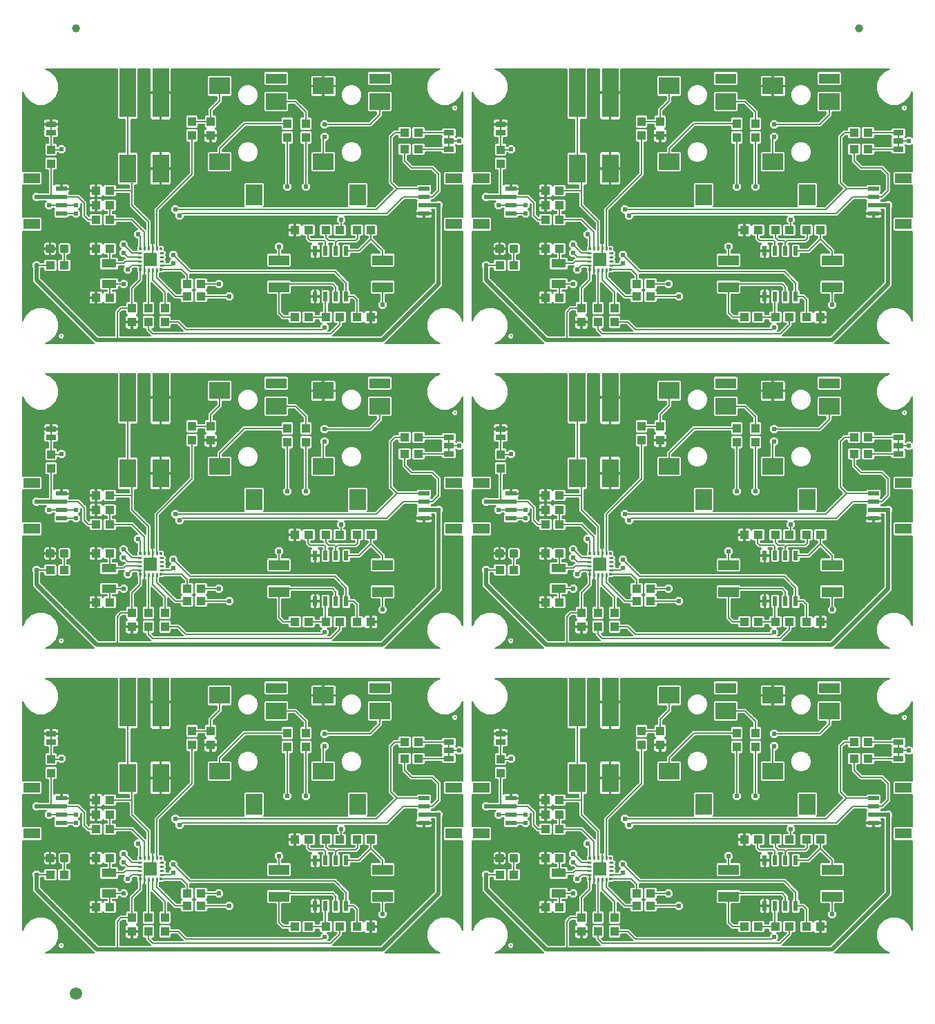
<source format=gtl>
G75*
%MOIN*%
%OFA0B0*%
%FSLAX25Y25*%
%IPPOS*%
%LPD*%
%AMOC8*
5,1,8,0,0,1.08239X$1,22.5*
%
%ADD10R,0.04331X0.03937*%
%ADD11R,0.03937X0.04331*%
%ADD12R,0.09843X0.04724*%
%ADD13C,0.01181*%
%ADD14R,0.09843X0.07874*%
%ADD15R,0.07874X0.09843*%
%ADD16R,0.07874X0.13780*%
%ADD17R,0.07874X0.23622*%
%ADD18R,0.07874X0.04724*%
%ADD19R,0.05315X0.02362*%
%ADD20R,0.05000X0.02500*%
%ADD21R,0.01000X0.01600*%
%ADD22C,0.01047*%
%ADD23R,0.01339X0.01339*%
%ADD24C,0.00630*%
%ADD25R,0.02362X0.04724*%
%ADD26R,0.07087X0.03937*%
%ADD27C,0.00787*%
%ADD28C,0.03937*%
%ADD29C,0.05906*%
%ADD30C,0.00600*%
%ADD31C,0.02400*%
%ADD32C,0.02000*%
D10*
X0065154Y0062250D03*
X0071846Y0062250D03*
X0071846Y0085750D03*
X0065154Y0085750D03*
X0065154Y0099750D03*
X0071846Y0099750D03*
X0071846Y0106750D03*
X0065154Y0106750D03*
X0065154Y0113750D03*
X0071846Y0113750D03*
X0049846Y0077750D03*
X0043154Y0077750D03*
X0109154Y0068750D03*
X0109154Y0062750D03*
X0115846Y0062750D03*
X0115846Y0068750D03*
X0161154Y0052750D03*
X0167846Y0052750D03*
X0176154Y0052750D03*
X0182846Y0052750D03*
X0191154Y0052750D03*
X0197846Y0052750D03*
X0197846Y0094750D03*
X0191154Y0094750D03*
X0182846Y0094750D03*
X0176154Y0094750D03*
X0167846Y0094750D03*
X0161154Y0094750D03*
X0214154Y0133750D03*
X0214154Y0141750D03*
X0220846Y0141750D03*
X0220846Y0133750D03*
X0260154Y0077750D03*
X0266846Y0077750D03*
X0282154Y0085750D03*
X0288846Y0085750D03*
X0288846Y0099750D03*
X0288846Y0106750D03*
X0288846Y0113750D03*
X0282154Y0113750D03*
X0282154Y0106750D03*
X0282154Y0099750D03*
X0282154Y0062250D03*
X0288846Y0062250D03*
X0326154Y0062750D03*
X0326154Y0068750D03*
X0332846Y0068750D03*
X0332846Y0062750D03*
X0378154Y0052750D03*
X0384846Y0052750D03*
X0393154Y0052750D03*
X0399846Y0052750D03*
X0408154Y0052750D03*
X0414846Y0052750D03*
X0414846Y0094750D03*
X0408154Y0094750D03*
X0399846Y0094750D03*
X0393154Y0094750D03*
X0384846Y0094750D03*
X0378154Y0094750D03*
X0431154Y0133750D03*
X0437846Y0133750D03*
X0437846Y0141750D03*
X0431154Y0141750D03*
X0414846Y0199750D03*
X0408154Y0199750D03*
X0399846Y0199750D03*
X0393154Y0199750D03*
X0384846Y0199750D03*
X0378154Y0199750D03*
X0378154Y0241750D03*
X0384846Y0241750D03*
X0393154Y0241750D03*
X0399846Y0241750D03*
X0408154Y0241750D03*
X0414846Y0241750D03*
X0431154Y0280750D03*
X0437846Y0280750D03*
X0437846Y0288750D03*
X0431154Y0288750D03*
X0414846Y0346750D03*
X0408154Y0346750D03*
X0399846Y0346750D03*
X0393154Y0346750D03*
X0384846Y0346750D03*
X0378154Y0346750D03*
X0378154Y0388750D03*
X0384846Y0388750D03*
X0393154Y0388750D03*
X0399846Y0388750D03*
X0408154Y0388750D03*
X0414846Y0388750D03*
X0431154Y0427750D03*
X0437846Y0427750D03*
X0437846Y0435750D03*
X0431154Y0435750D03*
X0332846Y0362750D03*
X0332846Y0356750D03*
X0326154Y0356750D03*
X0326154Y0362750D03*
X0288846Y0356250D03*
X0282154Y0356250D03*
X0266846Y0371750D03*
X0260154Y0371750D03*
X0282154Y0379750D03*
X0288846Y0379750D03*
X0288846Y0393750D03*
X0288846Y0400750D03*
X0288846Y0407750D03*
X0282154Y0407750D03*
X0282154Y0400750D03*
X0282154Y0393750D03*
X0220846Y0427750D03*
X0220846Y0435750D03*
X0214154Y0435750D03*
X0214154Y0427750D03*
X0197846Y0388750D03*
X0191154Y0388750D03*
X0182846Y0388750D03*
X0176154Y0388750D03*
X0167846Y0388750D03*
X0161154Y0388750D03*
X0161154Y0346750D03*
X0167846Y0346750D03*
X0176154Y0346750D03*
X0182846Y0346750D03*
X0191154Y0346750D03*
X0197846Y0346750D03*
X0214154Y0288750D03*
X0214154Y0280750D03*
X0220846Y0280750D03*
X0220846Y0288750D03*
X0197846Y0241750D03*
X0191154Y0241750D03*
X0182846Y0241750D03*
X0176154Y0241750D03*
X0167846Y0241750D03*
X0161154Y0241750D03*
X0161154Y0199750D03*
X0167846Y0199750D03*
X0176154Y0199750D03*
X0182846Y0199750D03*
X0191154Y0199750D03*
X0197846Y0199750D03*
X0260154Y0224750D03*
X0266846Y0224750D03*
X0282154Y0232750D03*
X0288846Y0232750D03*
X0288846Y0246750D03*
X0288846Y0253750D03*
X0288846Y0260750D03*
X0282154Y0260750D03*
X0282154Y0253750D03*
X0282154Y0246750D03*
X0282154Y0209250D03*
X0288846Y0209250D03*
X0326154Y0209750D03*
X0326154Y0215750D03*
X0332846Y0215750D03*
X0332846Y0209750D03*
X0115846Y0209750D03*
X0115846Y0215750D03*
X0109154Y0215750D03*
X0109154Y0209750D03*
X0071846Y0209250D03*
X0065154Y0209250D03*
X0049846Y0224750D03*
X0043154Y0224750D03*
X0065154Y0232750D03*
X0071846Y0232750D03*
X0071846Y0246750D03*
X0065154Y0246750D03*
X0065154Y0253750D03*
X0071846Y0253750D03*
X0071846Y0260750D03*
X0065154Y0260750D03*
X0065154Y0356250D03*
X0071846Y0356250D03*
X0071846Y0379750D03*
X0065154Y0379750D03*
X0065154Y0393750D03*
X0071846Y0393750D03*
X0071846Y0400750D03*
X0065154Y0400750D03*
X0065154Y0407750D03*
X0071846Y0407750D03*
X0049846Y0371750D03*
X0043154Y0371750D03*
X0109154Y0362750D03*
X0109154Y0356750D03*
X0115846Y0356750D03*
X0115846Y0362750D03*
D11*
X0098500Y0351096D03*
X0098500Y0344404D03*
X0090500Y0344404D03*
X0090500Y0351096D03*
X0082500Y0351096D03*
X0082500Y0344404D03*
X0111500Y0294096D03*
X0111500Y0287404D03*
X0120500Y0287404D03*
X0120500Y0294096D03*
X0157500Y0293096D03*
X0157500Y0286404D03*
X0166500Y0286404D03*
X0166500Y0293096D03*
X0098500Y0204096D03*
X0098500Y0197404D03*
X0090500Y0197404D03*
X0090500Y0204096D03*
X0082500Y0204096D03*
X0082500Y0197404D03*
X0111500Y0147096D03*
X0111500Y0140404D03*
X0120500Y0140404D03*
X0120500Y0147096D03*
X0157500Y0146096D03*
X0157500Y0139404D03*
X0166500Y0139404D03*
X0166500Y0146096D03*
X0098500Y0057096D03*
X0098500Y0050404D03*
X0090500Y0050404D03*
X0090500Y0057096D03*
X0082500Y0057096D03*
X0082500Y0050404D03*
X0043500Y0126904D03*
X0043500Y0133596D03*
X0043500Y0273904D03*
X0043500Y0280596D03*
X0043500Y0420904D03*
X0043500Y0427596D03*
X0111500Y0434404D03*
X0111500Y0441096D03*
X0120500Y0441096D03*
X0120500Y0434404D03*
X0157500Y0433404D03*
X0157500Y0440096D03*
X0166500Y0440096D03*
X0166500Y0433404D03*
X0260500Y0427596D03*
X0260500Y0420904D03*
X0299500Y0351096D03*
X0299500Y0344404D03*
X0307500Y0344404D03*
X0307500Y0351096D03*
X0315500Y0351096D03*
X0315500Y0344404D03*
X0328500Y0294096D03*
X0328500Y0287404D03*
X0337500Y0287404D03*
X0337500Y0294096D03*
X0374500Y0293096D03*
X0374500Y0286404D03*
X0383500Y0286404D03*
X0383500Y0293096D03*
X0315500Y0204096D03*
X0315500Y0197404D03*
X0307500Y0197404D03*
X0307500Y0204096D03*
X0299500Y0204096D03*
X0299500Y0197404D03*
X0328500Y0147096D03*
X0328500Y0140404D03*
X0337500Y0140404D03*
X0337500Y0147096D03*
X0374500Y0146096D03*
X0374500Y0139404D03*
X0383500Y0139404D03*
X0383500Y0146096D03*
X0315500Y0057096D03*
X0315500Y0050404D03*
X0307500Y0050404D03*
X0307500Y0057096D03*
X0299500Y0057096D03*
X0299500Y0050404D03*
X0260500Y0126904D03*
X0260500Y0133596D03*
X0260500Y0273904D03*
X0260500Y0280596D03*
X0328500Y0434404D03*
X0328500Y0441096D03*
X0337500Y0441096D03*
X0337500Y0434404D03*
X0374500Y0433404D03*
X0374500Y0440096D03*
X0383500Y0440096D03*
X0383500Y0433404D03*
D12*
X0369083Y0461844D03*
X0419083Y0461844D03*
X0420500Y0374246D03*
X0420500Y0361254D03*
X0419083Y0314844D03*
X0369083Y0314844D03*
X0370500Y0361254D03*
X0370500Y0374246D03*
X0370500Y0227246D03*
X0370500Y0214254D03*
X0369083Y0167844D03*
X0419083Y0167844D03*
X0420500Y0214254D03*
X0420500Y0227246D03*
X0420500Y0080246D03*
X0420500Y0067254D03*
X0370500Y0067254D03*
X0370500Y0080246D03*
X0203500Y0080246D03*
X0203500Y0067254D03*
X0153500Y0067254D03*
X0153500Y0080246D03*
X0152083Y0167844D03*
X0153500Y0214254D03*
X0153500Y0227246D03*
X0203500Y0227246D03*
X0203500Y0214254D03*
X0202083Y0167844D03*
X0202083Y0314844D03*
X0203500Y0361254D03*
X0203500Y0374246D03*
X0153500Y0374246D03*
X0153500Y0361254D03*
X0152083Y0314844D03*
X0152083Y0461844D03*
X0202083Y0461844D03*
D13*
X0261425Y0381128D02*
X0261425Y0378372D01*
X0258669Y0378372D01*
X0258669Y0381128D01*
X0261425Y0381128D01*
X0261425Y0379494D02*
X0258669Y0379494D01*
X0258669Y0380616D02*
X0261425Y0380616D01*
X0268331Y0381128D02*
X0268331Y0378372D01*
X0265575Y0378372D01*
X0265575Y0381128D01*
X0268331Y0381128D01*
X0268331Y0379494D02*
X0265575Y0379494D01*
X0265575Y0380616D02*
X0268331Y0380616D01*
X0268331Y0234128D02*
X0268331Y0231372D01*
X0265575Y0231372D01*
X0265575Y0234128D01*
X0268331Y0234128D01*
X0268331Y0232494D02*
X0265575Y0232494D01*
X0265575Y0233616D02*
X0268331Y0233616D01*
X0261425Y0234128D02*
X0261425Y0231372D01*
X0258669Y0231372D01*
X0258669Y0234128D01*
X0261425Y0234128D01*
X0261425Y0232494D02*
X0258669Y0232494D01*
X0258669Y0233616D02*
X0261425Y0233616D01*
X0261425Y0087128D02*
X0261425Y0084372D01*
X0258669Y0084372D01*
X0258669Y0087128D01*
X0261425Y0087128D01*
X0261425Y0085494D02*
X0258669Y0085494D01*
X0258669Y0086616D02*
X0261425Y0086616D01*
X0268331Y0087128D02*
X0268331Y0084372D01*
X0265575Y0084372D01*
X0265575Y0087128D01*
X0268331Y0087128D01*
X0268331Y0085494D02*
X0265575Y0085494D01*
X0265575Y0086616D02*
X0268331Y0086616D01*
X0051331Y0087128D02*
X0051331Y0084372D01*
X0048575Y0084372D01*
X0048575Y0087128D01*
X0051331Y0087128D01*
X0051331Y0085494D02*
X0048575Y0085494D01*
X0048575Y0086616D02*
X0051331Y0086616D01*
X0044425Y0087128D02*
X0044425Y0084372D01*
X0041669Y0084372D01*
X0041669Y0087128D01*
X0044425Y0087128D01*
X0044425Y0085494D02*
X0041669Y0085494D01*
X0041669Y0086616D02*
X0044425Y0086616D01*
X0044425Y0231372D02*
X0044425Y0234128D01*
X0044425Y0231372D02*
X0041669Y0231372D01*
X0041669Y0234128D01*
X0044425Y0234128D01*
X0044425Y0232494D02*
X0041669Y0232494D01*
X0041669Y0233616D02*
X0044425Y0233616D01*
X0051331Y0234128D02*
X0051331Y0231372D01*
X0048575Y0231372D01*
X0048575Y0234128D01*
X0051331Y0234128D01*
X0051331Y0232494D02*
X0048575Y0232494D01*
X0048575Y0233616D02*
X0051331Y0233616D01*
X0051331Y0378372D02*
X0051331Y0381128D01*
X0051331Y0378372D02*
X0048575Y0378372D01*
X0048575Y0381128D01*
X0051331Y0381128D01*
X0051331Y0379494D02*
X0048575Y0379494D01*
X0048575Y0380616D02*
X0051331Y0380616D01*
X0044425Y0381128D02*
X0044425Y0378372D01*
X0041669Y0378372D01*
X0041669Y0381128D01*
X0044425Y0381128D01*
X0044425Y0379494D02*
X0041669Y0379494D01*
X0041669Y0380616D02*
X0044425Y0380616D01*
D14*
X0124917Y0421687D03*
X0124917Y0458301D03*
X0152083Y0450821D03*
X0174917Y0458301D03*
X0202083Y0450821D03*
X0174917Y0421687D03*
X0174917Y0311301D03*
X0152083Y0303821D03*
X0174917Y0274687D03*
X0202083Y0303821D03*
X0124917Y0311301D03*
X0124917Y0274687D03*
X0124917Y0164301D03*
X0152083Y0156821D03*
X0174917Y0164301D03*
X0202083Y0156821D03*
X0174917Y0127687D03*
X0124917Y0127687D03*
X0341917Y0127687D03*
X0369083Y0156821D03*
X0391917Y0164301D03*
X0419083Y0156821D03*
X0391917Y0127687D03*
X0341917Y0164301D03*
X0341917Y0274687D03*
X0341917Y0311301D03*
X0369083Y0303821D03*
X0391917Y0311301D03*
X0419083Y0303821D03*
X0391917Y0274687D03*
X0391917Y0421687D03*
X0369083Y0450821D03*
X0391917Y0458301D03*
X0419083Y0450821D03*
X0341917Y0458301D03*
X0341917Y0421687D03*
D15*
X0358453Y0405742D03*
X0408453Y0405742D03*
X0408453Y0258742D03*
X0358453Y0258742D03*
X0358453Y0111742D03*
X0408453Y0111742D03*
X0191453Y0111742D03*
X0141453Y0111742D03*
X0141453Y0258742D03*
X0191453Y0258742D03*
X0191453Y0405742D03*
X0141453Y0405742D03*
D16*
X0096374Y0418581D03*
X0080626Y0418581D03*
X0080626Y0271581D03*
X0096374Y0271581D03*
X0096374Y0124581D03*
X0080626Y0124581D03*
X0297626Y0124581D03*
X0313374Y0124581D03*
X0313374Y0271581D03*
X0297626Y0271581D03*
X0297626Y0418581D03*
X0313374Y0418581D03*
D17*
X0313374Y0454998D03*
X0297626Y0454998D03*
X0297626Y0307998D03*
X0313374Y0307998D03*
X0313374Y0160998D03*
X0297626Y0160998D03*
X0096374Y0160998D03*
X0080626Y0160998D03*
X0080626Y0307998D03*
X0096374Y0307998D03*
X0096374Y0454998D03*
X0080626Y0454998D03*
D18*
X0034031Y0413774D03*
X0034031Y0391726D03*
X0034031Y0266774D03*
X0034031Y0244726D03*
X0034031Y0119774D03*
X0034031Y0097726D03*
X0237969Y0097726D03*
X0251031Y0097726D03*
X0251031Y0119774D03*
X0237969Y0119774D03*
X0237969Y0244726D03*
X0251031Y0244726D03*
X0251031Y0266774D03*
X0237969Y0266774D03*
X0237969Y0391726D03*
X0251031Y0391726D03*
X0251031Y0413774D03*
X0237969Y0413774D03*
X0454969Y0413774D03*
X0454969Y0391726D03*
X0454969Y0266774D03*
X0454969Y0244726D03*
X0454969Y0119774D03*
X0454969Y0097726D03*
D19*
X0440500Y0102844D03*
X0440500Y0106781D03*
X0440500Y0110719D03*
X0440500Y0114656D03*
X0440500Y0249844D03*
X0440500Y0253781D03*
X0440500Y0257719D03*
X0440500Y0261656D03*
X0440500Y0396844D03*
X0440500Y0400781D03*
X0440500Y0404719D03*
X0440500Y0408656D03*
X0265500Y0408656D03*
X0265500Y0404719D03*
X0265500Y0400781D03*
X0265500Y0396844D03*
X0223500Y0396844D03*
X0223500Y0400781D03*
X0223500Y0404719D03*
X0223500Y0408656D03*
X0223500Y0261656D03*
X0223500Y0257719D03*
X0223500Y0253781D03*
X0223500Y0249844D03*
X0265500Y0249844D03*
X0265500Y0253781D03*
X0265500Y0257719D03*
X0265500Y0261656D03*
X0265500Y0114656D03*
X0265500Y0110719D03*
X0265500Y0106781D03*
X0265500Y0102844D03*
X0223500Y0102844D03*
X0223500Y0106781D03*
X0223500Y0110719D03*
X0223500Y0114656D03*
X0048500Y0114656D03*
X0048500Y0110719D03*
X0048500Y0106781D03*
X0048500Y0102844D03*
X0048500Y0249844D03*
X0048500Y0253781D03*
X0048500Y0257719D03*
X0048500Y0261656D03*
X0048500Y0396844D03*
X0048500Y0400781D03*
X0048500Y0404719D03*
X0048500Y0408656D03*
D20*
X0043500Y0435750D03*
X0043500Y0439750D03*
X0043500Y0292750D03*
X0043500Y0288750D03*
X0043500Y0145750D03*
X0043500Y0141750D03*
X0235500Y0141750D03*
X0235500Y0137750D03*
X0235500Y0133750D03*
X0260500Y0141750D03*
X0260500Y0145750D03*
X0235500Y0280750D03*
X0235500Y0284750D03*
X0235500Y0288750D03*
X0260500Y0288750D03*
X0260500Y0292750D03*
X0235500Y0427750D03*
X0235500Y0431750D03*
X0235500Y0435750D03*
X0260500Y0435750D03*
X0260500Y0439750D03*
X0452500Y0435750D03*
X0452500Y0431750D03*
X0452500Y0427750D03*
X0452500Y0288750D03*
X0452500Y0284750D03*
X0452500Y0280750D03*
X0452500Y0141750D03*
X0452500Y0137750D03*
X0452500Y0133750D03*
D21*
X0452500Y0135750D03*
X0452500Y0139750D03*
X0452500Y0282750D03*
X0452500Y0286750D03*
X0452500Y0429750D03*
X0452500Y0433750D03*
X0260500Y0437750D03*
X0235500Y0433750D03*
X0235500Y0429750D03*
X0260500Y0290750D03*
X0235500Y0286750D03*
X0235500Y0282750D03*
X0260500Y0143750D03*
X0235500Y0139750D03*
X0235500Y0135750D03*
X0043500Y0143750D03*
X0043500Y0290750D03*
X0043500Y0437750D03*
D22*
X0088519Y0380684D02*
X0088575Y0380684D01*
X0088575Y0379328D01*
X0088519Y0379328D01*
X0088519Y0380684D01*
X0088519Y0380323D02*
X0088575Y0380323D01*
X0090488Y0380684D02*
X0090544Y0380684D01*
X0090544Y0379328D01*
X0090488Y0379328D01*
X0090488Y0380684D01*
X0090488Y0380323D02*
X0090544Y0380323D01*
X0092456Y0380684D02*
X0092512Y0380684D01*
X0092512Y0379328D01*
X0092456Y0379328D01*
X0092456Y0380684D01*
X0092456Y0380323D02*
X0092512Y0380323D01*
X0094425Y0380684D02*
X0094481Y0380684D01*
X0094481Y0379328D01*
X0094425Y0379328D01*
X0094425Y0380684D01*
X0094425Y0380323D02*
X0094481Y0380323D01*
X0096078Y0377731D02*
X0096078Y0377675D01*
X0096078Y0377731D02*
X0097434Y0377731D01*
X0097434Y0377675D01*
X0096078Y0377675D01*
X0096078Y0375762D02*
X0096078Y0375706D01*
X0096078Y0375762D02*
X0097434Y0375762D01*
X0097434Y0375706D01*
X0096078Y0375706D01*
X0096078Y0373794D02*
X0096078Y0373738D01*
X0096078Y0373794D02*
X0097434Y0373794D01*
X0097434Y0373738D01*
X0096078Y0373738D01*
X0096078Y0371825D02*
X0096078Y0371769D01*
X0096078Y0371825D02*
X0097434Y0371825D01*
X0097434Y0371769D01*
X0096078Y0371769D01*
X0094481Y0368816D02*
X0094425Y0368816D01*
X0094425Y0370172D01*
X0094481Y0370172D01*
X0094481Y0368816D01*
X0094481Y0369811D02*
X0094425Y0369811D01*
X0092512Y0368816D02*
X0092456Y0368816D01*
X0092456Y0370172D01*
X0092512Y0370172D01*
X0092512Y0368816D01*
X0092512Y0369811D02*
X0092456Y0369811D01*
X0090544Y0368816D02*
X0090488Y0368816D01*
X0090488Y0370172D01*
X0090544Y0370172D01*
X0090544Y0368816D01*
X0090544Y0369811D02*
X0090488Y0369811D01*
X0088575Y0368816D02*
X0088519Y0368816D01*
X0088519Y0370172D01*
X0088575Y0370172D01*
X0088575Y0368816D01*
X0088575Y0369811D02*
X0088519Y0369811D01*
X0086922Y0371769D02*
X0086922Y0371825D01*
X0086922Y0371769D02*
X0085566Y0371769D01*
X0085566Y0371825D01*
X0086922Y0371825D01*
X0086922Y0373738D02*
X0086922Y0373794D01*
X0086922Y0373738D02*
X0085566Y0373738D01*
X0085566Y0373794D01*
X0086922Y0373794D01*
X0086922Y0375706D02*
X0086922Y0375762D01*
X0086922Y0375706D02*
X0085566Y0375706D01*
X0085566Y0375762D01*
X0086922Y0375762D01*
X0086922Y0377675D02*
X0086922Y0377731D01*
X0086922Y0377675D02*
X0085566Y0377675D01*
X0085566Y0377731D01*
X0086922Y0377731D01*
X0088519Y0233684D02*
X0088575Y0233684D01*
X0088575Y0232328D01*
X0088519Y0232328D01*
X0088519Y0233684D01*
X0088519Y0233323D02*
X0088575Y0233323D01*
X0090488Y0233684D02*
X0090544Y0233684D01*
X0090544Y0232328D01*
X0090488Y0232328D01*
X0090488Y0233684D01*
X0090488Y0233323D02*
X0090544Y0233323D01*
X0092456Y0233684D02*
X0092512Y0233684D01*
X0092512Y0232328D01*
X0092456Y0232328D01*
X0092456Y0233684D01*
X0092456Y0233323D02*
X0092512Y0233323D01*
X0094425Y0233684D02*
X0094481Y0233684D01*
X0094481Y0232328D01*
X0094425Y0232328D01*
X0094425Y0233684D01*
X0094425Y0233323D02*
X0094481Y0233323D01*
X0096078Y0230731D02*
X0096078Y0230675D01*
X0096078Y0230731D02*
X0097434Y0230731D01*
X0097434Y0230675D01*
X0096078Y0230675D01*
X0096078Y0228762D02*
X0096078Y0228706D01*
X0096078Y0228762D02*
X0097434Y0228762D01*
X0097434Y0228706D01*
X0096078Y0228706D01*
X0096078Y0226794D02*
X0096078Y0226738D01*
X0096078Y0226794D02*
X0097434Y0226794D01*
X0097434Y0226738D01*
X0096078Y0226738D01*
X0096078Y0224825D02*
X0096078Y0224769D01*
X0096078Y0224825D02*
X0097434Y0224825D01*
X0097434Y0224769D01*
X0096078Y0224769D01*
X0094481Y0221816D02*
X0094425Y0221816D01*
X0094425Y0223172D01*
X0094481Y0223172D01*
X0094481Y0221816D01*
X0094481Y0222811D02*
X0094425Y0222811D01*
X0092512Y0221816D02*
X0092456Y0221816D01*
X0092456Y0223172D01*
X0092512Y0223172D01*
X0092512Y0221816D01*
X0092512Y0222811D02*
X0092456Y0222811D01*
X0090544Y0221816D02*
X0090488Y0221816D01*
X0090488Y0223172D01*
X0090544Y0223172D01*
X0090544Y0221816D01*
X0090544Y0222811D02*
X0090488Y0222811D01*
X0088575Y0221816D02*
X0088519Y0221816D01*
X0088519Y0223172D01*
X0088575Y0223172D01*
X0088575Y0221816D01*
X0088575Y0222811D02*
X0088519Y0222811D01*
X0086922Y0224769D02*
X0086922Y0224825D01*
X0086922Y0224769D02*
X0085566Y0224769D01*
X0085566Y0224825D01*
X0086922Y0224825D01*
X0086922Y0226738D02*
X0086922Y0226794D01*
X0086922Y0226738D02*
X0085566Y0226738D01*
X0085566Y0226794D01*
X0086922Y0226794D01*
X0086922Y0228706D02*
X0086922Y0228762D01*
X0086922Y0228706D02*
X0085566Y0228706D01*
X0085566Y0228762D01*
X0086922Y0228762D01*
X0086922Y0230675D02*
X0086922Y0230731D01*
X0086922Y0230675D02*
X0085566Y0230675D01*
X0085566Y0230731D01*
X0086922Y0230731D01*
X0088519Y0086684D02*
X0088575Y0086684D01*
X0088575Y0085328D01*
X0088519Y0085328D01*
X0088519Y0086684D01*
X0088519Y0086323D02*
X0088575Y0086323D01*
X0090488Y0086684D02*
X0090544Y0086684D01*
X0090544Y0085328D01*
X0090488Y0085328D01*
X0090488Y0086684D01*
X0090488Y0086323D02*
X0090544Y0086323D01*
X0092456Y0086684D02*
X0092512Y0086684D01*
X0092512Y0085328D01*
X0092456Y0085328D01*
X0092456Y0086684D01*
X0092456Y0086323D02*
X0092512Y0086323D01*
X0094425Y0086684D02*
X0094481Y0086684D01*
X0094481Y0085328D01*
X0094425Y0085328D01*
X0094425Y0086684D01*
X0094425Y0086323D02*
X0094481Y0086323D01*
X0096078Y0083731D02*
X0096078Y0083675D01*
X0096078Y0083731D02*
X0097434Y0083731D01*
X0097434Y0083675D01*
X0096078Y0083675D01*
X0096078Y0081762D02*
X0096078Y0081706D01*
X0096078Y0081762D02*
X0097434Y0081762D01*
X0097434Y0081706D01*
X0096078Y0081706D01*
X0096078Y0079794D02*
X0096078Y0079738D01*
X0096078Y0079794D02*
X0097434Y0079794D01*
X0097434Y0079738D01*
X0096078Y0079738D01*
X0096078Y0077825D02*
X0096078Y0077769D01*
X0096078Y0077825D02*
X0097434Y0077825D01*
X0097434Y0077769D01*
X0096078Y0077769D01*
X0094481Y0074816D02*
X0094425Y0074816D01*
X0094425Y0076172D01*
X0094481Y0076172D01*
X0094481Y0074816D01*
X0094481Y0075811D02*
X0094425Y0075811D01*
X0092512Y0074816D02*
X0092456Y0074816D01*
X0092456Y0076172D01*
X0092512Y0076172D01*
X0092512Y0074816D01*
X0092512Y0075811D02*
X0092456Y0075811D01*
X0090544Y0074816D02*
X0090488Y0074816D01*
X0090488Y0076172D01*
X0090544Y0076172D01*
X0090544Y0074816D01*
X0090544Y0075811D02*
X0090488Y0075811D01*
X0088575Y0074816D02*
X0088519Y0074816D01*
X0088519Y0076172D01*
X0088575Y0076172D01*
X0088575Y0074816D01*
X0088575Y0075811D02*
X0088519Y0075811D01*
X0086922Y0077769D02*
X0086922Y0077825D01*
X0086922Y0077769D02*
X0085566Y0077769D01*
X0085566Y0077825D01*
X0086922Y0077825D01*
X0086922Y0079738D02*
X0086922Y0079794D01*
X0086922Y0079738D02*
X0085566Y0079738D01*
X0085566Y0079794D01*
X0086922Y0079794D01*
X0086922Y0081706D02*
X0086922Y0081762D01*
X0086922Y0081706D02*
X0085566Y0081706D01*
X0085566Y0081762D01*
X0086922Y0081762D01*
X0086922Y0083675D02*
X0086922Y0083731D01*
X0086922Y0083675D02*
X0085566Y0083675D01*
X0085566Y0083731D01*
X0086922Y0083731D01*
X0303922Y0083731D02*
X0303922Y0083675D01*
X0302566Y0083675D01*
X0302566Y0083731D01*
X0303922Y0083731D01*
X0303922Y0081762D02*
X0303922Y0081706D01*
X0302566Y0081706D01*
X0302566Y0081762D01*
X0303922Y0081762D01*
X0303922Y0079794D02*
X0303922Y0079738D01*
X0302566Y0079738D01*
X0302566Y0079794D01*
X0303922Y0079794D01*
X0303922Y0077825D02*
X0303922Y0077769D01*
X0302566Y0077769D01*
X0302566Y0077825D01*
X0303922Y0077825D01*
X0305519Y0074816D02*
X0305575Y0074816D01*
X0305519Y0074816D02*
X0305519Y0076172D01*
X0305575Y0076172D01*
X0305575Y0074816D01*
X0305575Y0075811D02*
X0305519Y0075811D01*
X0307488Y0074816D02*
X0307544Y0074816D01*
X0307488Y0074816D02*
X0307488Y0076172D01*
X0307544Y0076172D01*
X0307544Y0074816D01*
X0307544Y0075811D02*
X0307488Y0075811D01*
X0309456Y0074816D02*
X0309512Y0074816D01*
X0309456Y0074816D02*
X0309456Y0076172D01*
X0309512Y0076172D01*
X0309512Y0074816D01*
X0309512Y0075811D02*
X0309456Y0075811D01*
X0311425Y0074816D02*
X0311481Y0074816D01*
X0311425Y0074816D02*
X0311425Y0076172D01*
X0311481Y0076172D01*
X0311481Y0074816D01*
X0311481Y0075811D02*
X0311425Y0075811D01*
X0313078Y0077769D02*
X0313078Y0077825D01*
X0314434Y0077825D01*
X0314434Y0077769D01*
X0313078Y0077769D01*
X0313078Y0079738D02*
X0313078Y0079794D01*
X0314434Y0079794D01*
X0314434Y0079738D01*
X0313078Y0079738D01*
X0313078Y0081706D02*
X0313078Y0081762D01*
X0314434Y0081762D01*
X0314434Y0081706D01*
X0313078Y0081706D01*
X0313078Y0083675D02*
X0313078Y0083731D01*
X0314434Y0083731D01*
X0314434Y0083675D01*
X0313078Y0083675D01*
X0311481Y0086684D02*
X0311425Y0086684D01*
X0311481Y0086684D02*
X0311481Y0085328D01*
X0311425Y0085328D01*
X0311425Y0086684D01*
X0311425Y0086323D02*
X0311481Y0086323D01*
X0309512Y0086684D02*
X0309456Y0086684D01*
X0309512Y0086684D02*
X0309512Y0085328D01*
X0309456Y0085328D01*
X0309456Y0086684D01*
X0309456Y0086323D02*
X0309512Y0086323D01*
X0307544Y0086684D02*
X0307488Y0086684D01*
X0307544Y0086684D02*
X0307544Y0085328D01*
X0307488Y0085328D01*
X0307488Y0086684D01*
X0307488Y0086323D02*
X0307544Y0086323D01*
X0305575Y0086684D02*
X0305519Y0086684D01*
X0305575Y0086684D02*
X0305575Y0085328D01*
X0305519Y0085328D01*
X0305519Y0086684D01*
X0305519Y0086323D02*
X0305575Y0086323D01*
X0305575Y0221816D02*
X0305519Y0221816D01*
X0305519Y0223172D01*
X0305575Y0223172D01*
X0305575Y0221816D01*
X0305575Y0222811D02*
X0305519Y0222811D01*
X0307488Y0221816D02*
X0307544Y0221816D01*
X0307488Y0221816D02*
X0307488Y0223172D01*
X0307544Y0223172D01*
X0307544Y0221816D01*
X0307544Y0222811D02*
X0307488Y0222811D01*
X0309456Y0221816D02*
X0309512Y0221816D01*
X0309456Y0221816D02*
X0309456Y0223172D01*
X0309512Y0223172D01*
X0309512Y0221816D01*
X0309512Y0222811D02*
X0309456Y0222811D01*
X0311425Y0221816D02*
X0311481Y0221816D01*
X0311425Y0221816D02*
X0311425Y0223172D01*
X0311481Y0223172D01*
X0311481Y0221816D01*
X0311481Y0222811D02*
X0311425Y0222811D01*
X0313078Y0224769D02*
X0313078Y0224825D01*
X0314434Y0224825D01*
X0314434Y0224769D01*
X0313078Y0224769D01*
X0313078Y0226738D02*
X0313078Y0226794D01*
X0314434Y0226794D01*
X0314434Y0226738D01*
X0313078Y0226738D01*
X0313078Y0228706D02*
X0313078Y0228762D01*
X0314434Y0228762D01*
X0314434Y0228706D01*
X0313078Y0228706D01*
X0313078Y0230675D02*
X0313078Y0230731D01*
X0314434Y0230731D01*
X0314434Y0230675D01*
X0313078Y0230675D01*
X0311481Y0233684D02*
X0311425Y0233684D01*
X0311481Y0233684D02*
X0311481Y0232328D01*
X0311425Y0232328D01*
X0311425Y0233684D01*
X0311425Y0233323D02*
X0311481Y0233323D01*
X0309512Y0233684D02*
X0309456Y0233684D01*
X0309512Y0233684D02*
X0309512Y0232328D01*
X0309456Y0232328D01*
X0309456Y0233684D01*
X0309456Y0233323D02*
X0309512Y0233323D01*
X0307544Y0233684D02*
X0307488Y0233684D01*
X0307544Y0233684D02*
X0307544Y0232328D01*
X0307488Y0232328D01*
X0307488Y0233684D01*
X0307488Y0233323D02*
X0307544Y0233323D01*
X0305575Y0233684D02*
X0305519Y0233684D01*
X0305575Y0233684D02*
X0305575Y0232328D01*
X0305519Y0232328D01*
X0305519Y0233684D01*
X0305519Y0233323D02*
X0305575Y0233323D01*
X0303922Y0230731D02*
X0303922Y0230675D01*
X0302566Y0230675D01*
X0302566Y0230731D01*
X0303922Y0230731D01*
X0303922Y0228762D02*
X0303922Y0228706D01*
X0302566Y0228706D01*
X0302566Y0228762D01*
X0303922Y0228762D01*
X0303922Y0226794D02*
X0303922Y0226738D01*
X0302566Y0226738D01*
X0302566Y0226794D01*
X0303922Y0226794D01*
X0303922Y0224825D02*
X0303922Y0224769D01*
X0302566Y0224769D01*
X0302566Y0224825D01*
X0303922Y0224825D01*
X0305519Y0368816D02*
X0305575Y0368816D01*
X0305519Y0368816D02*
X0305519Y0370172D01*
X0305575Y0370172D01*
X0305575Y0368816D01*
X0305575Y0369811D02*
X0305519Y0369811D01*
X0307488Y0368816D02*
X0307544Y0368816D01*
X0307488Y0368816D02*
X0307488Y0370172D01*
X0307544Y0370172D01*
X0307544Y0368816D01*
X0307544Y0369811D02*
X0307488Y0369811D01*
X0309456Y0368816D02*
X0309512Y0368816D01*
X0309456Y0368816D02*
X0309456Y0370172D01*
X0309512Y0370172D01*
X0309512Y0368816D01*
X0309512Y0369811D02*
X0309456Y0369811D01*
X0311425Y0368816D02*
X0311481Y0368816D01*
X0311425Y0368816D02*
X0311425Y0370172D01*
X0311481Y0370172D01*
X0311481Y0368816D01*
X0311481Y0369811D02*
X0311425Y0369811D01*
X0313078Y0371769D02*
X0313078Y0371825D01*
X0314434Y0371825D01*
X0314434Y0371769D01*
X0313078Y0371769D01*
X0313078Y0373738D02*
X0313078Y0373794D01*
X0314434Y0373794D01*
X0314434Y0373738D01*
X0313078Y0373738D01*
X0313078Y0375706D02*
X0313078Y0375762D01*
X0314434Y0375762D01*
X0314434Y0375706D01*
X0313078Y0375706D01*
X0313078Y0377675D02*
X0313078Y0377731D01*
X0314434Y0377731D01*
X0314434Y0377675D01*
X0313078Y0377675D01*
X0311481Y0380684D02*
X0311425Y0380684D01*
X0311481Y0380684D02*
X0311481Y0379328D01*
X0311425Y0379328D01*
X0311425Y0380684D01*
X0311425Y0380323D02*
X0311481Y0380323D01*
X0309512Y0380684D02*
X0309456Y0380684D01*
X0309512Y0380684D02*
X0309512Y0379328D01*
X0309456Y0379328D01*
X0309456Y0380684D01*
X0309456Y0380323D02*
X0309512Y0380323D01*
X0307544Y0380684D02*
X0307488Y0380684D01*
X0307544Y0380684D02*
X0307544Y0379328D01*
X0307488Y0379328D01*
X0307488Y0380684D01*
X0307488Y0380323D02*
X0307544Y0380323D01*
X0305575Y0380684D02*
X0305519Y0380684D01*
X0305575Y0380684D02*
X0305575Y0379328D01*
X0305519Y0379328D01*
X0305519Y0380684D01*
X0305519Y0380323D02*
X0305575Y0380323D01*
X0303922Y0377731D02*
X0303922Y0377675D01*
X0302566Y0377675D01*
X0302566Y0377731D01*
X0303922Y0377731D01*
X0303922Y0375762D02*
X0303922Y0375706D01*
X0302566Y0375706D01*
X0302566Y0375762D01*
X0303922Y0375762D01*
X0303922Y0373794D02*
X0303922Y0373738D01*
X0302566Y0373738D01*
X0302566Y0373794D01*
X0303922Y0373794D01*
X0303922Y0371825D02*
X0303922Y0371769D01*
X0302566Y0371769D01*
X0302566Y0371825D01*
X0303922Y0371825D01*
D23*
X0303520Y0369770D03*
X0303520Y0379730D03*
X0313480Y0379770D03*
X0313480Y0369770D03*
X0313480Y0232770D03*
X0303520Y0232730D03*
X0303520Y0222770D03*
X0313480Y0222770D03*
X0313480Y0085770D03*
X0303520Y0085730D03*
X0303520Y0075770D03*
X0313480Y0075770D03*
X0096480Y0075770D03*
X0086520Y0075770D03*
X0086520Y0085730D03*
X0096480Y0085770D03*
X0096480Y0222770D03*
X0086520Y0222770D03*
X0086520Y0232730D03*
X0096480Y0232770D03*
X0096480Y0369770D03*
X0086520Y0369770D03*
X0086520Y0379730D03*
X0096480Y0379770D03*
D24*
X0088666Y0377584D02*
X0088666Y0371916D01*
X0088666Y0377584D02*
X0094334Y0377584D01*
X0094334Y0371916D01*
X0088666Y0371916D01*
X0088666Y0372514D02*
X0094334Y0372514D01*
X0094334Y0373112D02*
X0088666Y0373112D01*
X0088666Y0373710D02*
X0094334Y0373710D01*
X0094334Y0374308D02*
X0088666Y0374308D01*
X0088666Y0374906D02*
X0094334Y0374906D01*
X0094334Y0375504D02*
X0088666Y0375504D01*
X0088666Y0376102D02*
X0094334Y0376102D01*
X0094334Y0376700D02*
X0088666Y0376700D01*
X0088666Y0377298D02*
X0094334Y0377298D01*
X0088666Y0230584D02*
X0088666Y0224916D01*
X0088666Y0230584D02*
X0094334Y0230584D01*
X0094334Y0224916D01*
X0088666Y0224916D01*
X0088666Y0225514D02*
X0094334Y0225514D01*
X0094334Y0226112D02*
X0088666Y0226112D01*
X0088666Y0226710D02*
X0094334Y0226710D01*
X0094334Y0227308D02*
X0088666Y0227308D01*
X0088666Y0227906D02*
X0094334Y0227906D01*
X0094334Y0228504D02*
X0088666Y0228504D01*
X0088666Y0229102D02*
X0094334Y0229102D01*
X0094334Y0229700D02*
X0088666Y0229700D01*
X0088666Y0230298D02*
X0094334Y0230298D01*
X0088666Y0083584D02*
X0088666Y0077916D01*
X0088666Y0083584D02*
X0094334Y0083584D01*
X0094334Y0077916D01*
X0088666Y0077916D01*
X0088666Y0078514D02*
X0094334Y0078514D01*
X0094334Y0079112D02*
X0088666Y0079112D01*
X0088666Y0079710D02*
X0094334Y0079710D01*
X0094334Y0080308D02*
X0088666Y0080308D01*
X0088666Y0080906D02*
X0094334Y0080906D01*
X0094334Y0081504D02*
X0088666Y0081504D01*
X0088666Y0082102D02*
X0094334Y0082102D01*
X0094334Y0082700D02*
X0088666Y0082700D01*
X0088666Y0083298D02*
X0094334Y0083298D01*
X0305666Y0083584D02*
X0305666Y0077916D01*
X0305666Y0083584D02*
X0311334Y0083584D01*
X0311334Y0077916D01*
X0305666Y0077916D01*
X0305666Y0078514D02*
X0311334Y0078514D01*
X0311334Y0079112D02*
X0305666Y0079112D01*
X0305666Y0079710D02*
X0311334Y0079710D01*
X0311334Y0080308D02*
X0305666Y0080308D01*
X0305666Y0080906D02*
X0311334Y0080906D01*
X0311334Y0081504D02*
X0305666Y0081504D01*
X0305666Y0082102D02*
X0311334Y0082102D01*
X0311334Y0082700D02*
X0305666Y0082700D01*
X0305666Y0083298D02*
X0311334Y0083298D01*
X0305666Y0224916D02*
X0305666Y0230584D01*
X0311334Y0230584D01*
X0311334Y0224916D01*
X0305666Y0224916D01*
X0305666Y0225514D02*
X0311334Y0225514D01*
X0311334Y0226112D02*
X0305666Y0226112D01*
X0305666Y0226710D02*
X0311334Y0226710D01*
X0311334Y0227308D02*
X0305666Y0227308D01*
X0305666Y0227906D02*
X0311334Y0227906D01*
X0311334Y0228504D02*
X0305666Y0228504D01*
X0305666Y0229102D02*
X0311334Y0229102D01*
X0311334Y0229700D02*
X0305666Y0229700D01*
X0305666Y0230298D02*
X0311334Y0230298D01*
X0305666Y0371916D02*
X0305666Y0377584D01*
X0311334Y0377584D01*
X0311334Y0371916D01*
X0305666Y0371916D01*
X0305666Y0372514D02*
X0311334Y0372514D01*
X0311334Y0373112D02*
X0305666Y0373112D01*
X0305666Y0373710D02*
X0311334Y0373710D01*
X0311334Y0374308D02*
X0305666Y0374308D01*
X0305666Y0374906D02*
X0311334Y0374906D01*
X0311334Y0375504D02*
X0305666Y0375504D01*
X0305666Y0376102D02*
X0311334Y0376102D01*
X0311334Y0376700D02*
X0305666Y0376700D01*
X0305666Y0377298D02*
X0311334Y0377298D01*
D25*
X0388000Y0378774D03*
X0393000Y0378774D03*
X0398000Y0378774D03*
X0403000Y0378774D03*
X0403000Y0356726D03*
X0398000Y0356726D03*
X0393000Y0356726D03*
X0388000Y0356726D03*
X0388000Y0231774D03*
X0393000Y0231774D03*
X0398000Y0231774D03*
X0403000Y0231774D03*
X0403000Y0209726D03*
X0398000Y0209726D03*
X0393000Y0209726D03*
X0388000Y0209726D03*
X0388000Y0084774D03*
X0393000Y0084774D03*
X0398000Y0084774D03*
X0403000Y0084774D03*
X0403000Y0062726D03*
X0398000Y0062726D03*
X0393000Y0062726D03*
X0388000Y0062726D03*
X0186000Y0062726D03*
X0181000Y0062726D03*
X0176000Y0062726D03*
X0171000Y0062726D03*
X0171000Y0084774D03*
X0176000Y0084774D03*
X0181000Y0084774D03*
X0186000Y0084774D03*
X0186000Y0209726D03*
X0181000Y0209726D03*
X0176000Y0209726D03*
X0171000Y0209726D03*
X0171000Y0231774D03*
X0176000Y0231774D03*
X0181000Y0231774D03*
X0186000Y0231774D03*
X0186000Y0356726D03*
X0181000Y0356726D03*
X0176000Y0356726D03*
X0171000Y0356726D03*
X0171000Y0378774D03*
X0176000Y0378774D03*
X0181000Y0378774D03*
X0186000Y0378774D03*
D26*
X0288500Y0372671D03*
X0288500Y0362829D03*
X0288500Y0225671D03*
X0288500Y0215829D03*
X0288500Y0078671D03*
X0288500Y0068829D03*
X0071500Y0068829D03*
X0071500Y0078671D03*
X0071500Y0215829D03*
X0071500Y0225671D03*
X0071500Y0362829D03*
X0071500Y0372671D03*
D27*
X0048500Y0337750D03*
X0048500Y0190750D03*
X0048500Y0043750D03*
X0238500Y0153750D03*
X0265500Y0190750D03*
X0238500Y0300750D03*
X0265500Y0337750D03*
X0238500Y0447750D03*
X0455500Y0447750D03*
X0455500Y0300750D03*
X0455500Y0153750D03*
X0265500Y0043750D03*
D28*
X0433500Y0486000D03*
X0055500Y0486000D03*
D29*
X0055500Y0020500D03*
D30*
X0043485Y0041290D02*
X0040733Y0040150D01*
X0064130Y0040150D01*
X0035630Y0068650D01*
X0034400Y0069880D01*
X0034400Y0076597D01*
X0034200Y0076797D01*
X0034200Y0078703D01*
X0035547Y0080050D01*
X0037453Y0080050D01*
X0038353Y0079150D01*
X0039888Y0079150D01*
X0039888Y0080174D01*
X0040533Y0080818D01*
X0045775Y0080818D01*
X0046419Y0080174D01*
X0046419Y0075326D01*
X0045775Y0074681D01*
X0040533Y0074681D01*
X0039888Y0075326D01*
X0039888Y0076350D01*
X0038600Y0076350D01*
X0038600Y0071620D01*
X0066370Y0043850D01*
X0074100Y0043850D01*
X0074100Y0055830D01*
X0074920Y0056650D01*
X0076767Y0058496D01*
X0079431Y0058496D01*
X0079431Y0059717D01*
X0080076Y0060362D01*
X0081100Y0060362D01*
X0081100Y0067330D01*
X0081920Y0068150D01*
X0085120Y0071350D01*
X0085120Y0074275D01*
X0084750Y0074645D01*
X0084750Y0076290D01*
X0084643Y0076397D01*
X0083127Y0076397D01*
X0082800Y0076070D01*
X0082800Y0074797D01*
X0081453Y0073450D01*
X0079547Y0073450D01*
X0078200Y0074797D01*
X0078200Y0076703D01*
X0078808Y0077311D01*
X0076143Y0077311D01*
X0076143Y0076247D01*
X0075499Y0075603D01*
X0067501Y0075603D01*
X0066857Y0076247D01*
X0066857Y0081095D01*
X0067501Y0081740D01*
X0070446Y0081740D01*
X0070446Y0082681D01*
X0069225Y0082681D01*
X0068581Y0083326D01*
X0068581Y0083469D01*
X0068530Y0083280D01*
X0068359Y0082983D01*
X0068117Y0082741D01*
X0067821Y0082570D01*
X0067490Y0082481D01*
X0065454Y0082481D01*
X0065454Y0085450D01*
X0064854Y0085450D01*
X0064854Y0082481D01*
X0062817Y0082481D01*
X0062486Y0082570D01*
X0062190Y0082741D01*
X0061948Y0082983D01*
X0061777Y0083280D01*
X0061688Y0083610D01*
X0061688Y0085450D01*
X0064853Y0085450D01*
X0064853Y0086050D01*
X0061688Y0086050D01*
X0061688Y0087890D01*
X0061777Y0088220D01*
X0061948Y0088517D01*
X0062190Y0088759D01*
X0062486Y0088930D01*
X0062817Y0089018D01*
X0064854Y0089018D01*
X0064854Y0086050D01*
X0065454Y0086050D01*
X0065454Y0089018D01*
X0067490Y0089018D01*
X0067821Y0088930D01*
X0068117Y0088759D01*
X0068359Y0088517D01*
X0068530Y0088220D01*
X0068581Y0088031D01*
X0068581Y0088174D01*
X0069225Y0088818D01*
X0074467Y0088818D01*
X0075112Y0088174D01*
X0075112Y0083326D01*
X0074467Y0082681D01*
X0073246Y0082681D01*
X0073246Y0081740D01*
X0075499Y0081740D01*
X0076143Y0081095D01*
X0076143Y0080111D01*
X0077881Y0080111D01*
X0078116Y0080346D01*
X0078116Y0080346D01*
X0078936Y0081166D01*
X0079104Y0081166D01*
X0078820Y0081450D01*
X0077547Y0081450D01*
X0076200Y0082797D01*
X0076200Y0084703D01*
X0077247Y0085750D01*
X0076200Y0086797D01*
X0076200Y0088703D01*
X0077547Y0090050D01*
X0079453Y0090050D01*
X0080800Y0088703D01*
X0080800Y0087430D01*
X0083080Y0085150D01*
X0084690Y0085150D01*
X0084750Y0085210D01*
X0084750Y0086855D01*
X0085120Y0087225D01*
X0085120Y0090450D01*
X0084547Y0090450D01*
X0083200Y0091797D01*
X0083200Y0093703D01*
X0084547Y0095050D01*
X0085220Y0095050D01*
X0081920Y0098350D01*
X0075112Y0098350D01*
X0075112Y0097326D01*
X0074467Y0096681D01*
X0069225Y0096681D01*
X0068581Y0097326D01*
X0068581Y0102174D01*
X0069225Y0102818D01*
X0070446Y0102818D01*
X0070446Y0103681D01*
X0069225Y0103681D01*
X0068581Y0104326D01*
X0068581Y0104469D01*
X0068530Y0104280D01*
X0068359Y0103983D01*
X0068117Y0103741D01*
X0067821Y0103570D01*
X0067490Y0103481D01*
X0065454Y0103481D01*
X0065454Y0106450D01*
X0064854Y0106450D01*
X0064854Y0103481D01*
X0062817Y0103481D01*
X0062486Y0103570D01*
X0062190Y0103741D01*
X0061948Y0103983D01*
X0061777Y0104280D01*
X0061688Y0104610D01*
X0061688Y0106450D01*
X0064853Y0106450D01*
X0064853Y0107050D01*
X0061688Y0107050D01*
X0061688Y0108890D01*
X0061777Y0109220D01*
X0061948Y0109517D01*
X0062190Y0109759D01*
X0062486Y0109930D01*
X0062817Y0110018D01*
X0064854Y0110018D01*
X0064854Y0107050D01*
X0065454Y0107050D01*
X0065454Y0110018D01*
X0067490Y0110018D01*
X0067821Y0109930D01*
X0068117Y0109759D01*
X0068359Y0109517D01*
X0068530Y0109220D01*
X0068581Y0109031D01*
X0068581Y0109174D01*
X0069225Y0109818D01*
X0074467Y0109818D01*
X0075112Y0109174D01*
X0075112Y0104326D01*
X0074467Y0103681D01*
X0073246Y0103681D01*
X0073246Y0102818D01*
X0074467Y0102818D01*
X0075112Y0102174D01*
X0075112Y0101150D01*
X0083080Y0101150D01*
X0083900Y0100330D01*
X0083900Y0100330D01*
X0089116Y0095114D01*
X0089116Y0098154D01*
X0081920Y0105350D01*
X0081100Y0106170D01*
X0081100Y0112350D01*
X0075112Y0112350D01*
X0075112Y0111326D01*
X0074467Y0110681D01*
X0069225Y0110681D01*
X0068581Y0111326D01*
X0068581Y0111469D01*
X0068530Y0111280D01*
X0068359Y0110983D01*
X0068117Y0110741D01*
X0067821Y0110570D01*
X0067490Y0110481D01*
X0065454Y0110481D01*
X0065454Y0113450D01*
X0064854Y0113450D01*
X0064854Y0110481D01*
X0062817Y0110481D01*
X0062486Y0110570D01*
X0062190Y0110741D01*
X0061948Y0110983D01*
X0061777Y0111280D01*
X0061688Y0111610D01*
X0061688Y0113450D01*
X0064853Y0113450D01*
X0064853Y0114050D01*
X0061688Y0114050D01*
X0061688Y0115890D01*
X0061777Y0116220D01*
X0061948Y0116517D01*
X0062190Y0116759D01*
X0062486Y0116930D01*
X0062817Y0117018D01*
X0064854Y0117018D01*
X0064854Y0114050D01*
X0065454Y0114050D01*
X0065454Y0117018D01*
X0067490Y0117018D01*
X0067821Y0116930D01*
X0068117Y0116759D01*
X0068359Y0116517D01*
X0068530Y0116220D01*
X0068581Y0116031D01*
X0068581Y0116174D01*
X0069225Y0116818D01*
X0074467Y0116818D01*
X0075112Y0116174D01*
X0075112Y0115150D01*
X0081100Y0115150D01*
X0081100Y0116591D01*
X0076233Y0116591D01*
X0075589Y0117235D01*
X0075589Y0131926D01*
X0076233Y0132570D01*
X0079226Y0132570D01*
X0079226Y0148087D01*
X0076233Y0148087D01*
X0075589Y0148731D01*
X0075589Y0172350D01*
X0040733Y0172350D01*
X0043485Y0171210D01*
X0043485Y0171210D01*
X0045960Y0168735D01*
X0045960Y0168735D01*
X0047300Y0165500D01*
X0047300Y0162000D01*
X0045960Y0158765D01*
X0045960Y0158765D01*
X0043485Y0156290D01*
X0043485Y0156290D01*
X0040250Y0154950D01*
X0036750Y0154950D01*
X0033515Y0156290D01*
X0033515Y0156290D01*
X0031040Y0158765D01*
X0031040Y0158765D01*
X0029900Y0161517D01*
X0029900Y0123236D01*
X0038424Y0123236D01*
X0039068Y0122591D01*
X0039068Y0116956D01*
X0038424Y0116311D01*
X0029900Y0116311D01*
X0029900Y0101189D01*
X0038424Y0101189D01*
X0039068Y0100544D01*
X0039068Y0094909D01*
X0038424Y0094264D01*
X0029900Y0094264D01*
X0029900Y0050983D01*
X0031040Y0053735D01*
X0031040Y0053735D01*
X0033515Y0056210D01*
X0033515Y0056210D01*
X0036750Y0057550D01*
X0040250Y0057550D01*
X0043485Y0056210D01*
X0043485Y0056210D01*
X0045960Y0053735D01*
X0045960Y0053735D01*
X0047300Y0050500D01*
X0047300Y0047000D01*
X0045960Y0043765D01*
X0045960Y0043765D01*
X0043485Y0041290D01*
X0043485Y0041290D01*
X0043133Y0041144D02*
X0063136Y0041144D01*
X0062538Y0041743D02*
X0043938Y0041743D01*
X0044536Y0042341D02*
X0047797Y0042341D01*
X0047881Y0042256D02*
X0049119Y0042256D01*
X0049994Y0043131D01*
X0049994Y0044369D01*
X0049119Y0045244D01*
X0047881Y0045244D01*
X0047006Y0044369D01*
X0047006Y0043131D01*
X0047881Y0042256D01*
X0047198Y0042940D02*
X0045135Y0042940D01*
X0045733Y0043538D02*
X0047006Y0043538D01*
X0047006Y0044137D02*
X0046114Y0044137D01*
X0046362Y0044735D02*
X0047373Y0044735D01*
X0046610Y0045334D02*
X0058947Y0045334D01*
X0059545Y0044735D02*
X0049627Y0044735D01*
X0049994Y0044137D02*
X0060144Y0044137D01*
X0060742Y0043538D02*
X0049994Y0043538D01*
X0049802Y0042940D02*
X0061341Y0042940D01*
X0061939Y0042341D02*
X0049203Y0042341D01*
X0046858Y0045932D02*
X0058348Y0045932D01*
X0057749Y0046531D02*
X0047106Y0046531D01*
X0047300Y0047129D02*
X0057151Y0047129D01*
X0056552Y0047728D02*
X0047300Y0047728D01*
X0047300Y0048326D02*
X0055954Y0048326D01*
X0055355Y0048925D02*
X0047300Y0048925D01*
X0047300Y0049523D02*
X0054757Y0049523D01*
X0054158Y0050122D02*
X0047300Y0050122D01*
X0047209Y0050720D02*
X0053560Y0050720D01*
X0052961Y0051319D02*
X0046961Y0051319D01*
X0046713Y0051917D02*
X0052363Y0051917D01*
X0051764Y0052516D02*
X0046465Y0052516D01*
X0046217Y0053114D02*
X0051166Y0053114D01*
X0050567Y0053713D02*
X0045969Y0053713D01*
X0045384Y0054311D02*
X0049969Y0054311D01*
X0049370Y0054910D02*
X0044785Y0054910D01*
X0044187Y0055508D02*
X0048772Y0055508D01*
X0048173Y0056107D02*
X0043588Y0056107D01*
X0042290Y0056705D02*
X0047575Y0056705D01*
X0046976Y0057304D02*
X0040845Y0057304D01*
X0043984Y0060296D02*
X0029900Y0060296D01*
X0029900Y0059698D02*
X0044582Y0059698D01*
X0045181Y0059099D02*
X0029900Y0059099D01*
X0029900Y0058501D02*
X0045779Y0058501D01*
X0046378Y0057902D02*
X0029900Y0057902D01*
X0029900Y0057304D02*
X0036155Y0057304D01*
X0034710Y0056705D02*
X0029900Y0056705D01*
X0029900Y0056107D02*
X0033412Y0056107D01*
X0032813Y0055508D02*
X0029900Y0055508D01*
X0029900Y0054910D02*
X0032215Y0054910D01*
X0031616Y0054311D02*
X0029900Y0054311D01*
X0029900Y0053713D02*
X0031031Y0053713D01*
X0030783Y0053114D02*
X0029900Y0053114D01*
X0029900Y0052516D02*
X0030535Y0052516D01*
X0030287Y0051917D02*
X0029900Y0051917D01*
X0029900Y0051319D02*
X0030039Y0051319D01*
X0029900Y0060895D02*
X0043385Y0060895D01*
X0042787Y0061493D02*
X0029900Y0061493D01*
X0029900Y0062092D02*
X0042188Y0062092D01*
X0041590Y0062690D02*
X0029900Y0062690D01*
X0029900Y0063289D02*
X0040991Y0063289D01*
X0040393Y0063887D02*
X0029900Y0063887D01*
X0029900Y0064486D02*
X0039794Y0064486D01*
X0039196Y0065084D02*
X0029900Y0065084D01*
X0029900Y0065683D02*
X0038597Y0065683D01*
X0037999Y0066282D02*
X0029900Y0066282D01*
X0029900Y0066880D02*
X0037400Y0066880D01*
X0036802Y0067479D02*
X0029900Y0067479D01*
X0029900Y0068077D02*
X0036203Y0068077D01*
X0035605Y0068676D02*
X0029900Y0068676D01*
X0029900Y0069274D02*
X0035006Y0069274D01*
X0034408Y0069873D02*
X0029900Y0069873D01*
X0029900Y0070471D02*
X0034400Y0070471D01*
X0034400Y0071070D02*
X0029900Y0071070D01*
X0029900Y0071668D02*
X0034400Y0071668D01*
X0034400Y0072267D02*
X0029900Y0072267D01*
X0029900Y0072865D02*
X0034400Y0072865D01*
X0034400Y0073464D02*
X0029900Y0073464D01*
X0029900Y0074062D02*
X0034400Y0074062D01*
X0034400Y0074661D02*
X0029900Y0074661D01*
X0029900Y0075259D02*
X0034400Y0075259D01*
X0034400Y0075858D02*
X0029900Y0075858D01*
X0029900Y0076456D02*
X0034400Y0076456D01*
X0034200Y0077055D02*
X0029900Y0077055D01*
X0029900Y0077653D02*
X0034200Y0077653D01*
X0034200Y0078252D02*
X0029900Y0078252D01*
X0029900Y0078850D02*
X0034348Y0078850D01*
X0034946Y0079449D02*
X0029900Y0079449D01*
X0029900Y0080047D02*
X0035545Y0080047D01*
X0037455Y0080047D02*
X0039888Y0080047D01*
X0039888Y0079449D02*
X0038054Y0079449D01*
X0036500Y0077750D02*
X0043154Y0077750D01*
X0046419Y0077653D02*
X0046581Y0077653D01*
X0046581Y0077055D02*
X0046419Y0077055D01*
X0046419Y0076456D02*
X0046581Y0076456D01*
X0046581Y0075858D02*
X0046419Y0075858D01*
X0046581Y0075326D02*
X0047225Y0074681D01*
X0052467Y0074681D01*
X0053112Y0075326D01*
X0053112Y0080174D01*
X0052467Y0080818D01*
X0051246Y0080818D01*
X0051246Y0082681D01*
X0052031Y0082681D01*
X0053021Y0083672D01*
X0053021Y0087828D01*
X0061688Y0087828D01*
X0061688Y0087229D02*
X0053021Y0087229D01*
X0053021Y0086631D02*
X0061688Y0086631D01*
X0061688Y0085434D02*
X0053021Y0085434D01*
X0053021Y0086032D02*
X0064853Y0086032D01*
X0064854Y0085434D02*
X0065454Y0085434D01*
X0065454Y0084835D02*
X0064854Y0084835D01*
X0064854Y0084237D02*
X0065454Y0084237D01*
X0065454Y0083638D02*
X0064854Y0083638D01*
X0064854Y0083040D02*
X0065454Y0083040D01*
X0067006Y0081244D02*
X0051246Y0081244D01*
X0051246Y0081843D02*
X0070446Y0081843D01*
X0070446Y0082441D02*
X0051246Y0082441D01*
X0052389Y0083040D02*
X0061915Y0083040D01*
X0061688Y0083638D02*
X0052988Y0083638D01*
X0053021Y0084237D02*
X0061688Y0084237D01*
X0061688Y0084835D02*
X0053021Y0084835D01*
X0053021Y0087828D02*
X0052031Y0088818D01*
X0047875Y0088818D01*
X0046884Y0087828D01*
X0046195Y0087828D01*
X0046187Y0087858D02*
X0045938Y0088289D01*
X0045586Y0088641D01*
X0045155Y0088890D01*
X0044674Y0089018D01*
X0043347Y0089018D01*
X0043347Y0086050D01*
X0042747Y0086050D01*
X0042747Y0085450D01*
X0039779Y0085450D01*
X0039779Y0084123D01*
X0039908Y0083642D01*
X0040156Y0083211D01*
X0040508Y0082859D01*
X0040940Y0082610D01*
X0041420Y0082481D01*
X0042747Y0082481D01*
X0042747Y0085450D01*
X0043347Y0085450D01*
X0043347Y0082481D01*
X0044674Y0082481D01*
X0045155Y0082610D01*
X0045586Y0082859D01*
X0045938Y0083211D01*
X0046187Y0083642D01*
X0046316Y0084123D01*
X0046316Y0085450D01*
X0043347Y0085450D01*
X0043347Y0086050D01*
X0046316Y0086050D01*
X0046316Y0087377D01*
X0046187Y0087858D01*
X0046316Y0087229D02*
X0046884Y0087229D01*
X0046884Y0086631D02*
X0046316Y0086631D01*
X0046884Y0086032D02*
X0043347Y0086032D01*
X0043347Y0085434D02*
X0042747Y0085434D01*
X0042747Y0086032D02*
X0029900Y0086032D01*
X0029900Y0085434D02*
X0039779Y0085434D01*
X0039779Y0084835D02*
X0029900Y0084835D01*
X0029900Y0084237D02*
X0039779Y0084237D01*
X0039910Y0083638D02*
X0029900Y0083638D01*
X0029900Y0083040D02*
X0040328Y0083040D01*
X0040360Y0080646D02*
X0029900Y0080646D01*
X0029900Y0081244D02*
X0048446Y0081244D01*
X0048446Y0080818D02*
X0047225Y0080818D01*
X0046581Y0080174D01*
X0046581Y0075326D01*
X0046648Y0075259D02*
X0046352Y0075259D01*
X0046419Y0078252D02*
X0046581Y0078252D01*
X0046581Y0078850D02*
X0046419Y0078850D01*
X0046419Y0079449D02*
X0046581Y0079449D01*
X0046581Y0080047D02*
X0046419Y0080047D01*
X0045947Y0080646D02*
X0047053Y0080646D01*
X0048446Y0080818D02*
X0048446Y0082681D01*
X0047875Y0082681D01*
X0046884Y0083672D01*
X0046884Y0087828D01*
X0047482Y0088426D02*
X0045800Y0088426D01*
X0043347Y0088426D02*
X0042747Y0088426D01*
X0042747Y0089018D02*
X0041420Y0089018D01*
X0040940Y0088890D01*
X0040508Y0088641D01*
X0040156Y0088289D01*
X0039908Y0087858D01*
X0039779Y0087377D01*
X0039779Y0086050D01*
X0042747Y0086050D01*
X0042747Y0089018D01*
X0042747Y0087828D02*
X0043347Y0087828D01*
X0043347Y0087229D02*
X0042747Y0087229D01*
X0042747Y0086631D02*
X0043347Y0086631D01*
X0043347Y0084835D02*
X0042747Y0084835D01*
X0042747Y0084237D02*
X0043347Y0084237D01*
X0043347Y0083638D02*
X0042747Y0083638D01*
X0042747Y0083040D02*
X0043347Y0083040D01*
X0045767Y0083040D02*
X0047516Y0083040D01*
X0046918Y0083638D02*
X0046185Y0083638D01*
X0046316Y0084237D02*
X0046884Y0084237D01*
X0046884Y0084835D02*
X0046316Y0084835D01*
X0046316Y0085434D02*
X0046884Y0085434D01*
X0049846Y0085644D02*
X0049846Y0077750D01*
X0053112Y0077653D02*
X0066857Y0077653D01*
X0066857Y0077055D02*
X0053112Y0077055D01*
X0053112Y0076456D02*
X0066857Y0076456D01*
X0067246Y0075858D02*
X0053112Y0075858D01*
X0053045Y0075259D02*
X0078200Y0075259D01*
X0078200Y0075858D02*
X0075754Y0075858D01*
X0076143Y0076456D02*
X0078200Y0076456D01*
X0078552Y0077055D02*
X0076143Y0077055D01*
X0078461Y0078711D02*
X0071539Y0078711D01*
X0071500Y0078671D01*
X0071539Y0078711D02*
X0071846Y0079018D01*
X0071846Y0085750D01*
X0075112Y0086032D02*
X0076965Y0086032D01*
X0076931Y0085434D02*
X0075112Y0085434D01*
X0075112Y0084835D02*
X0076333Y0084835D01*
X0076200Y0084237D02*
X0075112Y0084237D01*
X0075112Y0083638D02*
X0076200Y0083638D01*
X0076200Y0083040D02*
X0074826Y0083040D01*
X0073246Y0082441D02*
X0076556Y0082441D01*
X0077154Y0081843D02*
X0073246Y0081843D01*
X0075994Y0081244D02*
X0079026Y0081244D01*
X0078416Y0080646D02*
X0076143Y0080646D01*
X0078461Y0078711D02*
X0079516Y0079766D01*
X0086244Y0079766D01*
X0086244Y0081734D02*
X0080516Y0081734D01*
X0078500Y0083750D01*
X0076366Y0086631D02*
X0075112Y0086631D01*
X0075112Y0087229D02*
X0076200Y0087229D01*
X0076200Y0087828D02*
X0075112Y0087828D01*
X0074859Y0088426D02*
X0076200Y0088426D01*
X0076522Y0089025D02*
X0029900Y0089025D01*
X0029900Y0089623D02*
X0077121Y0089623D01*
X0078500Y0087750D02*
X0082500Y0083750D01*
X0086197Y0083750D01*
X0086244Y0083703D01*
X0086520Y0085730D02*
X0086520Y0091730D01*
X0085500Y0092750D01*
X0083909Y0094412D02*
X0038572Y0094412D01*
X0039068Y0095010D02*
X0084507Y0095010D01*
X0084662Y0095609D02*
X0039068Y0095609D01*
X0039068Y0096207D02*
X0084063Y0096207D01*
X0083465Y0096806D02*
X0074592Y0096806D01*
X0075112Y0097404D02*
X0082866Y0097404D01*
X0082267Y0098003D02*
X0075112Y0098003D01*
X0075112Y0101594D02*
X0085676Y0101594D01*
X0085078Y0102192D02*
X0075094Y0102192D01*
X0074495Y0102791D02*
X0084479Y0102791D01*
X0083881Y0103389D02*
X0073246Y0103389D01*
X0074774Y0103988D02*
X0083282Y0103988D01*
X0082684Y0104586D02*
X0075112Y0104586D01*
X0075112Y0105185D02*
X0082085Y0105185D01*
X0081487Y0105783D02*
X0075112Y0105783D01*
X0075112Y0106382D02*
X0081100Y0106382D01*
X0081100Y0106980D02*
X0075112Y0106980D01*
X0075112Y0107579D02*
X0081100Y0107579D01*
X0081100Y0108177D02*
X0075112Y0108177D01*
X0075112Y0108776D02*
X0081100Y0108776D01*
X0081100Y0109374D02*
X0074912Y0109374D01*
X0074956Y0111170D02*
X0081100Y0111170D01*
X0081100Y0111768D02*
X0075112Y0111768D01*
X0075112Y0115359D02*
X0081100Y0115359D01*
X0081100Y0115958D02*
X0075112Y0115958D01*
X0074729Y0116556D02*
X0081100Y0116556D01*
X0083900Y0116556D02*
X0091802Y0116556D01*
X0091935Y0116480D02*
X0092266Y0116391D01*
X0096074Y0116391D01*
X0096074Y0124281D01*
X0091137Y0124281D01*
X0091137Y0117520D01*
X0091226Y0117189D01*
X0091397Y0116893D01*
X0091639Y0116651D01*
X0091935Y0116480D01*
X0091245Y0117155D02*
X0085583Y0117155D01*
X0085663Y0117235D02*
X0085663Y0131926D01*
X0085019Y0132570D01*
X0082026Y0132570D01*
X0082026Y0148087D01*
X0085019Y0148087D01*
X0085663Y0148731D01*
X0085663Y0172350D01*
X0091137Y0172350D01*
X0091137Y0161298D01*
X0096074Y0161298D01*
X0096074Y0160698D01*
X0096674Y0160698D01*
X0096674Y0147887D01*
X0100482Y0147887D01*
X0100813Y0147976D01*
X0101109Y0148147D01*
X0101351Y0148389D01*
X0101522Y0148685D01*
X0101611Y0149016D01*
X0101611Y0160698D01*
X0096674Y0160698D01*
X0096674Y0161298D01*
X0101611Y0161298D01*
X0101611Y0172350D01*
X0231267Y0172350D01*
X0228515Y0171210D01*
X0226040Y0168735D01*
X0226040Y0168735D01*
X0224700Y0165500D01*
X0224700Y0162000D01*
X0226040Y0158765D01*
X0228515Y0156290D01*
X0231750Y0154950D01*
X0235250Y0154950D01*
X0238485Y0156290D01*
X0240960Y0158765D01*
X0240960Y0158765D01*
X0242100Y0161517D01*
X0242100Y0139403D01*
X0241453Y0140050D01*
X0239547Y0140050D01*
X0239026Y0139529D01*
X0238806Y0139750D01*
X0239100Y0140044D01*
X0239100Y0143456D01*
X0238456Y0144100D01*
X0232544Y0144100D01*
X0231900Y0143456D01*
X0231900Y0143150D01*
X0224112Y0143150D01*
X0224112Y0144174D01*
X0223467Y0144818D01*
X0218225Y0144818D01*
X0217581Y0144174D01*
X0217581Y0139326D01*
X0218225Y0138681D01*
X0223467Y0138681D01*
X0224112Y0139326D01*
X0224112Y0140350D01*
X0231900Y0140350D01*
X0231900Y0140044D01*
X0232194Y0139750D01*
X0231900Y0139456D01*
X0231900Y0136044D01*
X0232194Y0135750D01*
X0231900Y0135456D01*
X0231900Y0135150D01*
X0224112Y0135150D01*
X0224112Y0136174D01*
X0223467Y0136818D01*
X0218225Y0136818D01*
X0217581Y0136174D01*
X0217581Y0131326D01*
X0218225Y0130681D01*
X0223467Y0130681D01*
X0224112Y0131326D01*
X0224112Y0132350D01*
X0231900Y0132350D01*
X0231900Y0132044D01*
X0232544Y0131400D01*
X0238456Y0131400D01*
X0239100Y0132044D01*
X0239100Y0135456D01*
X0238806Y0135750D01*
X0239026Y0135971D01*
X0239547Y0135450D01*
X0241453Y0135450D01*
X0242100Y0136097D01*
X0242100Y0123236D01*
X0233576Y0123236D01*
X0232931Y0122591D01*
X0232931Y0116956D01*
X0233576Y0116311D01*
X0242100Y0116311D01*
X0242100Y0101189D01*
X0233576Y0101189D01*
X0232931Y0100544D01*
X0232931Y0094909D01*
X0233576Y0094264D01*
X0242100Y0094264D01*
X0242100Y0050983D01*
X0240960Y0053735D01*
X0238485Y0056210D01*
X0238485Y0056210D01*
X0235250Y0057550D01*
X0231750Y0057550D01*
X0228515Y0056210D01*
X0226040Y0053735D01*
X0226040Y0053735D01*
X0224700Y0050500D01*
X0224700Y0047000D01*
X0226040Y0043765D01*
X0228515Y0041290D01*
X0231267Y0040150D01*
X0204870Y0040150D01*
X0205600Y0040880D01*
X0232600Y0067880D01*
X0232600Y0105597D01*
X0232800Y0105797D01*
X0232800Y0107703D01*
X0231453Y0109050D01*
X0229547Y0109050D01*
X0229379Y0108881D01*
X0227057Y0108881D01*
X0227257Y0109082D01*
X0227257Y0109319D01*
X0228048Y0109319D01*
X0231080Y0112350D01*
X0231900Y0113170D01*
X0231900Y0122330D01*
X0228080Y0126150D01*
X0218080Y0126150D01*
X0215554Y0128676D01*
X0215554Y0130681D01*
X0216775Y0130681D01*
X0217419Y0131326D01*
X0217419Y0136174D01*
X0216775Y0136818D01*
X0211533Y0136818D01*
X0210888Y0136174D01*
X0210888Y0131326D01*
X0211533Y0130681D01*
X0212754Y0130681D01*
X0212754Y0127517D01*
X0216920Y0123350D01*
X0226920Y0123350D01*
X0229100Y0121170D01*
X0229100Y0114330D01*
X0227191Y0112421D01*
X0226926Y0112687D01*
X0227257Y0113019D01*
X0227257Y0116292D01*
X0226613Y0116937D01*
X0220387Y0116937D01*
X0219743Y0116292D01*
X0219743Y0116055D01*
X0211174Y0116055D01*
X0208900Y0118330D01*
X0208900Y0139170D01*
X0210080Y0140350D01*
X0210888Y0140350D01*
X0210888Y0139326D01*
X0211533Y0138681D01*
X0216775Y0138681D01*
X0217419Y0139326D01*
X0217419Y0144174D01*
X0216775Y0144818D01*
X0211533Y0144818D01*
X0210888Y0144174D01*
X0210888Y0143150D01*
X0208920Y0143150D01*
X0206920Y0141150D01*
X0206100Y0140330D01*
X0206100Y0117170D01*
X0208520Y0114750D01*
X0199920Y0106150D01*
X0196275Y0106150D01*
X0196490Y0106365D01*
X0196490Y0117119D01*
X0195845Y0117763D01*
X0187060Y0117763D01*
X0186416Y0117119D01*
X0186416Y0106365D01*
X0186631Y0106150D01*
X0146275Y0106150D01*
X0146490Y0106365D01*
X0146490Y0117119D01*
X0145845Y0117763D01*
X0137060Y0117763D01*
X0136416Y0117119D01*
X0136416Y0106365D01*
X0136631Y0106150D01*
X0105353Y0106150D01*
X0104453Y0107050D01*
X0102547Y0107050D01*
X0101200Y0105703D01*
X0101200Y0103797D01*
X0102547Y0102450D01*
X0103230Y0102450D01*
X0103230Y0100767D01*
X0104577Y0099420D01*
X0106483Y0099420D01*
X0107830Y0100767D01*
X0107830Y0101350D01*
X0181847Y0101350D01*
X0181200Y0100703D01*
X0181200Y0098797D01*
X0182100Y0097897D01*
X0182100Y0097818D01*
X0180225Y0097818D01*
X0179581Y0097174D01*
X0179581Y0092326D01*
X0180225Y0091681D01*
X0185467Y0091681D01*
X0186112Y0092326D01*
X0186112Y0097174D01*
X0185467Y0097818D01*
X0184900Y0097818D01*
X0184900Y0097897D01*
X0185800Y0098797D01*
X0185800Y0100703D01*
X0185153Y0101350D01*
X0206080Y0101350D01*
X0206900Y0102170D01*
X0206900Y0102170D01*
X0214048Y0109319D01*
X0219743Y0109319D01*
X0219743Y0109082D01*
X0220074Y0108750D01*
X0219743Y0108418D01*
X0219743Y0105145D01*
X0219933Y0104954D01*
X0219802Y0104824D01*
X0219631Y0104527D01*
X0219543Y0104197D01*
X0219543Y0103135D01*
X0223209Y0103135D01*
X0223209Y0102554D01*
X0219543Y0102554D01*
X0219543Y0101492D01*
X0219631Y0101162D01*
X0219802Y0100865D01*
X0220044Y0100623D01*
X0220341Y0100452D01*
X0220671Y0100363D01*
X0223209Y0100363D01*
X0223209Y0102554D01*
X0223791Y0102554D01*
X0223791Y0103135D01*
X0227457Y0103135D01*
X0227457Y0104197D01*
X0227369Y0104527D01*
X0227280Y0104681D01*
X0228400Y0104681D01*
X0228400Y0069620D01*
X0202630Y0043850D01*
X0179580Y0043850D01*
X0179900Y0044170D01*
X0184246Y0048517D01*
X0184246Y0049681D01*
X0185467Y0049681D01*
X0186112Y0050326D01*
X0186112Y0055174D01*
X0185467Y0055818D01*
X0180225Y0055818D01*
X0179581Y0055174D01*
X0179581Y0050326D01*
X0180225Y0049681D01*
X0181446Y0049681D01*
X0181446Y0049676D01*
X0177920Y0046150D01*
X0177153Y0046150D01*
X0177800Y0046797D01*
X0177800Y0048703D01*
X0176821Y0049681D01*
X0178775Y0049681D01*
X0179419Y0050326D01*
X0179419Y0055174D01*
X0178775Y0055818D01*
X0177400Y0055818D01*
X0177400Y0059264D01*
X0177637Y0059264D01*
X0178281Y0059909D01*
X0178281Y0065544D01*
X0177637Y0066189D01*
X0174363Y0066189D01*
X0173719Y0065544D01*
X0173719Y0059909D01*
X0174363Y0059264D01*
X0174600Y0059264D01*
X0174600Y0055818D01*
X0173533Y0055818D01*
X0172888Y0055174D01*
X0172888Y0054150D01*
X0171112Y0054150D01*
X0171112Y0055174D01*
X0170467Y0055818D01*
X0165225Y0055818D01*
X0164581Y0055174D01*
X0164581Y0050326D01*
X0165225Y0049681D01*
X0170467Y0049681D01*
X0171112Y0050326D01*
X0171112Y0051350D01*
X0172888Y0051350D01*
X0172888Y0050326D01*
X0173533Y0049681D01*
X0174179Y0049681D01*
X0173200Y0048703D01*
X0173200Y0048150D01*
X0109080Y0048150D01*
X0105426Y0051804D01*
X0101568Y0051804D01*
X0101568Y0053025D01*
X0100924Y0053669D01*
X0096076Y0053669D01*
X0095431Y0053025D01*
X0095431Y0047783D01*
X0096076Y0047138D01*
X0100924Y0047138D01*
X0101568Y0047783D01*
X0101568Y0049004D01*
X0104267Y0049004D01*
X0107100Y0046170D01*
X0107120Y0046150D01*
X0093080Y0046150D01*
X0092092Y0047138D01*
X0092924Y0047138D01*
X0093568Y0047783D01*
X0093568Y0053025D01*
X0092924Y0053669D01*
X0088076Y0053669D01*
X0087431Y0053025D01*
X0087431Y0047783D01*
X0088076Y0047138D01*
X0089100Y0047138D01*
X0089100Y0046170D01*
X0089920Y0045350D01*
X0091100Y0044170D01*
X0091420Y0043850D01*
X0076900Y0043850D01*
X0076900Y0054670D01*
X0077926Y0055696D01*
X0079431Y0055696D01*
X0079431Y0054475D01*
X0080076Y0053831D01*
X0080219Y0053831D01*
X0080030Y0053780D01*
X0079733Y0053609D01*
X0079491Y0053367D01*
X0079320Y0053071D01*
X0079231Y0052740D01*
X0079231Y0050704D01*
X0082200Y0050704D01*
X0082200Y0050104D01*
X0079231Y0050104D01*
X0079231Y0048067D01*
X0079320Y0047736D01*
X0079491Y0047440D01*
X0079733Y0047198D01*
X0080030Y0047027D01*
X0080360Y0046938D01*
X0082200Y0046938D01*
X0082200Y0050103D01*
X0082800Y0050103D01*
X0082800Y0046938D01*
X0084640Y0046938D01*
X0084970Y0047027D01*
X0085267Y0047198D01*
X0085509Y0047440D01*
X0085680Y0047736D01*
X0085768Y0048067D01*
X0085768Y0050104D01*
X0082800Y0050104D01*
X0082800Y0050704D01*
X0085768Y0050704D01*
X0085768Y0052740D01*
X0085680Y0053071D01*
X0085509Y0053367D01*
X0085267Y0053609D01*
X0084970Y0053780D01*
X0084781Y0053831D01*
X0084924Y0053831D01*
X0085568Y0054475D01*
X0085568Y0059717D01*
X0084924Y0060362D01*
X0083900Y0060362D01*
X0083900Y0066170D01*
X0087920Y0070190D01*
X0087920Y0073090D01*
X0088280Y0072993D01*
X0088547Y0072993D01*
X0088547Y0075494D01*
X0088547Y0075494D01*
X0088547Y0077797D01*
X0091500Y0080750D01*
X0092484Y0081734D01*
X0092484Y0086006D01*
X0092484Y0088507D01*
X0092217Y0088507D01*
X0091916Y0088426D01*
X0091916Y0099314D01*
X0083900Y0107330D01*
X0083900Y0116591D01*
X0085019Y0116591D01*
X0085663Y0117235D01*
X0085663Y0117753D02*
X0091137Y0117753D01*
X0091137Y0118352D02*
X0085663Y0118352D01*
X0085663Y0118951D02*
X0091137Y0118951D01*
X0091137Y0119549D02*
X0085663Y0119549D01*
X0085663Y0120148D02*
X0091137Y0120148D01*
X0091137Y0120746D02*
X0085663Y0120746D01*
X0085663Y0121345D02*
X0091137Y0121345D01*
X0091137Y0121943D02*
X0085663Y0121943D01*
X0085663Y0122542D02*
X0091137Y0122542D01*
X0091137Y0123140D02*
X0085663Y0123140D01*
X0085663Y0123739D02*
X0091137Y0123739D01*
X0091137Y0124881D02*
X0096074Y0124881D01*
X0096074Y0132770D01*
X0092266Y0132770D01*
X0091935Y0132682D01*
X0091639Y0132511D01*
X0091397Y0132269D01*
X0091226Y0131972D01*
X0091137Y0131642D01*
X0091137Y0124881D01*
X0091137Y0124936D02*
X0085663Y0124936D01*
X0085663Y0125534D02*
X0091137Y0125534D01*
X0091137Y0126133D02*
X0085663Y0126133D01*
X0085663Y0126731D02*
X0091137Y0126731D01*
X0091137Y0127330D02*
X0085663Y0127330D01*
X0085663Y0127928D02*
X0091137Y0127928D01*
X0091137Y0128527D02*
X0085663Y0128527D01*
X0085663Y0129125D02*
X0091137Y0129125D01*
X0091137Y0129724D02*
X0085663Y0129724D01*
X0085663Y0130322D02*
X0091137Y0130322D01*
X0091137Y0130921D02*
X0085663Y0130921D01*
X0085663Y0131519D02*
X0091137Y0131519D01*
X0091310Y0132118D02*
X0085471Y0132118D01*
X0082026Y0132716D02*
X0092064Y0132716D01*
X0096074Y0132716D02*
X0096674Y0132716D01*
X0096674Y0132770D02*
X0096674Y0124881D01*
X0096074Y0124881D01*
X0096074Y0124281D01*
X0096674Y0124281D01*
X0096674Y0124881D01*
X0101611Y0124881D01*
X0101611Y0131642D01*
X0101522Y0131972D01*
X0101351Y0132269D01*
X0101109Y0132511D01*
X0100813Y0132682D01*
X0100482Y0132770D01*
X0096674Y0132770D01*
X0096674Y0132118D02*
X0096074Y0132118D01*
X0096074Y0131519D02*
X0096674Y0131519D01*
X0096674Y0130921D02*
X0096074Y0130921D01*
X0096074Y0130322D02*
X0096674Y0130322D01*
X0096674Y0129724D02*
X0096074Y0129724D01*
X0096074Y0129125D02*
X0096674Y0129125D01*
X0096374Y0128750D02*
X0096500Y0128624D01*
X0096500Y0110750D01*
X0092484Y0106734D01*
X0092484Y0086006D01*
X0092484Y0086006D01*
X0092484Y0088507D01*
X0092752Y0088507D01*
X0093053Y0088426D01*
X0093053Y0105283D01*
X0110100Y0122330D01*
X0110100Y0137138D01*
X0109076Y0137138D01*
X0108431Y0137783D01*
X0108431Y0143025D01*
X0109076Y0143669D01*
X0113924Y0143669D01*
X0114568Y0143025D01*
X0114568Y0137783D01*
X0113924Y0137138D01*
X0112900Y0137138D01*
X0112900Y0121170D01*
X0112080Y0120350D01*
X0095853Y0104123D01*
X0095853Y0087607D01*
X0095921Y0087539D01*
X0097605Y0087539D01*
X0098250Y0086895D01*
X0098250Y0085210D01*
X0099057Y0084403D01*
X0099057Y0083003D01*
X0098773Y0082718D01*
X0099057Y0082434D01*
X0099057Y0081034D01*
X0098773Y0080750D01*
X0099057Y0080466D01*
X0099057Y0079197D01*
X0100200Y0079197D01*
X0100200Y0079703D01*
X0101247Y0080750D01*
X0100200Y0081797D01*
X0100200Y0083703D01*
X0101547Y0085050D01*
X0103453Y0085050D01*
X0104800Y0083703D01*
X0104800Y0082430D01*
X0111080Y0076150D01*
X0181080Y0076150D01*
X0187400Y0069830D01*
X0187400Y0066189D01*
X0187637Y0066189D01*
X0188281Y0065544D01*
X0188281Y0064150D01*
X0190080Y0064150D01*
X0190900Y0063330D01*
X0192554Y0061676D01*
X0192554Y0055818D01*
X0193775Y0055818D01*
X0194419Y0055174D01*
X0194419Y0055031D01*
X0194470Y0055220D01*
X0194641Y0055517D01*
X0194883Y0055759D01*
X0195179Y0055930D01*
X0195510Y0056018D01*
X0197546Y0056018D01*
X0197546Y0053050D01*
X0198146Y0053050D01*
X0198146Y0056018D01*
X0200183Y0056018D01*
X0200514Y0055930D01*
X0200810Y0055759D01*
X0201052Y0055517D01*
X0201223Y0055220D01*
X0201312Y0054890D01*
X0201312Y0053050D01*
X0198146Y0053050D01*
X0198146Y0052450D01*
X0198146Y0049481D01*
X0200183Y0049481D01*
X0200514Y0049570D01*
X0200810Y0049741D01*
X0201052Y0049983D01*
X0201223Y0050280D01*
X0201312Y0050610D01*
X0201312Y0052450D01*
X0198146Y0052450D01*
X0197546Y0052450D01*
X0197546Y0049481D01*
X0195510Y0049481D01*
X0195179Y0049570D01*
X0194883Y0049741D01*
X0194641Y0049983D01*
X0194470Y0050280D01*
X0194419Y0050469D01*
X0194419Y0050326D01*
X0193775Y0049681D01*
X0188533Y0049681D01*
X0187888Y0050326D01*
X0187888Y0055174D01*
X0188533Y0055818D01*
X0189754Y0055818D01*
X0189754Y0060517D01*
X0188920Y0061350D01*
X0188281Y0061350D01*
X0188281Y0059909D01*
X0187637Y0059264D01*
X0184363Y0059264D01*
X0183719Y0059909D01*
X0183719Y0065544D01*
X0184363Y0066189D01*
X0184600Y0066189D01*
X0184600Y0068670D01*
X0179920Y0073350D01*
X0110554Y0073350D01*
X0110554Y0071818D01*
X0111775Y0071818D01*
X0112419Y0071174D01*
X0112419Y0066326D01*
X0111843Y0065750D01*
X0112419Y0065174D01*
X0112419Y0060326D01*
X0111775Y0059681D01*
X0106533Y0059681D01*
X0105888Y0060326D01*
X0105888Y0061350D01*
X0102920Y0061350D01*
X0102100Y0062170D01*
X0099900Y0064370D01*
X0099900Y0060362D01*
X0100924Y0060362D01*
X0101568Y0059717D01*
X0101568Y0054475D01*
X0100924Y0053831D01*
X0096076Y0053831D01*
X0095431Y0054475D01*
X0095431Y0059717D01*
X0096076Y0060362D01*
X0097100Y0060362D01*
X0097100Y0064170D01*
X0091900Y0069370D01*
X0091900Y0060362D01*
X0092924Y0060362D01*
X0093568Y0059717D01*
X0093568Y0054475D01*
X0092924Y0053831D01*
X0088076Y0053831D01*
X0087431Y0054475D01*
X0087431Y0059717D01*
X0088076Y0060362D01*
X0089100Y0060362D01*
X0089100Y0073070D01*
X0088815Y0072993D01*
X0088547Y0072993D01*
X0088547Y0075494D01*
X0088547Y0075259D02*
X0088547Y0075259D01*
X0088547Y0074661D02*
X0088547Y0074661D01*
X0088547Y0074062D02*
X0088547Y0074062D01*
X0088547Y0073464D02*
X0088547Y0073464D01*
X0089100Y0072865D02*
X0087920Y0072865D01*
X0087920Y0072267D02*
X0089100Y0072267D01*
X0089100Y0071668D02*
X0087920Y0071668D01*
X0087920Y0071070D02*
X0089100Y0071070D01*
X0089100Y0070471D02*
X0087920Y0070471D01*
X0087602Y0069873D02*
X0089100Y0069873D01*
X0089100Y0069274D02*
X0087004Y0069274D01*
X0086405Y0068676D02*
X0089100Y0068676D01*
X0089100Y0068077D02*
X0085807Y0068077D01*
X0085208Y0067479D02*
X0089100Y0067479D01*
X0089100Y0066880D02*
X0084610Y0066880D01*
X0084011Y0066282D02*
X0089100Y0066282D01*
X0089100Y0065683D02*
X0083900Y0065683D01*
X0083900Y0065084D02*
X0089100Y0065084D01*
X0089100Y0064486D02*
X0083900Y0064486D01*
X0083900Y0063887D02*
X0089100Y0063887D01*
X0089100Y0063289D02*
X0083900Y0063289D01*
X0083900Y0062690D02*
X0089100Y0062690D01*
X0089100Y0062092D02*
X0083900Y0062092D01*
X0083900Y0061493D02*
X0089100Y0061493D01*
X0089100Y0060895D02*
X0083900Y0060895D01*
X0084990Y0060296D02*
X0088010Y0060296D01*
X0087431Y0059698D02*
X0085568Y0059698D01*
X0085568Y0059099D02*
X0087431Y0059099D01*
X0087431Y0058501D02*
X0085568Y0058501D01*
X0085568Y0057902D02*
X0087431Y0057902D01*
X0087431Y0057304D02*
X0085568Y0057304D01*
X0085568Y0056705D02*
X0087431Y0056705D01*
X0087431Y0056107D02*
X0085568Y0056107D01*
X0085568Y0055508D02*
X0087431Y0055508D01*
X0087431Y0054910D02*
X0085568Y0054910D01*
X0085404Y0054311D02*
X0087596Y0054311D01*
X0087521Y0053114D02*
X0085655Y0053114D01*
X0085768Y0052516D02*
X0087431Y0052516D01*
X0087431Y0051917D02*
X0085768Y0051917D01*
X0085768Y0051319D02*
X0087431Y0051319D01*
X0087431Y0050720D02*
X0085768Y0050720D01*
X0085768Y0049523D02*
X0087431Y0049523D01*
X0087431Y0048925D02*
X0085768Y0048925D01*
X0085768Y0048326D02*
X0087431Y0048326D01*
X0087486Y0047728D02*
X0085675Y0047728D01*
X0085148Y0047129D02*
X0089100Y0047129D01*
X0089100Y0046531D02*
X0076900Y0046531D01*
X0076900Y0047129D02*
X0079852Y0047129D01*
X0079325Y0047728D02*
X0076900Y0047728D01*
X0076900Y0048326D02*
X0079231Y0048326D01*
X0079231Y0048925D02*
X0076900Y0048925D01*
X0076900Y0049523D02*
X0079231Y0049523D01*
X0079231Y0050720D02*
X0076900Y0050720D01*
X0076900Y0050122D02*
X0082200Y0050122D01*
X0082200Y0049523D02*
X0082800Y0049523D01*
X0082800Y0048925D02*
X0082200Y0048925D01*
X0082200Y0048326D02*
X0082800Y0048326D01*
X0082800Y0047728D02*
X0082200Y0047728D01*
X0082200Y0047129D02*
X0082800Y0047129D01*
X0082800Y0050122D02*
X0087431Y0050122D01*
X0090500Y0050404D02*
X0090500Y0046750D01*
X0092500Y0044750D01*
X0178500Y0044750D01*
X0182846Y0049096D01*
X0182846Y0052750D01*
X0179581Y0052516D02*
X0179419Y0052516D01*
X0179419Y0053114D02*
X0179581Y0053114D01*
X0179581Y0053713D02*
X0179419Y0053713D01*
X0179419Y0054311D02*
X0179581Y0054311D01*
X0179581Y0054910D02*
X0179419Y0054910D01*
X0179085Y0055508D02*
X0179915Y0055508D01*
X0177400Y0056107D02*
X0189754Y0056107D01*
X0189754Y0056705D02*
X0177400Y0056705D01*
X0177400Y0057304D02*
X0189754Y0057304D01*
X0189754Y0057902D02*
X0177400Y0057902D01*
X0177400Y0058501D02*
X0189754Y0058501D01*
X0189754Y0059099D02*
X0177400Y0059099D01*
X0178070Y0059698D02*
X0178930Y0059698D01*
X0178719Y0059909D02*
X0179363Y0059264D01*
X0182637Y0059264D01*
X0183281Y0059909D01*
X0183281Y0065544D01*
X0182637Y0066189D01*
X0182400Y0066189D01*
X0182400Y0067830D01*
X0180900Y0069330D01*
X0180080Y0070150D01*
X0159443Y0070150D01*
X0158877Y0070716D01*
X0148123Y0070716D01*
X0147479Y0070072D01*
X0147479Y0064436D01*
X0148123Y0063792D01*
X0152100Y0063792D01*
X0152100Y0054170D01*
X0152920Y0053350D01*
X0154100Y0052170D01*
X0154920Y0051350D01*
X0157888Y0051350D01*
X0157888Y0050326D01*
X0158533Y0049681D01*
X0163775Y0049681D01*
X0164419Y0050326D01*
X0164419Y0055174D01*
X0163775Y0055818D01*
X0158533Y0055818D01*
X0157888Y0055174D01*
X0157888Y0054150D01*
X0156080Y0054150D01*
X0154900Y0055330D01*
X0154900Y0063792D01*
X0158877Y0063792D01*
X0159521Y0064436D01*
X0159521Y0067350D01*
X0178920Y0067350D01*
X0179600Y0066670D01*
X0179600Y0066189D01*
X0179363Y0066189D01*
X0178719Y0065544D01*
X0178719Y0059909D01*
X0178719Y0060296D02*
X0178281Y0060296D01*
X0178281Y0060895D02*
X0178719Y0060895D01*
X0178719Y0061493D02*
X0178281Y0061493D01*
X0178281Y0062092D02*
X0178719Y0062092D01*
X0178719Y0062690D02*
X0178281Y0062690D01*
X0178281Y0063289D02*
X0178719Y0063289D01*
X0178719Y0063887D02*
X0178281Y0063887D01*
X0178281Y0064486D02*
X0178719Y0064486D01*
X0178719Y0065084D02*
X0178281Y0065084D01*
X0178142Y0065683D02*
X0178858Y0065683D01*
X0179600Y0066282D02*
X0172715Y0066282D01*
X0172683Y0066300D02*
X0172352Y0066389D01*
X0171291Y0066389D01*
X0171291Y0063017D01*
X0173481Y0063017D01*
X0173481Y0065260D01*
X0173392Y0065590D01*
X0173221Y0065887D01*
X0172979Y0066129D01*
X0172683Y0066300D01*
X0173339Y0065683D02*
X0173858Y0065683D01*
X0173719Y0065084D02*
X0173481Y0065084D01*
X0173481Y0064486D02*
X0173719Y0064486D01*
X0173719Y0063887D02*
X0173481Y0063887D01*
X0173481Y0063289D02*
X0173719Y0063289D01*
X0173719Y0062690D02*
X0171291Y0062690D01*
X0171291Y0062436D02*
X0171291Y0063017D01*
X0170709Y0063017D01*
X0170709Y0062436D01*
X0168519Y0062436D01*
X0168519Y0060193D01*
X0168607Y0059862D01*
X0168779Y0059566D01*
X0169021Y0059324D01*
X0169317Y0059153D01*
X0169648Y0059064D01*
X0170709Y0059064D01*
X0170709Y0062436D01*
X0171291Y0062436D01*
X0173481Y0062436D01*
X0173481Y0060193D01*
X0173392Y0059862D01*
X0173221Y0059566D01*
X0172979Y0059324D01*
X0172683Y0059153D01*
X0172352Y0059064D01*
X0171291Y0059064D01*
X0171291Y0062436D01*
X0171291Y0062092D02*
X0170709Y0062092D01*
X0170709Y0062690D02*
X0154900Y0062690D01*
X0154900Y0062092D02*
X0168519Y0062092D01*
X0168519Y0061493D02*
X0154900Y0061493D01*
X0154900Y0060895D02*
X0168519Y0060895D01*
X0168519Y0060296D02*
X0154900Y0060296D01*
X0154900Y0059698D02*
X0168702Y0059698D01*
X0169516Y0059099D02*
X0154900Y0059099D01*
X0154900Y0058501D02*
X0174600Y0058501D01*
X0174600Y0059099D02*
X0172484Y0059099D01*
X0173298Y0059698D02*
X0173930Y0059698D01*
X0173719Y0060296D02*
X0173481Y0060296D01*
X0173481Y0060895D02*
X0173719Y0060895D01*
X0173719Y0061493D02*
X0173481Y0061493D01*
X0173481Y0062092D02*
X0173719Y0062092D01*
X0176000Y0062726D02*
X0176000Y0052904D01*
X0176154Y0052750D01*
X0167846Y0052750D01*
X0164581Y0052516D02*
X0164419Y0052516D01*
X0164419Y0053114D02*
X0164581Y0053114D01*
X0164581Y0053713D02*
X0164419Y0053713D01*
X0164419Y0054311D02*
X0164581Y0054311D01*
X0164581Y0054910D02*
X0164419Y0054910D01*
X0164085Y0055508D02*
X0164915Y0055508D01*
X0164581Y0051917D02*
X0164419Y0051917D01*
X0164419Y0051319D02*
X0164581Y0051319D01*
X0164581Y0050720D02*
X0164419Y0050720D01*
X0164215Y0050122D02*
X0164785Y0050122D01*
X0161154Y0052750D02*
X0155500Y0052750D01*
X0153500Y0054750D01*
X0153500Y0067254D01*
X0154996Y0068750D01*
X0179500Y0068750D01*
X0181000Y0067250D01*
X0181000Y0062726D01*
X0183281Y0062690D02*
X0183719Y0062690D01*
X0183719Y0062092D02*
X0183281Y0062092D01*
X0183281Y0061493D02*
X0183719Y0061493D01*
X0183719Y0060895D02*
X0183281Y0060895D01*
X0183281Y0060296D02*
X0183719Y0060296D01*
X0183930Y0059698D02*
X0183070Y0059698D01*
X0183281Y0063289D02*
X0183719Y0063289D01*
X0183719Y0063887D02*
X0183281Y0063887D01*
X0183281Y0064486D02*
X0183719Y0064486D01*
X0183719Y0065084D02*
X0183281Y0065084D01*
X0183142Y0065683D02*
X0183858Y0065683D01*
X0184600Y0066282D02*
X0182400Y0066282D01*
X0182400Y0066880D02*
X0184600Y0066880D01*
X0184600Y0067479D02*
X0182400Y0067479D01*
X0182153Y0068077D02*
X0184600Y0068077D01*
X0184595Y0068676D02*
X0181554Y0068676D01*
X0180956Y0069274D02*
X0183996Y0069274D01*
X0183398Y0069873D02*
X0180357Y0069873D01*
X0181602Y0071668D02*
X0118618Y0071668D01*
X0118467Y0071818D02*
X0113225Y0071818D01*
X0112581Y0071174D01*
X0112581Y0066326D01*
X0113157Y0065750D01*
X0112581Y0065174D01*
X0112581Y0060326D01*
X0113225Y0059681D01*
X0118467Y0059681D01*
X0119112Y0060326D01*
X0119112Y0061350D01*
X0127647Y0061350D01*
X0128547Y0060450D01*
X0130453Y0060450D01*
X0131800Y0061797D01*
X0131800Y0063703D01*
X0130453Y0065050D01*
X0128547Y0065050D01*
X0127647Y0064150D01*
X0119112Y0064150D01*
X0119112Y0065174D01*
X0118536Y0065750D01*
X0119112Y0066326D01*
X0119112Y0067350D01*
X0122647Y0067350D01*
X0123547Y0066450D01*
X0125453Y0066450D01*
X0126800Y0067797D01*
X0126800Y0069703D01*
X0125453Y0071050D01*
X0123547Y0071050D01*
X0122647Y0070150D01*
X0119112Y0070150D01*
X0119112Y0071174D01*
X0118467Y0071818D01*
X0119112Y0071070D02*
X0182200Y0071070D01*
X0182799Y0070471D02*
X0159122Y0070471D01*
X0159521Y0066880D02*
X0179390Y0066880D01*
X0181003Y0072267D02*
X0110554Y0072267D01*
X0110554Y0072865D02*
X0180405Y0072865D01*
X0180500Y0074750D02*
X0110500Y0074750D01*
X0102500Y0082750D01*
X0100753Y0081244D02*
X0099057Y0081244D01*
X0099057Y0081843D02*
X0100200Y0081843D01*
X0100200Y0082441D02*
X0099050Y0082441D01*
X0099057Y0083040D02*
X0100200Y0083040D01*
X0100200Y0083638D02*
X0099057Y0083638D01*
X0099057Y0084237D02*
X0100734Y0084237D01*
X0101333Y0084835D02*
X0098624Y0084835D01*
X0098250Y0085434D02*
X0151563Y0085434D01*
X0151200Y0085797D02*
X0152100Y0084897D01*
X0152100Y0083708D01*
X0148123Y0083708D01*
X0147479Y0083064D01*
X0147479Y0077428D01*
X0148123Y0076784D01*
X0158877Y0076784D01*
X0159521Y0077428D01*
X0159521Y0083064D01*
X0158877Y0083708D01*
X0154900Y0083708D01*
X0154900Y0084897D01*
X0155800Y0085797D01*
X0155800Y0087703D01*
X0154453Y0089050D01*
X0152547Y0089050D01*
X0151200Y0087703D01*
X0151200Y0085797D01*
X0151200Y0086032D02*
X0098250Y0086032D01*
X0098250Y0086631D02*
X0151200Y0086631D01*
X0151200Y0087229D02*
X0097915Y0087229D01*
X0095853Y0087828D02*
X0151325Y0087828D01*
X0151924Y0088426D02*
X0095853Y0088426D01*
X0095853Y0089025D02*
X0152522Y0089025D01*
X0154478Y0089025D02*
X0167245Y0089025D01*
X0166920Y0089350D02*
X0167920Y0088350D01*
X0169328Y0088350D01*
X0169317Y0088347D01*
X0169021Y0088176D01*
X0168779Y0087934D01*
X0168607Y0087638D01*
X0168519Y0087307D01*
X0168519Y0085064D01*
X0170709Y0085064D01*
X0170709Y0084483D01*
X0168519Y0084483D01*
X0168519Y0082240D01*
X0168607Y0081910D01*
X0168779Y0081613D01*
X0169021Y0081371D01*
X0169317Y0081200D01*
X0169648Y0081111D01*
X0170709Y0081111D01*
X0170709Y0084483D01*
X0171291Y0084483D01*
X0171291Y0085064D01*
X0173481Y0085064D01*
X0173481Y0087307D01*
X0173392Y0087638D01*
X0173221Y0087934D01*
X0172979Y0088176D01*
X0172683Y0088347D01*
X0172672Y0088350D01*
X0174600Y0088350D01*
X0174600Y0088236D01*
X0174363Y0088236D01*
X0173719Y0087591D01*
X0173719Y0081956D01*
X0174363Y0081311D01*
X0177637Y0081311D01*
X0178281Y0081956D01*
X0178281Y0087591D01*
X0177637Y0088236D01*
X0177400Y0088236D01*
X0177400Y0088350D01*
X0179600Y0088350D01*
X0179600Y0088236D01*
X0179363Y0088236D01*
X0178719Y0087591D01*
X0178719Y0081956D01*
X0179363Y0081311D01*
X0182637Y0081311D01*
X0183281Y0081956D01*
X0183281Y0087591D01*
X0182637Y0088236D01*
X0182466Y0088236D01*
X0182580Y0088350D01*
X0191080Y0088350D01*
X0191900Y0089170D01*
X0192080Y0089350D01*
X0192900Y0090170D01*
X0192900Y0091681D01*
X0193775Y0091681D01*
X0194419Y0092326D01*
X0194419Y0097174D01*
X0193775Y0097818D01*
X0188533Y0097818D01*
X0187888Y0097174D01*
X0187888Y0092326D01*
X0188533Y0091681D01*
X0190100Y0091681D01*
X0190100Y0091330D01*
X0189920Y0091150D01*
X0181420Y0091150D01*
X0181250Y0090980D01*
X0181080Y0091150D01*
X0178080Y0091150D01*
X0177554Y0091676D01*
X0177554Y0091681D01*
X0178775Y0091681D01*
X0179419Y0092326D01*
X0179419Y0097174D01*
X0178775Y0097818D01*
X0173533Y0097818D01*
X0172888Y0097174D01*
X0172888Y0092326D01*
X0173533Y0091681D01*
X0174754Y0091681D01*
X0174754Y0091150D01*
X0169080Y0091150D01*
X0168900Y0091330D01*
X0168900Y0091681D01*
X0170467Y0091681D01*
X0171112Y0092326D01*
X0171112Y0097174D01*
X0170467Y0097818D01*
X0165225Y0097818D01*
X0164581Y0097174D01*
X0164581Y0097031D01*
X0164530Y0097220D01*
X0164359Y0097517D01*
X0164117Y0097759D01*
X0163821Y0097930D01*
X0163490Y0098018D01*
X0161454Y0098018D01*
X0161454Y0095050D01*
X0160854Y0095050D01*
X0160854Y0098018D01*
X0158817Y0098018D01*
X0158486Y0097930D01*
X0158190Y0097759D01*
X0157948Y0097517D01*
X0157777Y0097220D01*
X0157688Y0096890D01*
X0157688Y0095050D01*
X0160853Y0095050D01*
X0160853Y0094450D01*
X0157688Y0094450D01*
X0157688Y0092610D01*
X0157777Y0092280D01*
X0157948Y0091983D01*
X0158190Y0091741D01*
X0158486Y0091570D01*
X0158817Y0091481D01*
X0160854Y0091481D01*
X0160854Y0094450D01*
X0161454Y0094450D01*
X0161454Y0091481D01*
X0163490Y0091481D01*
X0163821Y0091570D01*
X0164117Y0091741D01*
X0164359Y0091983D01*
X0164530Y0092280D01*
X0164581Y0092469D01*
X0164581Y0092326D01*
X0165225Y0091681D01*
X0166100Y0091681D01*
X0166100Y0090170D01*
X0166920Y0089350D01*
X0166647Y0089623D02*
X0095853Y0089623D01*
X0095853Y0090222D02*
X0166100Y0090222D01*
X0166100Y0090820D02*
X0095853Y0090820D01*
X0095853Y0091419D02*
X0166100Y0091419D01*
X0164889Y0092018D02*
X0164379Y0092018D01*
X0161454Y0092018D02*
X0160854Y0092018D01*
X0160854Y0092616D02*
X0161454Y0092616D01*
X0161454Y0093215D02*
X0160854Y0093215D01*
X0160854Y0093813D02*
X0161454Y0093813D01*
X0161454Y0094412D02*
X0160854Y0094412D01*
X0160853Y0095010D02*
X0095853Y0095010D01*
X0095853Y0094412D02*
X0157688Y0094412D01*
X0157688Y0093813D02*
X0095853Y0093813D01*
X0095853Y0093215D02*
X0157688Y0093215D01*
X0157688Y0092616D02*
X0095853Y0092616D01*
X0095853Y0092018D02*
X0157928Y0092018D01*
X0157688Y0095609D02*
X0095853Y0095609D01*
X0095853Y0096207D02*
X0157688Y0096207D01*
X0157688Y0096806D02*
X0095853Y0096806D01*
X0095853Y0097404D02*
X0157883Y0097404D01*
X0158758Y0098003D02*
X0095853Y0098003D01*
X0095853Y0098601D02*
X0181396Y0098601D01*
X0181200Y0099200D02*
X0095853Y0099200D01*
X0095853Y0099798D02*
X0104199Y0099798D01*
X0103601Y0100397D02*
X0095853Y0100397D01*
X0095853Y0100995D02*
X0103230Y0100995D01*
X0103230Y0101594D02*
X0095853Y0101594D01*
X0095853Y0102192D02*
X0103230Y0102192D01*
X0102207Y0102791D02*
X0095853Y0102791D01*
X0095853Y0103389D02*
X0101608Y0103389D01*
X0101200Y0103988D02*
X0095853Y0103988D01*
X0096316Y0104586D02*
X0101200Y0104586D01*
X0101200Y0105185D02*
X0096915Y0105185D01*
X0097513Y0105783D02*
X0101281Y0105783D01*
X0101879Y0106382D02*
X0098112Y0106382D01*
X0098710Y0106980D02*
X0102478Y0106980D01*
X0104522Y0106980D02*
X0136416Y0106980D01*
X0136416Y0106382D02*
X0105121Y0106382D01*
X0103500Y0104750D02*
X0200500Y0104750D01*
X0210406Y0114656D01*
X0210594Y0114656D01*
X0207500Y0117750D01*
X0207500Y0139750D01*
X0209500Y0141750D01*
X0214154Y0141750D01*
X0217419Y0141694D02*
X0217581Y0141694D01*
X0217581Y0142292D02*
X0217419Y0142292D01*
X0217419Y0142891D02*
X0217581Y0142891D01*
X0217581Y0143489D02*
X0217419Y0143489D01*
X0217419Y0144088D02*
X0217581Y0144088D01*
X0218093Y0144687D02*
X0216907Y0144687D01*
X0217419Y0141095D02*
X0217581Y0141095D01*
X0217581Y0140497D02*
X0217419Y0140497D01*
X0217419Y0139898D02*
X0217581Y0139898D01*
X0217607Y0139300D02*
X0217393Y0139300D01*
X0216794Y0138701D02*
X0218206Y0138701D01*
X0217714Y0136307D02*
X0217286Y0136307D01*
X0217419Y0135709D02*
X0217581Y0135709D01*
X0217581Y0135110D02*
X0217419Y0135110D01*
X0217419Y0134512D02*
X0217581Y0134512D01*
X0217581Y0133913D02*
X0217419Y0133913D01*
X0217419Y0133315D02*
X0217581Y0133315D01*
X0217581Y0132716D02*
X0217419Y0132716D01*
X0217419Y0132118D02*
X0217581Y0132118D01*
X0217581Y0131519D02*
X0217419Y0131519D01*
X0217014Y0130921D02*
X0217986Y0130921D01*
X0215554Y0130322D02*
X0242100Y0130322D01*
X0242100Y0129724D02*
X0215554Y0129724D01*
X0215554Y0129125D02*
X0242100Y0129125D01*
X0242100Y0128527D02*
X0215703Y0128527D01*
X0216302Y0127928D02*
X0242100Y0127928D01*
X0242100Y0127330D02*
X0216900Y0127330D01*
X0217499Y0126731D02*
X0242100Y0126731D01*
X0242100Y0126133D02*
X0228097Y0126133D01*
X0228696Y0125534D02*
X0242100Y0125534D01*
X0242100Y0124936D02*
X0229294Y0124936D01*
X0229893Y0124337D02*
X0242100Y0124337D01*
X0242100Y0123739D02*
X0230491Y0123739D01*
X0231090Y0123140D02*
X0233480Y0123140D01*
X0232931Y0122542D02*
X0231688Y0122542D01*
X0231900Y0121943D02*
X0232931Y0121943D01*
X0232931Y0121345D02*
X0231900Y0121345D01*
X0231900Y0120746D02*
X0232931Y0120746D01*
X0232931Y0120148D02*
X0231900Y0120148D01*
X0231900Y0119549D02*
X0232931Y0119549D01*
X0232931Y0118951D02*
X0231900Y0118951D01*
X0231900Y0118352D02*
X0232931Y0118352D01*
X0232931Y0117753D02*
X0231900Y0117753D01*
X0231900Y0117155D02*
X0232931Y0117155D01*
X0233331Y0116556D02*
X0231900Y0116556D01*
X0231900Y0115958D02*
X0242100Y0115958D01*
X0242100Y0115359D02*
X0231900Y0115359D01*
X0231900Y0114761D02*
X0242100Y0114761D01*
X0242100Y0114162D02*
X0231900Y0114162D01*
X0231900Y0113564D02*
X0242100Y0113564D01*
X0242100Y0112965D02*
X0231695Y0112965D01*
X0231097Y0112367D02*
X0242100Y0112367D01*
X0242100Y0111768D02*
X0230498Y0111768D01*
X0229900Y0111170D02*
X0242100Y0111170D01*
X0242100Y0110571D02*
X0229301Y0110571D01*
X0228703Y0109973D02*
X0242100Y0109973D01*
X0242100Y0109374D02*
X0228104Y0109374D01*
X0227469Y0110719D02*
X0230500Y0113750D01*
X0230500Y0121750D01*
X0227500Y0124750D01*
X0217500Y0124750D01*
X0214154Y0128096D01*
X0214154Y0133750D01*
X0210888Y0133913D02*
X0208900Y0133913D01*
X0208900Y0133315D02*
X0210888Y0133315D01*
X0210888Y0132716D02*
X0208900Y0132716D01*
X0208900Y0132118D02*
X0210888Y0132118D01*
X0210888Y0131519D02*
X0208900Y0131519D01*
X0208900Y0130921D02*
X0211293Y0130921D01*
X0212754Y0130322D02*
X0208900Y0130322D01*
X0208900Y0129724D02*
X0212754Y0129724D01*
X0212754Y0129125D02*
X0208900Y0129125D01*
X0208900Y0128527D02*
X0212754Y0128527D01*
X0212754Y0127928D02*
X0208900Y0127928D01*
X0208900Y0127330D02*
X0212940Y0127330D01*
X0213539Y0126731D02*
X0208900Y0126731D01*
X0208900Y0126133D02*
X0214137Y0126133D01*
X0214736Y0125534D02*
X0208900Y0125534D01*
X0208900Y0124936D02*
X0215334Y0124936D01*
X0215933Y0124337D02*
X0208900Y0124337D01*
X0208900Y0123739D02*
X0216531Y0123739D01*
X0220007Y0116556D02*
X0210673Y0116556D01*
X0210075Y0117155D02*
X0229100Y0117155D01*
X0229100Y0117753D02*
X0209476Y0117753D01*
X0208900Y0118352D02*
X0229100Y0118352D01*
X0229100Y0118951D02*
X0208900Y0118951D01*
X0208900Y0119549D02*
X0229100Y0119549D01*
X0229100Y0120148D02*
X0208900Y0120148D01*
X0208900Y0120746D02*
X0229100Y0120746D01*
X0228926Y0121345D02*
X0208900Y0121345D01*
X0208900Y0121943D02*
X0228327Y0121943D01*
X0227729Y0122542D02*
X0208900Y0122542D01*
X0208900Y0123140D02*
X0227130Y0123140D01*
X0226993Y0116556D02*
X0229100Y0116556D01*
X0229100Y0115958D02*
X0227257Y0115958D01*
X0227257Y0115359D02*
X0229100Y0115359D01*
X0229100Y0114761D02*
X0227257Y0114761D01*
X0227257Y0114162D02*
X0228933Y0114162D01*
X0228334Y0113564D02*
X0227257Y0113564D01*
X0227204Y0112965D02*
X0227736Y0112965D01*
X0227469Y0110719D02*
X0223500Y0110719D01*
X0213469Y0110719D01*
X0205500Y0102750D01*
X0106560Y0102750D01*
X0105530Y0101720D01*
X0106861Y0099798D02*
X0181200Y0099798D01*
X0181200Y0100397D02*
X0107459Y0100397D01*
X0107830Y0100995D02*
X0181493Y0100995D01*
X0183500Y0099750D02*
X0183500Y0095404D01*
X0182846Y0094750D01*
X0179581Y0095010D02*
X0179419Y0095010D01*
X0179419Y0094412D02*
X0179581Y0094412D01*
X0179581Y0093813D02*
X0179419Y0093813D01*
X0179419Y0093215D02*
X0179581Y0093215D01*
X0179581Y0092616D02*
X0179419Y0092616D01*
X0179111Y0092018D02*
X0179889Y0092018D01*
X0177811Y0091419D02*
X0190100Y0091419D01*
X0191500Y0090750D02*
X0190500Y0089750D01*
X0182000Y0089750D01*
X0181000Y0088750D01*
X0181000Y0089250D01*
X0180500Y0089750D01*
X0177500Y0089750D01*
X0176154Y0091096D01*
X0176154Y0094750D01*
X0172888Y0095010D02*
X0171112Y0095010D01*
X0171112Y0094412D02*
X0172888Y0094412D01*
X0172888Y0093813D02*
X0171112Y0093813D01*
X0171112Y0093215D02*
X0172888Y0093215D01*
X0172888Y0092616D02*
X0171112Y0092616D01*
X0170803Y0092018D02*
X0173197Y0092018D01*
X0174754Y0091419D02*
X0168900Y0091419D01*
X0167500Y0090750D02*
X0167500Y0094404D01*
X0167846Y0094750D01*
X0171112Y0095609D02*
X0172888Y0095609D01*
X0172888Y0096207D02*
X0171112Y0096207D01*
X0171112Y0096806D02*
X0172888Y0096806D01*
X0173118Y0097404D02*
X0170882Y0097404D01*
X0164811Y0097404D02*
X0164424Y0097404D01*
X0163549Y0098003D02*
X0181995Y0098003D01*
X0179811Y0097404D02*
X0179189Y0097404D01*
X0179419Y0096806D02*
X0179581Y0096806D01*
X0179581Y0096207D02*
X0179419Y0096207D01*
X0179419Y0095609D02*
X0179581Y0095609D01*
X0185005Y0098003D02*
X0228400Y0098003D01*
X0228400Y0098601D02*
X0185604Y0098601D01*
X0185800Y0099200D02*
X0228400Y0099200D01*
X0228400Y0099798D02*
X0185800Y0099798D01*
X0185800Y0100397D02*
X0220547Y0100397D01*
X0219727Y0100995D02*
X0185507Y0100995D01*
X0185882Y0097404D02*
X0188118Y0097404D01*
X0187888Y0096806D02*
X0186112Y0096806D01*
X0186112Y0096207D02*
X0187888Y0096207D01*
X0187888Y0095609D02*
X0186112Y0095609D01*
X0186112Y0095010D02*
X0187888Y0095010D01*
X0187888Y0094412D02*
X0186112Y0094412D01*
X0186112Y0093813D02*
X0187888Y0093813D01*
X0187888Y0093215D02*
X0186112Y0093215D01*
X0186112Y0092616D02*
X0187888Y0092616D01*
X0188197Y0092018D02*
X0185803Y0092018D01*
X0184363Y0088236D02*
X0183719Y0087591D01*
X0183719Y0081956D01*
X0184363Y0081311D01*
X0187637Y0081311D01*
X0188281Y0081956D01*
X0188281Y0083374D01*
X0192796Y0083374D01*
X0193617Y0084194D01*
X0197846Y0088424D01*
X0202100Y0084170D01*
X0202100Y0083708D01*
X0198123Y0083708D01*
X0197479Y0083064D01*
X0197479Y0077428D01*
X0198123Y0076784D01*
X0208877Y0076784D01*
X0209521Y0077428D01*
X0209521Y0083064D01*
X0208877Y0083708D01*
X0204900Y0083708D01*
X0204900Y0085330D01*
X0199246Y0090983D01*
X0199246Y0091681D01*
X0200467Y0091681D01*
X0201112Y0092326D01*
X0201112Y0097174D01*
X0200467Y0097818D01*
X0195225Y0097818D01*
X0194581Y0097174D01*
X0194581Y0092326D01*
X0195225Y0091681D01*
X0196446Y0091681D01*
X0196446Y0090983D01*
X0191637Y0086174D01*
X0188281Y0086174D01*
X0188281Y0087591D01*
X0187637Y0088236D01*
X0184363Y0088236D01*
X0183955Y0087828D02*
X0183045Y0087828D01*
X0183281Y0087229D02*
X0183719Y0087229D01*
X0183719Y0086631D02*
X0183281Y0086631D01*
X0183281Y0086032D02*
X0183719Y0086032D01*
X0183719Y0085434D02*
X0183281Y0085434D01*
X0183281Y0084835D02*
X0183719Y0084835D01*
X0183719Y0084237D02*
X0183281Y0084237D01*
X0183281Y0083638D02*
X0183719Y0083638D01*
X0183719Y0083040D02*
X0183281Y0083040D01*
X0183281Y0082441D02*
X0183719Y0082441D01*
X0183832Y0081843D02*
X0183168Y0081843D01*
X0181000Y0084774D02*
X0181000Y0088750D01*
X0178955Y0087828D02*
X0178045Y0087828D01*
X0178281Y0087229D02*
X0178719Y0087229D01*
X0178719Y0086631D02*
X0178281Y0086631D01*
X0178281Y0086032D02*
X0178719Y0086032D01*
X0178719Y0085434D02*
X0178281Y0085434D01*
X0178281Y0084835D02*
X0178719Y0084835D01*
X0178719Y0084237D02*
X0178281Y0084237D01*
X0178281Y0083638D02*
X0178719Y0083638D01*
X0178719Y0083040D02*
X0178281Y0083040D01*
X0178281Y0082441D02*
X0178719Y0082441D01*
X0178832Y0081843D02*
X0178168Y0081843D01*
X0176000Y0084774D02*
X0176000Y0089250D01*
X0175500Y0089750D01*
X0168500Y0089750D01*
X0167500Y0090750D01*
X0167844Y0088426D02*
X0155076Y0088426D01*
X0155675Y0087828D02*
X0168717Y0087828D01*
X0168519Y0087229D02*
X0155800Y0087229D01*
X0155800Y0086631D02*
X0168519Y0086631D01*
X0168519Y0086032D02*
X0155800Y0086032D01*
X0155437Y0085434D02*
X0168519Y0085434D01*
X0168519Y0084237D02*
X0154900Y0084237D01*
X0154900Y0084835D02*
X0170709Y0084835D01*
X0171291Y0084835D02*
X0173719Y0084835D01*
X0173481Y0084483D02*
X0171291Y0084483D01*
X0171291Y0081111D01*
X0172352Y0081111D01*
X0172683Y0081200D01*
X0172979Y0081371D01*
X0173221Y0081613D01*
X0173392Y0081910D01*
X0173481Y0082240D01*
X0173481Y0084483D01*
X0173481Y0084237D02*
X0173719Y0084237D01*
X0173719Y0083638D02*
X0173481Y0083638D01*
X0173481Y0083040D02*
X0173719Y0083040D01*
X0173719Y0082441D02*
X0173481Y0082441D01*
X0173354Y0081843D02*
X0173832Y0081843D01*
X0172760Y0081244D02*
X0197479Y0081244D01*
X0197479Y0080646D02*
X0159521Y0080646D01*
X0159521Y0081244D02*
X0169240Y0081244D01*
X0168646Y0081843D02*
X0159521Y0081843D01*
X0159521Y0082441D02*
X0168519Y0082441D01*
X0168519Y0083040D02*
X0159521Y0083040D01*
X0158947Y0083638D02*
X0168519Y0083638D01*
X0170709Y0083638D02*
X0171291Y0083638D01*
X0171291Y0083040D02*
X0170709Y0083040D01*
X0170709Y0082441D02*
X0171291Y0082441D01*
X0171291Y0081843D02*
X0170709Y0081843D01*
X0170709Y0081244D02*
X0171291Y0081244D01*
X0171291Y0084237D02*
X0170709Y0084237D01*
X0173481Y0085434D02*
X0173719Y0085434D01*
X0173719Y0086032D02*
X0173481Y0086032D01*
X0173481Y0086631D02*
X0173719Y0086631D01*
X0173719Y0087229D02*
X0173481Y0087229D01*
X0173283Y0087828D02*
X0173955Y0087828D01*
X0161454Y0095609D02*
X0160854Y0095609D01*
X0160854Y0096207D02*
X0161454Y0096207D01*
X0161454Y0096806D02*
X0160854Y0096806D01*
X0160854Y0097404D02*
X0161454Y0097404D01*
X0161454Y0098003D02*
X0160854Y0098003D01*
X0153500Y0086750D02*
X0153500Y0080246D01*
X0152100Y0084237D02*
X0104266Y0084237D01*
X0104800Y0083638D02*
X0148053Y0083638D01*
X0147479Y0083040D02*
X0104800Y0083040D01*
X0104800Y0082441D02*
X0147479Y0082441D01*
X0147479Y0081843D02*
X0105387Y0081843D01*
X0105986Y0081244D02*
X0147479Y0081244D01*
X0147479Y0080646D02*
X0106584Y0080646D01*
X0107183Y0080047D02*
X0147479Y0080047D01*
X0147479Y0079449D02*
X0107781Y0079449D01*
X0108380Y0078850D02*
X0147479Y0078850D01*
X0147479Y0078252D02*
X0108978Y0078252D01*
X0109577Y0077653D02*
X0147479Y0077653D01*
X0147852Y0077055D02*
X0110175Y0077055D01*
X0110774Y0076456D02*
X0228400Y0076456D01*
X0228400Y0075858D02*
X0181372Y0075858D01*
X0181971Y0075259D02*
X0228400Y0075259D01*
X0228400Y0074661D02*
X0182569Y0074661D01*
X0183168Y0074062D02*
X0228400Y0074062D01*
X0228400Y0073464D02*
X0183766Y0073464D01*
X0184365Y0072865D02*
X0228400Y0072865D01*
X0228400Y0072267D02*
X0184963Y0072267D01*
X0185562Y0071668D02*
X0228400Y0071668D01*
X0228400Y0071070D02*
X0186160Y0071070D01*
X0186759Y0070471D02*
X0197878Y0070471D01*
X0198123Y0070716D02*
X0197479Y0070072D01*
X0197479Y0064436D01*
X0198123Y0063792D01*
X0202100Y0063792D01*
X0202100Y0060603D01*
X0201200Y0059703D01*
X0201200Y0057797D01*
X0202547Y0056450D01*
X0204453Y0056450D01*
X0205800Y0057797D01*
X0205800Y0059703D01*
X0204900Y0060603D01*
X0204900Y0063792D01*
X0208877Y0063792D01*
X0209521Y0064436D01*
X0209521Y0070072D01*
X0208877Y0070716D01*
X0198123Y0070716D01*
X0197479Y0069873D02*
X0187357Y0069873D01*
X0187400Y0069274D02*
X0197479Y0069274D01*
X0197479Y0068676D02*
X0187400Y0068676D01*
X0187400Y0068077D02*
X0197479Y0068077D01*
X0197479Y0067479D02*
X0187400Y0067479D01*
X0187400Y0066880D02*
X0197479Y0066880D01*
X0197479Y0066282D02*
X0187400Y0066282D01*
X0188142Y0065683D02*
X0197479Y0065683D01*
X0197479Y0065084D02*
X0188281Y0065084D01*
X0188281Y0064486D02*
X0197479Y0064486D01*
X0198027Y0063887D02*
X0190342Y0063887D01*
X0190941Y0063289D02*
X0202100Y0063289D01*
X0202100Y0062690D02*
X0191539Y0062690D01*
X0192138Y0062092D02*
X0202100Y0062092D01*
X0202100Y0061493D02*
X0192554Y0061493D01*
X0192554Y0060895D02*
X0202100Y0060895D01*
X0201794Y0060296D02*
X0192554Y0060296D01*
X0192554Y0059698D02*
X0201200Y0059698D01*
X0201200Y0059099D02*
X0192554Y0059099D01*
X0192554Y0058501D02*
X0201200Y0058501D01*
X0201200Y0057902D02*
X0192554Y0057902D01*
X0192554Y0057304D02*
X0201693Y0057304D01*
X0202292Y0056705D02*
X0192554Y0056705D01*
X0192554Y0056107D02*
X0214887Y0056107D01*
X0215485Y0056705D02*
X0204708Y0056705D01*
X0205307Y0057304D02*
X0216084Y0057304D01*
X0216683Y0057902D02*
X0205800Y0057902D01*
X0205800Y0058501D02*
X0217281Y0058501D01*
X0217880Y0059099D02*
X0205800Y0059099D01*
X0205800Y0059698D02*
X0218478Y0059698D01*
X0219077Y0060296D02*
X0205206Y0060296D01*
X0204900Y0060895D02*
X0219675Y0060895D01*
X0220274Y0061493D02*
X0204900Y0061493D01*
X0204900Y0062092D02*
X0220872Y0062092D01*
X0221471Y0062690D02*
X0204900Y0062690D01*
X0204900Y0063289D02*
X0222069Y0063289D01*
X0222668Y0063887D02*
X0208973Y0063887D01*
X0209521Y0064486D02*
X0223266Y0064486D01*
X0223865Y0065084D02*
X0209521Y0065084D01*
X0209521Y0065683D02*
X0224463Y0065683D01*
X0225062Y0066282D02*
X0209521Y0066282D01*
X0209521Y0066880D02*
X0225660Y0066880D01*
X0226259Y0067479D02*
X0209521Y0067479D01*
X0209521Y0068077D02*
X0226857Y0068077D01*
X0227456Y0068676D02*
X0209521Y0068676D01*
X0209521Y0069274D02*
X0228054Y0069274D01*
X0228400Y0069873D02*
X0209521Y0069873D01*
X0209122Y0070471D02*
X0228400Y0070471D01*
X0232600Y0070471D02*
X0242100Y0070471D01*
X0242100Y0069873D02*
X0232600Y0069873D01*
X0232600Y0069274D02*
X0242100Y0069274D01*
X0242100Y0068676D02*
X0232600Y0068676D01*
X0232600Y0068077D02*
X0242100Y0068077D01*
X0242100Y0067479D02*
X0232198Y0067479D01*
X0231600Y0066880D02*
X0242100Y0066880D01*
X0242100Y0066282D02*
X0231001Y0066282D01*
X0230403Y0065683D02*
X0242100Y0065683D01*
X0242100Y0065084D02*
X0229804Y0065084D01*
X0229206Y0064486D02*
X0242100Y0064486D01*
X0242100Y0063887D02*
X0228607Y0063887D01*
X0228009Y0063289D02*
X0242100Y0063289D01*
X0242100Y0062690D02*
X0227410Y0062690D01*
X0226812Y0062092D02*
X0242100Y0062092D01*
X0242100Y0061493D02*
X0226213Y0061493D01*
X0225615Y0060895D02*
X0242100Y0060895D01*
X0242100Y0060296D02*
X0225016Y0060296D01*
X0224418Y0059698D02*
X0242100Y0059698D01*
X0242100Y0059099D02*
X0223819Y0059099D01*
X0223221Y0058501D02*
X0242100Y0058501D01*
X0242100Y0057902D02*
X0222622Y0057902D01*
X0222024Y0057304D02*
X0231155Y0057304D01*
X0229710Y0056705D02*
X0221425Y0056705D01*
X0220827Y0056107D02*
X0228412Y0056107D01*
X0228515Y0056210D02*
X0228515Y0056210D01*
X0227813Y0055508D02*
X0220228Y0055508D01*
X0219630Y0054910D02*
X0227215Y0054910D01*
X0226616Y0054311D02*
X0219031Y0054311D01*
X0218433Y0053713D02*
X0226031Y0053713D01*
X0225783Y0053114D02*
X0217834Y0053114D01*
X0217236Y0052516D02*
X0225535Y0052516D01*
X0225287Y0051917D02*
X0216637Y0051917D01*
X0216039Y0051319D02*
X0225039Y0051319D01*
X0224791Y0050720D02*
X0215440Y0050720D01*
X0214842Y0050122D02*
X0224700Y0050122D01*
X0224700Y0049523D02*
X0214243Y0049523D01*
X0213645Y0048925D02*
X0224700Y0048925D01*
X0224700Y0048326D02*
X0213046Y0048326D01*
X0212448Y0047728D02*
X0224700Y0047728D01*
X0224700Y0047129D02*
X0211849Y0047129D01*
X0211250Y0046531D02*
X0224894Y0046531D01*
X0225142Y0045932D02*
X0210652Y0045932D01*
X0210053Y0045334D02*
X0225390Y0045334D01*
X0225638Y0044735D02*
X0209455Y0044735D01*
X0208856Y0044137D02*
X0225886Y0044137D01*
X0226040Y0043765D02*
X0226040Y0043765D01*
X0226267Y0043538D02*
X0208258Y0043538D01*
X0207659Y0042940D02*
X0226865Y0042940D01*
X0227464Y0042341D02*
X0207061Y0042341D01*
X0206462Y0041743D02*
X0228062Y0041743D01*
X0228515Y0041290D02*
X0228515Y0041290D01*
X0228867Y0041144D02*
X0205864Y0041144D01*
X0205265Y0040546D02*
X0230312Y0040546D01*
X0241961Y0051319D02*
X0242100Y0051319D01*
X0242100Y0051917D02*
X0241713Y0051917D01*
X0241465Y0052516D02*
X0242100Y0052516D01*
X0242100Y0053114D02*
X0241217Y0053114D01*
X0240969Y0053713D02*
X0242100Y0053713D01*
X0242100Y0054311D02*
X0240384Y0054311D01*
X0240960Y0053735D02*
X0240960Y0053735D01*
X0242100Y0054910D02*
X0239785Y0054910D01*
X0239187Y0055508D02*
X0242100Y0055508D01*
X0242100Y0056107D02*
X0238588Y0056107D01*
X0237290Y0056705D02*
X0242100Y0056705D01*
X0242100Y0057304D02*
X0235845Y0057304D01*
X0246900Y0057304D02*
X0253155Y0057304D01*
X0253750Y0057550D02*
X0250515Y0056210D01*
X0248040Y0053735D01*
X0246900Y0050983D01*
X0246900Y0094264D01*
X0255424Y0094264D01*
X0256068Y0094909D01*
X0256068Y0100544D01*
X0255424Y0101189D01*
X0246900Y0101189D01*
X0246900Y0116311D01*
X0255424Y0116311D01*
X0256068Y0116956D01*
X0256068Y0122591D01*
X0255424Y0123236D01*
X0246900Y0123236D01*
X0246900Y0161517D01*
X0248040Y0158765D01*
X0250515Y0156290D01*
X0253750Y0154950D01*
X0257250Y0154950D01*
X0260485Y0156290D01*
X0262960Y0158765D01*
X0264300Y0162000D01*
X0264300Y0165500D01*
X0262960Y0168735D01*
X0260485Y0171210D01*
X0260485Y0171210D01*
X0257733Y0172350D01*
X0292589Y0172350D01*
X0292589Y0148731D01*
X0293233Y0148087D01*
X0296226Y0148087D01*
X0296226Y0132570D01*
X0293233Y0132570D01*
X0292589Y0131926D01*
X0292589Y0117235D01*
X0293233Y0116591D01*
X0298100Y0116591D01*
X0298100Y0115150D01*
X0292112Y0115150D01*
X0292112Y0116174D01*
X0291467Y0116818D01*
X0286225Y0116818D01*
X0285581Y0116174D01*
X0285581Y0116031D01*
X0285530Y0116220D01*
X0285359Y0116517D01*
X0285117Y0116759D01*
X0284821Y0116930D01*
X0284490Y0117018D01*
X0282454Y0117018D01*
X0282454Y0114050D01*
X0281854Y0114050D01*
X0281854Y0117018D01*
X0279817Y0117018D01*
X0279486Y0116930D01*
X0279190Y0116759D01*
X0278948Y0116517D01*
X0278777Y0116220D01*
X0278688Y0115890D01*
X0278688Y0114050D01*
X0281853Y0114050D01*
X0281853Y0113450D01*
X0278688Y0113450D01*
X0278688Y0111610D01*
X0278777Y0111280D01*
X0278948Y0110983D01*
X0279190Y0110741D01*
X0279486Y0110570D01*
X0279817Y0110481D01*
X0281854Y0110481D01*
X0281854Y0113450D01*
X0282454Y0113450D01*
X0282454Y0110481D01*
X0284490Y0110481D01*
X0284821Y0110570D01*
X0285117Y0110741D01*
X0285359Y0110983D01*
X0285530Y0111280D01*
X0285581Y0111469D01*
X0285581Y0111326D01*
X0286225Y0110681D01*
X0291467Y0110681D01*
X0292112Y0111326D01*
X0292112Y0112350D01*
X0298100Y0112350D01*
X0298100Y0106170D01*
X0298920Y0105350D01*
X0306116Y0098154D01*
X0306116Y0095114D01*
X0300900Y0100330D01*
X0300080Y0101150D01*
X0292112Y0101150D01*
X0292112Y0102174D01*
X0291467Y0102818D01*
X0290246Y0102818D01*
X0290246Y0103681D01*
X0291467Y0103681D01*
X0292112Y0104326D01*
X0292112Y0109174D01*
X0291467Y0109818D01*
X0286225Y0109818D01*
X0285581Y0109174D01*
X0285581Y0109031D01*
X0285530Y0109220D01*
X0285359Y0109517D01*
X0285117Y0109759D01*
X0284821Y0109930D01*
X0284490Y0110018D01*
X0282454Y0110018D01*
X0282454Y0107050D01*
X0281854Y0107050D01*
X0281854Y0110018D01*
X0279817Y0110018D01*
X0279486Y0109930D01*
X0279190Y0109759D01*
X0278948Y0109517D01*
X0278777Y0109220D01*
X0278688Y0108890D01*
X0278688Y0107050D01*
X0281853Y0107050D01*
X0281853Y0106450D01*
X0278688Y0106450D01*
X0278688Y0104610D01*
X0278777Y0104280D01*
X0278948Y0103983D01*
X0279190Y0103741D01*
X0279486Y0103570D01*
X0279817Y0103481D01*
X0281854Y0103481D01*
X0281854Y0106450D01*
X0282454Y0106450D01*
X0282454Y0103481D01*
X0284490Y0103481D01*
X0284821Y0103570D01*
X0285117Y0103741D01*
X0285359Y0103983D01*
X0285530Y0104280D01*
X0285581Y0104469D01*
X0285581Y0104326D01*
X0286225Y0103681D01*
X0287446Y0103681D01*
X0287446Y0102818D01*
X0286225Y0102818D01*
X0285581Y0102174D01*
X0285581Y0097326D01*
X0286225Y0096681D01*
X0291467Y0096681D01*
X0292112Y0097326D01*
X0292112Y0098350D01*
X0298920Y0098350D01*
X0302220Y0095050D01*
X0301547Y0095050D01*
X0300200Y0093703D01*
X0300200Y0091797D01*
X0301547Y0090450D01*
X0302120Y0090450D01*
X0302120Y0087225D01*
X0301750Y0086855D01*
X0301750Y0085210D01*
X0301690Y0085150D01*
X0300080Y0085150D01*
X0297800Y0087430D01*
X0297800Y0088703D01*
X0296453Y0090050D01*
X0294547Y0090050D01*
X0293200Y0088703D01*
X0293200Y0086797D01*
X0294247Y0085750D01*
X0293200Y0084703D01*
X0293200Y0082797D01*
X0294547Y0081450D01*
X0295820Y0081450D01*
X0296104Y0081166D01*
X0295936Y0081166D01*
X0294881Y0080111D01*
X0293143Y0080111D01*
X0293143Y0081095D01*
X0292499Y0081740D01*
X0290246Y0081740D01*
X0290246Y0082681D01*
X0291467Y0082681D01*
X0292112Y0083326D01*
X0292112Y0088174D01*
X0291467Y0088818D01*
X0286225Y0088818D01*
X0285581Y0088174D01*
X0285581Y0088031D01*
X0285530Y0088220D01*
X0285359Y0088517D01*
X0285117Y0088759D01*
X0284821Y0088930D01*
X0284490Y0089018D01*
X0282454Y0089018D01*
X0282454Y0086050D01*
X0281854Y0086050D01*
X0281854Y0089018D01*
X0279817Y0089018D01*
X0279486Y0088930D01*
X0279190Y0088759D01*
X0278948Y0088517D01*
X0278777Y0088220D01*
X0278688Y0087890D01*
X0278688Y0086050D01*
X0281853Y0086050D01*
X0281853Y0085450D01*
X0278688Y0085450D01*
X0278688Y0083610D01*
X0278777Y0083280D01*
X0278948Y0082983D01*
X0279190Y0082741D01*
X0279486Y0082570D01*
X0279817Y0082481D01*
X0281854Y0082481D01*
X0281854Y0085450D01*
X0282454Y0085450D01*
X0282454Y0082481D01*
X0284490Y0082481D01*
X0284821Y0082570D01*
X0285117Y0082741D01*
X0285359Y0082983D01*
X0285530Y0083280D01*
X0285581Y0083469D01*
X0285581Y0083326D01*
X0286225Y0082681D01*
X0287446Y0082681D01*
X0287446Y0081740D01*
X0284501Y0081740D01*
X0283857Y0081095D01*
X0283857Y0076247D01*
X0284501Y0075603D01*
X0292499Y0075603D01*
X0293143Y0076247D01*
X0293143Y0077311D01*
X0295808Y0077311D01*
X0295200Y0076703D01*
X0295200Y0074797D01*
X0296547Y0073450D01*
X0298453Y0073450D01*
X0299800Y0074797D01*
X0299800Y0076070D01*
X0300127Y0076397D01*
X0301643Y0076397D01*
X0301750Y0076290D01*
X0301750Y0074645D01*
X0302120Y0074275D01*
X0302120Y0071350D01*
X0298920Y0068150D01*
X0298100Y0067330D01*
X0298100Y0060362D01*
X0297076Y0060362D01*
X0296431Y0059717D01*
X0296431Y0058496D01*
X0293767Y0058496D01*
X0291920Y0056650D01*
X0291100Y0055830D01*
X0291100Y0043850D01*
X0283370Y0043850D01*
X0255600Y0071620D01*
X0255600Y0076350D01*
X0256888Y0076350D01*
X0256888Y0075326D01*
X0257533Y0074681D01*
X0262775Y0074681D01*
X0263419Y0075326D01*
X0263419Y0080174D01*
X0262775Y0080818D01*
X0257533Y0080818D01*
X0256888Y0080174D01*
X0256888Y0079150D01*
X0255353Y0079150D01*
X0254453Y0080050D01*
X0252547Y0080050D01*
X0251200Y0078703D01*
X0251200Y0076797D01*
X0251400Y0076597D01*
X0251400Y0069880D01*
X0252630Y0068650D01*
X0281130Y0040150D01*
X0257733Y0040150D01*
X0260485Y0041290D01*
X0262960Y0043765D01*
X0264300Y0047000D01*
X0264300Y0050500D01*
X0262960Y0053735D01*
X0260485Y0056210D01*
X0260485Y0056210D01*
X0257250Y0057550D01*
X0253750Y0057550D01*
X0251710Y0056705D02*
X0246900Y0056705D01*
X0246900Y0056107D02*
X0250412Y0056107D01*
X0250515Y0056210D02*
X0250515Y0056210D01*
X0249813Y0055508D02*
X0246900Y0055508D01*
X0246900Y0054910D02*
X0249215Y0054910D01*
X0248616Y0054311D02*
X0246900Y0054311D01*
X0246900Y0053713D02*
X0248031Y0053713D01*
X0247783Y0053114D02*
X0246900Y0053114D01*
X0246900Y0052516D02*
X0247535Y0052516D01*
X0247287Y0051917D02*
X0246900Y0051917D01*
X0246900Y0051319D02*
X0247039Y0051319D01*
X0246900Y0057902D02*
X0263378Y0057902D01*
X0263976Y0057304D02*
X0257845Y0057304D01*
X0259290Y0056705D02*
X0264575Y0056705D01*
X0265173Y0056107D02*
X0260588Y0056107D01*
X0261187Y0055508D02*
X0265772Y0055508D01*
X0266370Y0054910D02*
X0261785Y0054910D01*
X0262384Y0054311D02*
X0266969Y0054311D01*
X0267567Y0053713D02*
X0262969Y0053713D01*
X0262960Y0053735D02*
X0262960Y0053735D01*
X0263217Y0053114D02*
X0268166Y0053114D01*
X0268764Y0052516D02*
X0263465Y0052516D01*
X0263713Y0051917D02*
X0269363Y0051917D01*
X0269961Y0051319D02*
X0263961Y0051319D01*
X0264209Y0050720D02*
X0270560Y0050720D01*
X0271158Y0050122D02*
X0264300Y0050122D01*
X0264300Y0049523D02*
X0271757Y0049523D01*
X0272355Y0048925D02*
X0264300Y0048925D01*
X0264300Y0048326D02*
X0272954Y0048326D01*
X0273552Y0047728D02*
X0264300Y0047728D01*
X0264300Y0047129D02*
X0274151Y0047129D01*
X0274749Y0046531D02*
X0264106Y0046531D01*
X0263858Y0045932D02*
X0275348Y0045932D01*
X0275947Y0045334D02*
X0263610Y0045334D01*
X0263362Y0044735D02*
X0264373Y0044735D01*
X0264006Y0044369D02*
X0264881Y0045244D01*
X0266119Y0045244D01*
X0266994Y0044369D01*
X0266994Y0043131D01*
X0266119Y0042256D01*
X0264881Y0042256D01*
X0264006Y0043131D01*
X0264006Y0044369D01*
X0264006Y0044137D02*
X0263114Y0044137D01*
X0262960Y0043765D02*
X0262960Y0043765D01*
X0262733Y0043538D02*
X0264006Y0043538D01*
X0264198Y0042940D02*
X0262135Y0042940D01*
X0261536Y0042341D02*
X0264797Y0042341D01*
X0266203Y0042341D02*
X0278939Y0042341D01*
X0279538Y0041743D02*
X0260938Y0041743D01*
X0260485Y0041290D02*
X0260485Y0041290D01*
X0260133Y0041144D02*
X0280136Y0041144D01*
X0280735Y0040546D02*
X0258688Y0040546D01*
X0266802Y0042940D02*
X0278341Y0042940D01*
X0277742Y0043538D02*
X0266994Y0043538D01*
X0266994Y0044137D02*
X0277144Y0044137D01*
X0276545Y0044735D02*
X0266627Y0044735D01*
X0273507Y0053713D02*
X0291100Y0053713D01*
X0291100Y0054311D02*
X0272909Y0054311D01*
X0272310Y0054910D02*
X0291100Y0054910D01*
X0291100Y0055508D02*
X0271712Y0055508D01*
X0271113Y0056107D02*
X0291377Y0056107D01*
X0291975Y0056705D02*
X0270514Y0056705D01*
X0269916Y0057304D02*
X0292574Y0057304D01*
X0293172Y0057902D02*
X0269317Y0057902D01*
X0268719Y0058501D02*
X0296431Y0058501D01*
X0296431Y0059099D02*
X0284871Y0059099D01*
X0284821Y0059070D02*
X0285117Y0059241D01*
X0285359Y0059483D01*
X0285530Y0059780D01*
X0285581Y0059969D01*
X0285581Y0059826D01*
X0286225Y0059181D01*
X0291467Y0059181D01*
X0292112Y0059826D01*
X0292112Y0064674D01*
X0291467Y0065318D01*
X0290246Y0065318D01*
X0290246Y0065760D01*
X0292499Y0065760D01*
X0293143Y0066405D01*
X0293143Y0067429D01*
X0293569Y0067429D01*
X0294547Y0066450D01*
X0296453Y0066450D01*
X0297800Y0067797D01*
X0297800Y0069703D01*
X0296453Y0071050D01*
X0294547Y0071050D01*
X0293726Y0070229D01*
X0293143Y0070229D01*
X0293143Y0071253D01*
X0292499Y0071897D01*
X0284501Y0071897D01*
X0283857Y0071253D01*
X0283857Y0066405D01*
X0284501Y0065760D01*
X0287446Y0065760D01*
X0287446Y0065318D01*
X0286225Y0065318D01*
X0285581Y0064674D01*
X0285581Y0064531D01*
X0285530Y0064720D01*
X0285359Y0065017D01*
X0285117Y0065259D01*
X0284821Y0065430D01*
X0284490Y0065518D01*
X0282454Y0065518D01*
X0282454Y0062550D01*
X0281854Y0062550D01*
X0281854Y0065518D01*
X0279817Y0065518D01*
X0279486Y0065430D01*
X0279190Y0065259D01*
X0278948Y0065017D01*
X0278777Y0064720D01*
X0278688Y0064390D01*
X0278688Y0062550D01*
X0281853Y0062550D01*
X0281853Y0061950D01*
X0278688Y0061950D01*
X0278688Y0060110D01*
X0278777Y0059780D01*
X0278948Y0059483D01*
X0279190Y0059241D01*
X0279486Y0059070D01*
X0279817Y0058981D01*
X0281854Y0058981D01*
X0281854Y0061950D01*
X0282454Y0061950D01*
X0282454Y0058981D01*
X0284490Y0058981D01*
X0284821Y0059070D01*
X0285483Y0059698D02*
X0285709Y0059698D01*
X0282454Y0059698D02*
X0281854Y0059698D01*
X0281854Y0060296D02*
X0282454Y0060296D01*
X0282454Y0060895D02*
X0281854Y0060895D01*
X0281854Y0061493D02*
X0282454Y0061493D01*
X0281853Y0062092D02*
X0265128Y0062092D01*
X0265726Y0061493D02*
X0278688Y0061493D01*
X0278688Y0060895D02*
X0266325Y0060895D01*
X0266923Y0060296D02*
X0278688Y0060296D01*
X0278824Y0059698D02*
X0267522Y0059698D01*
X0268120Y0059099D02*
X0279436Y0059099D01*
X0281854Y0059099D02*
X0282454Y0059099D01*
X0282454Y0062690D02*
X0281854Y0062690D01*
X0281854Y0063289D02*
X0282454Y0063289D01*
X0282454Y0063887D02*
X0281854Y0063887D01*
X0281854Y0064486D02*
X0282454Y0064486D01*
X0282454Y0065084D02*
X0281854Y0065084D01*
X0283980Y0066282D02*
X0260938Y0066282D01*
X0260340Y0066880D02*
X0283857Y0066880D01*
X0283857Y0067479D02*
X0259741Y0067479D01*
X0259143Y0068077D02*
X0283857Y0068077D01*
X0283857Y0068676D02*
X0258544Y0068676D01*
X0257946Y0069274D02*
X0283857Y0069274D01*
X0283857Y0069873D02*
X0257347Y0069873D01*
X0256749Y0070471D02*
X0283857Y0070471D01*
X0283857Y0071070D02*
X0256150Y0071070D01*
X0255600Y0071668D02*
X0284272Y0071668D01*
X0284246Y0075858D02*
X0270112Y0075858D01*
X0270112Y0075326D02*
X0270112Y0080174D01*
X0269467Y0080818D01*
X0268246Y0080818D01*
X0268246Y0082681D01*
X0269031Y0082681D01*
X0270021Y0083672D01*
X0270021Y0087828D01*
X0278688Y0087828D01*
X0278688Y0087229D02*
X0270021Y0087229D01*
X0270021Y0086631D02*
X0278688Y0086631D01*
X0278688Y0085434D02*
X0270021Y0085434D01*
X0270021Y0086032D02*
X0281853Y0086032D01*
X0281854Y0085434D02*
X0282454Y0085434D01*
X0282454Y0084835D02*
X0281854Y0084835D01*
X0281854Y0084237D02*
X0282454Y0084237D01*
X0282454Y0083638D02*
X0281854Y0083638D01*
X0281854Y0083040D02*
X0282454Y0083040D01*
X0284006Y0081244D02*
X0268246Y0081244D01*
X0268246Y0081843D02*
X0287446Y0081843D01*
X0287446Y0082441D02*
X0268246Y0082441D01*
X0269389Y0083040D02*
X0278915Y0083040D01*
X0278688Y0083638D02*
X0269988Y0083638D01*
X0270021Y0084237D02*
X0278688Y0084237D01*
X0278688Y0084835D02*
X0270021Y0084835D01*
X0270021Y0087828D02*
X0269031Y0088818D01*
X0264875Y0088818D01*
X0263884Y0087828D01*
X0263195Y0087828D01*
X0263187Y0087858D02*
X0262938Y0088289D01*
X0262586Y0088641D01*
X0262155Y0088890D01*
X0261674Y0089018D01*
X0260347Y0089018D01*
X0260347Y0086050D01*
X0259747Y0086050D01*
X0259747Y0085450D01*
X0256779Y0085450D01*
X0256779Y0084123D01*
X0256908Y0083642D01*
X0257156Y0083211D01*
X0257508Y0082859D01*
X0257940Y0082610D01*
X0258420Y0082481D01*
X0259747Y0082481D01*
X0259747Y0085450D01*
X0260347Y0085450D01*
X0260347Y0082481D01*
X0261674Y0082481D01*
X0262155Y0082610D01*
X0262586Y0082859D01*
X0262938Y0083211D01*
X0263187Y0083642D01*
X0263316Y0084123D01*
X0263316Y0085450D01*
X0260347Y0085450D01*
X0260347Y0086050D01*
X0263316Y0086050D01*
X0263316Y0087377D01*
X0263187Y0087858D01*
X0263316Y0087229D02*
X0263884Y0087229D01*
X0263884Y0086631D02*
X0263316Y0086631D01*
X0263884Y0086032D02*
X0260347Y0086032D01*
X0260347Y0085434D02*
X0259747Y0085434D01*
X0259747Y0086032D02*
X0246900Y0086032D01*
X0246900Y0085434D02*
X0256779Y0085434D01*
X0256779Y0084835D02*
X0246900Y0084835D01*
X0246900Y0084237D02*
X0256779Y0084237D01*
X0256910Y0083638D02*
X0246900Y0083638D01*
X0246900Y0083040D02*
X0257328Y0083040D01*
X0257360Y0080646D02*
X0246900Y0080646D01*
X0246900Y0081244D02*
X0265446Y0081244D01*
X0265446Y0080818D02*
X0264225Y0080818D01*
X0263581Y0080174D01*
X0263581Y0075326D01*
X0264225Y0074681D01*
X0269467Y0074681D01*
X0270112Y0075326D01*
X0270045Y0075259D02*
X0295200Y0075259D01*
X0295200Y0075858D02*
X0292754Y0075858D01*
X0293143Y0076456D02*
X0295200Y0076456D01*
X0295552Y0077055D02*
X0293143Y0077055D01*
X0295461Y0078711D02*
X0288539Y0078711D01*
X0288500Y0078671D01*
X0288539Y0078711D02*
X0288846Y0079018D01*
X0288846Y0085750D01*
X0292112Y0086032D02*
X0293965Y0086032D01*
X0293931Y0085434D02*
X0292112Y0085434D01*
X0292112Y0084835D02*
X0293333Y0084835D01*
X0293200Y0084237D02*
X0292112Y0084237D01*
X0292112Y0083638D02*
X0293200Y0083638D01*
X0293200Y0083040D02*
X0291826Y0083040D01*
X0290246Y0082441D02*
X0293556Y0082441D01*
X0294154Y0081843D02*
X0290246Y0081843D01*
X0292994Y0081244D02*
X0296026Y0081244D01*
X0295416Y0080646D02*
X0293143Y0080646D01*
X0295461Y0078711D02*
X0296516Y0079766D01*
X0303244Y0079766D01*
X0303244Y0081734D02*
X0297516Y0081734D01*
X0295500Y0083750D01*
X0293366Y0086631D02*
X0292112Y0086631D01*
X0292112Y0087229D02*
X0293200Y0087229D01*
X0293200Y0087828D02*
X0292112Y0087828D01*
X0291859Y0088426D02*
X0293200Y0088426D01*
X0293522Y0089025D02*
X0246900Y0089025D01*
X0246900Y0089623D02*
X0294121Y0089623D01*
X0295500Y0087750D02*
X0299500Y0083750D01*
X0303197Y0083750D01*
X0303244Y0083703D01*
X0303520Y0085730D02*
X0303520Y0091730D01*
X0302500Y0092750D01*
X0300909Y0094412D02*
X0255572Y0094412D01*
X0256068Y0095010D02*
X0301507Y0095010D01*
X0301662Y0095609D02*
X0256068Y0095609D01*
X0256068Y0096207D02*
X0301063Y0096207D01*
X0300464Y0096806D02*
X0291592Y0096806D01*
X0292112Y0097404D02*
X0299866Y0097404D01*
X0299267Y0098003D02*
X0292112Y0098003D01*
X0292112Y0101594D02*
X0302676Y0101594D01*
X0302078Y0102192D02*
X0292094Y0102192D01*
X0291495Y0102791D02*
X0301479Y0102791D01*
X0300881Y0103389D02*
X0290246Y0103389D01*
X0291774Y0103988D02*
X0300282Y0103988D01*
X0299684Y0104586D02*
X0292112Y0104586D01*
X0292112Y0105185D02*
X0299085Y0105185D01*
X0298487Y0105783D02*
X0292112Y0105783D01*
X0292112Y0106382D02*
X0298100Y0106382D01*
X0298100Y0106980D02*
X0292112Y0106980D01*
X0292112Y0107579D02*
X0298100Y0107579D01*
X0298100Y0108177D02*
X0292112Y0108177D01*
X0292112Y0108776D02*
X0298100Y0108776D01*
X0298100Y0109374D02*
X0291912Y0109374D01*
X0291956Y0111170D02*
X0298100Y0111170D01*
X0298100Y0111768D02*
X0292112Y0111768D01*
X0292112Y0115359D02*
X0298100Y0115359D01*
X0298100Y0115958D02*
X0292112Y0115958D01*
X0291729Y0116556D02*
X0298100Y0116556D01*
X0300900Y0116556D02*
X0308802Y0116556D01*
X0308935Y0116480D02*
X0309266Y0116391D01*
X0313074Y0116391D01*
X0313074Y0124281D01*
X0308137Y0124281D01*
X0308137Y0117520D01*
X0308226Y0117189D01*
X0308397Y0116893D01*
X0308639Y0116651D01*
X0308935Y0116480D01*
X0308245Y0117155D02*
X0302583Y0117155D01*
X0302663Y0117235D02*
X0302663Y0131926D01*
X0302019Y0132570D01*
X0299026Y0132570D01*
X0299026Y0148087D01*
X0302019Y0148087D01*
X0302663Y0148731D01*
X0302663Y0172350D01*
X0308137Y0172350D01*
X0308137Y0161298D01*
X0313074Y0161298D01*
X0313074Y0160698D01*
X0313674Y0160698D01*
X0313674Y0147887D01*
X0317482Y0147887D01*
X0317813Y0147976D01*
X0318109Y0148147D01*
X0318351Y0148389D01*
X0318522Y0148685D01*
X0318611Y0149016D01*
X0318611Y0160698D01*
X0313674Y0160698D01*
X0313674Y0161298D01*
X0318611Y0161298D01*
X0318611Y0172350D01*
X0448267Y0172350D01*
X0445515Y0171210D01*
X0443040Y0168735D01*
X0443040Y0168735D01*
X0441700Y0165500D01*
X0441700Y0162000D01*
X0443040Y0158765D01*
X0445515Y0156290D01*
X0448750Y0154950D01*
X0452250Y0154950D01*
X0455485Y0156290D01*
X0457960Y0158765D01*
X0457960Y0158765D01*
X0459100Y0161517D01*
X0459100Y0139403D01*
X0458453Y0140050D01*
X0456547Y0140050D01*
X0456026Y0139529D01*
X0455806Y0139750D01*
X0456100Y0140044D01*
X0456100Y0143456D01*
X0455456Y0144100D01*
X0449544Y0144100D01*
X0448900Y0143456D01*
X0448900Y0143150D01*
X0441112Y0143150D01*
X0441112Y0144174D01*
X0440467Y0144818D01*
X0435225Y0144818D01*
X0434581Y0144174D01*
X0434581Y0139326D01*
X0435225Y0138681D01*
X0440467Y0138681D01*
X0441112Y0139326D01*
X0441112Y0140350D01*
X0448900Y0140350D01*
X0448900Y0140044D01*
X0449194Y0139750D01*
X0448900Y0139456D01*
X0448900Y0136044D01*
X0449194Y0135750D01*
X0448900Y0135456D01*
X0448900Y0135150D01*
X0441112Y0135150D01*
X0441112Y0136174D01*
X0440467Y0136818D01*
X0435225Y0136818D01*
X0434581Y0136174D01*
X0434581Y0131326D01*
X0435225Y0130681D01*
X0440467Y0130681D01*
X0441112Y0131326D01*
X0441112Y0132350D01*
X0448900Y0132350D01*
X0448900Y0132044D01*
X0449544Y0131400D01*
X0455456Y0131400D01*
X0456100Y0132044D01*
X0456100Y0135456D01*
X0455806Y0135750D01*
X0456026Y0135971D01*
X0456547Y0135450D01*
X0458453Y0135450D01*
X0459100Y0136097D01*
X0459100Y0123236D01*
X0450576Y0123236D01*
X0449931Y0122591D01*
X0449931Y0116956D01*
X0450576Y0116311D01*
X0459100Y0116311D01*
X0459100Y0101189D01*
X0450576Y0101189D01*
X0449931Y0100544D01*
X0449931Y0094909D01*
X0450576Y0094264D01*
X0459100Y0094264D01*
X0459100Y0050983D01*
X0457960Y0053735D01*
X0455485Y0056210D01*
X0455485Y0056210D01*
X0452250Y0057550D01*
X0448750Y0057550D01*
X0445515Y0056210D01*
X0443040Y0053735D01*
X0443040Y0053735D01*
X0441700Y0050500D01*
X0441700Y0047000D01*
X0443040Y0043765D01*
X0445515Y0041290D01*
X0448267Y0040150D01*
X0421870Y0040150D01*
X0422600Y0040880D01*
X0449600Y0067880D01*
X0449600Y0105597D01*
X0449800Y0105797D01*
X0449800Y0107703D01*
X0448453Y0109050D01*
X0446547Y0109050D01*
X0446379Y0108881D01*
X0444057Y0108881D01*
X0444257Y0109082D01*
X0444257Y0109319D01*
X0445048Y0109319D01*
X0448080Y0112350D01*
X0448900Y0113170D01*
X0448900Y0122330D01*
X0445900Y0125330D01*
X0445080Y0126150D01*
X0435080Y0126150D01*
X0432554Y0128676D01*
X0432554Y0130681D01*
X0433775Y0130681D01*
X0434419Y0131326D01*
X0434419Y0136174D01*
X0433775Y0136818D01*
X0428533Y0136818D01*
X0427888Y0136174D01*
X0427888Y0131326D01*
X0428533Y0130681D01*
X0429754Y0130681D01*
X0429754Y0127517D01*
X0433100Y0124170D01*
X0433920Y0123350D01*
X0443920Y0123350D01*
X0446100Y0121170D01*
X0446100Y0114330D01*
X0444191Y0112421D01*
X0443926Y0112687D01*
X0444257Y0113019D01*
X0444257Y0116292D01*
X0443613Y0116937D01*
X0437387Y0116937D01*
X0436743Y0116292D01*
X0436743Y0116055D01*
X0428174Y0116055D01*
X0425900Y0118330D01*
X0425900Y0139170D01*
X0427080Y0140350D01*
X0427888Y0140350D01*
X0427888Y0139326D01*
X0428533Y0138681D01*
X0433775Y0138681D01*
X0434419Y0139326D01*
X0434419Y0144174D01*
X0433775Y0144818D01*
X0428533Y0144818D01*
X0427888Y0144174D01*
X0427888Y0143150D01*
X0425920Y0143150D01*
X0423920Y0141150D01*
X0423100Y0140330D01*
X0423100Y0117170D01*
X0423920Y0116350D01*
X0423920Y0116350D01*
X0425520Y0114750D01*
X0416920Y0106150D01*
X0413275Y0106150D01*
X0413490Y0106365D01*
X0413490Y0117119D01*
X0412845Y0117763D01*
X0404060Y0117763D01*
X0403416Y0117119D01*
X0403416Y0106365D01*
X0403631Y0106150D01*
X0363275Y0106150D01*
X0363490Y0106365D01*
X0363490Y0117119D01*
X0362845Y0117763D01*
X0354060Y0117763D01*
X0353416Y0117119D01*
X0353416Y0106365D01*
X0353631Y0106150D01*
X0322353Y0106150D01*
X0321453Y0107050D01*
X0319547Y0107050D01*
X0318200Y0105703D01*
X0318200Y0103797D01*
X0319547Y0102450D01*
X0320230Y0102450D01*
X0320230Y0100767D01*
X0321577Y0099420D01*
X0323483Y0099420D01*
X0324830Y0100767D01*
X0324830Y0101350D01*
X0398847Y0101350D01*
X0398200Y0100703D01*
X0398200Y0098797D01*
X0399100Y0097897D01*
X0399100Y0097818D01*
X0397225Y0097818D01*
X0396581Y0097174D01*
X0396581Y0092326D01*
X0397225Y0091681D01*
X0402467Y0091681D01*
X0403112Y0092326D01*
X0403112Y0097174D01*
X0402467Y0097818D01*
X0401900Y0097818D01*
X0401900Y0097897D01*
X0402800Y0098797D01*
X0402800Y0100703D01*
X0402153Y0101350D01*
X0423080Y0101350D01*
X0423900Y0102170D01*
X0431048Y0109319D01*
X0436743Y0109319D01*
X0436743Y0109082D01*
X0437074Y0108750D01*
X0436743Y0108418D01*
X0436743Y0105145D01*
X0436933Y0104954D01*
X0436802Y0104824D01*
X0436631Y0104527D01*
X0436543Y0104197D01*
X0436543Y0103135D01*
X0440209Y0103135D01*
X0440209Y0102554D01*
X0436543Y0102554D01*
X0436543Y0101492D01*
X0436631Y0101162D01*
X0436802Y0100865D01*
X0437044Y0100623D01*
X0437341Y0100452D01*
X0437671Y0100363D01*
X0440209Y0100363D01*
X0440209Y0102554D01*
X0440791Y0102554D01*
X0440791Y0103135D01*
X0444457Y0103135D01*
X0444457Y0104197D01*
X0444369Y0104527D01*
X0444280Y0104681D01*
X0445400Y0104681D01*
X0445400Y0069620D01*
X0419630Y0043850D01*
X0396580Y0043850D01*
X0396900Y0044170D01*
X0401246Y0048517D01*
X0401246Y0049681D01*
X0402467Y0049681D01*
X0403112Y0050326D01*
X0403112Y0055174D01*
X0402467Y0055818D01*
X0397225Y0055818D01*
X0396581Y0055174D01*
X0396581Y0050326D01*
X0397225Y0049681D01*
X0398446Y0049681D01*
X0398446Y0049676D01*
X0394920Y0046150D01*
X0394153Y0046150D01*
X0394800Y0046797D01*
X0394800Y0048703D01*
X0393821Y0049681D01*
X0395775Y0049681D01*
X0396419Y0050326D01*
X0396419Y0055174D01*
X0395775Y0055818D01*
X0394400Y0055818D01*
X0394400Y0059264D01*
X0394637Y0059264D01*
X0395281Y0059909D01*
X0395281Y0065544D01*
X0394637Y0066189D01*
X0391363Y0066189D01*
X0390719Y0065544D01*
X0390719Y0059909D01*
X0391363Y0059264D01*
X0391600Y0059264D01*
X0391600Y0055818D01*
X0390533Y0055818D01*
X0389888Y0055174D01*
X0389888Y0054150D01*
X0388112Y0054150D01*
X0388112Y0055174D01*
X0387467Y0055818D01*
X0382225Y0055818D01*
X0381581Y0055174D01*
X0381581Y0050326D01*
X0382225Y0049681D01*
X0387467Y0049681D01*
X0388112Y0050326D01*
X0388112Y0051350D01*
X0389888Y0051350D01*
X0389888Y0050326D01*
X0390533Y0049681D01*
X0391179Y0049681D01*
X0390200Y0048703D01*
X0390200Y0048150D01*
X0326080Y0048150D01*
X0322426Y0051804D01*
X0318568Y0051804D01*
X0318568Y0053025D01*
X0317924Y0053669D01*
X0313076Y0053669D01*
X0312431Y0053025D01*
X0312431Y0047783D01*
X0313076Y0047138D01*
X0317924Y0047138D01*
X0318568Y0047783D01*
X0318568Y0049004D01*
X0321267Y0049004D01*
X0324100Y0046170D01*
X0324120Y0046150D01*
X0310080Y0046150D01*
X0309092Y0047138D01*
X0309924Y0047138D01*
X0310568Y0047783D01*
X0310568Y0053025D01*
X0309924Y0053669D01*
X0305076Y0053669D01*
X0304431Y0053025D01*
X0304431Y0047783D01*
X0305076Y0047138D01*
X0306100Y0047138D01*
X0306100Y0046170D01*
X0306920Y0045350D01*
X0308100Y0044170D01*
X0308420Y0043850D01*
X0293900Y0043850D01*
X0293900Y0054670D01*
X0294926Y0055696D01*
X0296431Y0055696D01*
X0296431Y0054475D01*
X0297076Y0053831D01*
X0297219Y0053831D01*
X0297030Y0053780D01*
X0296733Y0053609D01*
X0296491Y0053367D01*
X0296320Y0053071D01*
X0296231Y0052740D01*
X0296231Y0050704D01*
X0299200Y0050704D01*
X0299200Y0050104D01*
X0296231Y0050104D01*
X0296231Y0048067D01*
X0296320Y0047736D01*
X0296491Y0047440D01*
X0296733Y0047198D01*
X0297030Y0047027D01*
X0297360Y0046938D01*
X0299200Y0046938D01*
X0299200Y0050103D01*
X0299800Y0050103D01*
X0299800Y0046938D01*
X0301640Y0046938D01*
X0301970Y0047027D01*
X0302267Y0047198D01*
X0302509Y0047440D01*
X0302680Y0047736D01*
X0302768Y0048067D01*
X0302768Y0050104D01*
X0299800Y0050104D01*
X0299800Y0050704D01*
X0302768Y0050704D01*
X0302768Y0052740D01*
X0302680Y0053071D01*
X0302509Y0053367D01*
X0302267Y0053609D01*
X0301970Y0053780D01*
X0301781Y0053831D01*
X0301924Y0053831D01*
X0302568Y0054475D01*
X0302568Y0059717D01*
X0301924Y0060362D01*
X0300900Y0060362D01*
X0300900Y0066170D01*
X0304920Y0070190D01*
X0304920Y0073090D01*
X0305280Y0072993D01*
X0305547Y0072993D01*
X0305547Y0075494D01*
X0305547Y0075494D01*
X0305547Y0077797D01*
X0308500Y0080750D01*
X0309484Y0081734D01*
X0309484Y0086006D01*
X0309484Y0088507D01*
X0309217Y0088507D01*
X0308916Y0088426D01*
X0308916Y0099314D01*
X0300900Y0107330D01*
X0300900Y0116591D01*
X0302019Y0116591D01*
X0302663Y0117235D01*
X0302663Y0117753D02*
X0308137Y0117753D01*
X0308137Y0118352D02*
X0302663Y0118352D01*
X0302663Y0118951D02*
X0308137Y0118951D01*
X0308137Y0119549D02*
X0302663Y0119549D01*
X0302663Y0120148D02*
X0308137Y0120148D01*
X0308137Y0120746D02*
X0302663Y0120746D01*
X0302663Y0121345D02*
X0308137Y0121345D01*
X0308137Y0121943D02*
X0302663Y0121943D01*
X0302663Y0122542D02*
X0308137Y0122542D01*
X0308137Y0123140D02*
X0302663Y0123140D01*
X0302663Y0123739D02*
X0308137Y0123739D01*
X0308137Y0124881D02*
X0313074Y0124881D01*
X0313074Y0132770D01*
X0309266Y0132770D01*
X0308935Y0132682D01*
X0308639Y0132511D01*
X0308397Y0132269D01*
X0308226Y0131972D01*
X0308137Y0131642D01*
X0308137Y0124881D01*
X0308137Y0124936D02*
X0302663Y0124936D01*
X0302663Y0125534D02*
X0308137Y0125534D01*
X0308137Y0126133D02*
X0302663Y0126133D01*
X0302663Y0126731D02*
X0308137Y0126731D01*
X0308137Y0127330D02*
X0302663Y0127330D01*
X0302663Y0127928D02*
X0308137Y0127928D01*
X0308137Y0128527D02*
X0302663Y0128527D01*
X0302663Y0129125D02*
X0308137Y0129125D01*
X0308137Y0129724D02*
X0302663Y0129724D01*
X0302663Y0130322D02*
X0308137Y0130322D01*
X0308137Y0130921D02*
X0302663Y0130921D01*
X0302663Y0131519D02*
X0308137Y0131519D01*
X0308310Y0132118D02*
X0302471Y0132118D01*
X0299026Y0132716D02*
X0309064Y0132716D01*
X0313074Y0132716D02*
X0313674Y0132716D01*
X0313674Y0132770D02*
X0313674Y0124881D01*
X0313074Y0124881D01*
X0313074Y0124281D01*
X0313674Y0124281D01*
X0313674Y0124881D01*
X0318611Y0124881D01*
X0318611Y0131642D01*
X0318522Y0131972D01*
X0318351Y0132269D01*
X0318109Y0132511D01*
X0317813Y0132682D01*
X0317482Y0132770D01*
X0313674Y0132770D01*
X0313674Y0132118D02*
X0313074Y0132118D01*
X0313074Y0131519D02*
X0313674Y0131519D01*
X0313674Y0130921D02*
X0313074Y0130921D01*
X0313074Y0130322D02*
X0313674Y0130322D01*
X0313674Y0129724D02*
X0313074Y0129724D01*
X0313074Y0129125D02*
X0313674Y0129125D01*
X0313374Y0128750D02*
X0313500Y0128624D01*
X0313500Y0110750D01*
X0309484Y0106734D01*
X0309484Y0086006D01*
X0309484Y0086006D01*
X0309484Y0088507D01*
X0309752Y0088507D01*
X0310053Y0088426D01*
X0310053Y0105283D01*
X0327100Y0122330D01*
X0327100Y0137138D01*
X0326076Y0137138D01*
X0325431Y0137783D01*
X0325431Y0143025D01*
X0326076Y0143669D01*
X0330924Y0143669D01*
X0331568Y0143025D01*
X0331568Y0137783D01*
X0330924Y0137138D01*
X0329900Y0137138D01*
X0329900Y0121170D01*
X0329080Y0120350D01*
X0312853Y0104123D01*
X0312853Y0087607D01*
X0312921Y0087539D01*
X0314605Y0087539D01*
X0315250Y0086895D01*
X0315250Y0085210D01*
X0316057Y0084403D01*
X0316057Y0083003D01*
X0315773Y0082718D01*
X0316057Y0082434D01*
X0316057Y0081034D01*
X0315773Y0080750D01*
X0316057Y0080466D01*
X0316057Y0079197D01*
X0317200Y0079197D01*
X0317200Y0079703D01*
X0318247Y0080750D01*
X0317200Y0081797D01*
X0317200Y0083703D01*
X0318547Y0085050D01*
X0320453Y0085050D01*
X0321800Y0083703D01*
X0321800Y0082430D01*
X0328080Y0076150D01*
X0398080Y0076150D01*
X0398900Y0075330D01*
X0404400Y0069830D01*
X0404400Y0066189D01*
X0404637Y0066189D01*
X0405281Y0065544D01*
X0405281Y0064150D01*
X0407080Y0064150D01*
X0407900Y0063330D01*
X0409554Y0061676D01*
X0409554Y0055818D01*
X0410775Y0055818D01*
X0411419Y0055174D01*
X0411419Y0055031D01*
X0411470Y0055220D01*
X0411641Y0055517D01*
X0411883Y0055759D01*
X0412179Y0055930D01*
X0412510Y0056018D01*
X0414546Y0056018D01*
X0414546Y0053050D01*
X0415146Y0053050D01*
X0415146Y0056018D01*
X0417183Y0056018D01*
X0417514Y0055930D01*
X0417810Y0055759D01*
X0418052Y0055517D01*
X0418223Y0055220D01*
X0418312Y0054890D01*
X0418312Y0053050D01*
X0415146Y0053050D01*
X0415146Y0052450D01*
X0415146Y0049481D01*
X0417183Y0049481D01*
X0417514Y0049570D01*
X0417810Y0049741D01*
X0418052Y0049983D01*
X0418223Y0050280D01*
X0418312Y0050610D01*
X0418312Y0052450D01*
X0415146Y0052450D01*
X0414546Y0052450D01*
X0414546Y0049481D01*
X0412510Y0049481D01*
X0412179Y0049570D01*
X0411883Y0049741D01*
X0411641Y0049983D01*
X0411470Y0050280D01*
X0411419Y0050469D01*
X0411419Y0050326D01*
X0410775Y0049681D01*
X0405533Y0049681D01*
X0404888Y0050326D01*
X0404888Y0055174D01*
X0405533Y0055818D01*
X0406754Y0055818D01*
X0406754Y0060517D01*
X0405920Y0061350D01*
X0405281Y0061350D01*
X0405281Y0059909D01*
X0404637Y0059264D01*
X0401363Y0059264D01*
X0400719Y0059909D01*
X0400719Y0065544D01*
X0401363Y0066189D01*
X0401600Y0066189D01*
X0401600Y0068670D01*
X0396920Y0073350D01*
X0327554Y0073350D01*
X0327554Y0071818D01*
X0328775Y0071818D01*
X0329419Y0071174D01*
X0329419Y0066326D01*
X0328843Y0065750D01*
X0329419Y0065174D01*
X0329419Y0060326D01*
X0328775Y0059681D01*
X0323533Y0059681D01*
X0322888Y0060326D01*
X0322888Y0061350D01*
X0319920Y0061350D01*
X0319100Y0062170D01*
X0316900Y0064370D01*
X0316900Y0060362D01*
X0317924Y0060362D01*
X0318568Y0059717D01*
X0318568Y0054475D01*
X0317924Y0053831D01*
X0313076Y0053831D01*
X0312431Y0054475D01*
X0312431Y0059717D01*
X0313076Y0060362D01*
X0314100Y0060362D01*
X0314100Y0064170D01*
X0308900Y0069370D01*
X0308900Y0060362D01*
X0309924Y0060362D01*
X0310568Y0059717D01*
X0310568Y0054475D01*
X0309924Y0053831D01*
X0305076Y0053831D01*
X0304431Y0054475D01*
X0304431Y0059717D01*
X0305076Y0060362D01*
X0306100Y0060362D01*
X0306100Y0073070D01*
X0305815Y0072993D01*
X0305547Y0072993D01*
X0305547Y0075494D01*
X0305547Y0075259D02*
X0305547Y0075259D01*
X0305547Y0074661D02*
X0305547Y0074661D01*
X0305547Y0074062D02*
X0305547Y0074062D01*
X0305547Y0073464D02*
X0305547Y0073464D01*
X0306100Y0072865D02*
X0304920Y0072865D01*
X0304920Y0072267D02*
X0306100Y0072267D01*
X0306100Y0071668D02*
X0304920Y0071668D01*
X0304920Y0071070D02*
X0306100Y0071070D01*
X0306100Y0070471D02*
X0304920Y0070471D01*
X0304602Y0069873D02*
X0306100Y0069873D01*
X0306100Y0069274D02*
X0304004Y0069274D01*
X0303405Y0068676D02*
X0306100Y0068676D01*
X0306100Y0068077D02*
X0302807Y0068077D01*
X0302208Y0067479D02*
X0306100Y0067479D01*
X0306100Y0066880D02*
X0301610Y0066880D01*
X0301011Y0066282D02*
X0306100Y0066282D01*
X0306100Y0065683D02*
X0300900Y0065683D01*
X0300900Y0065084D02*
X0306100Y0065084D01*
X0306100Y0064486D02*
X0300900Y0064486D01*
X0300900Y0063887D02*
X0306100Y0063887D01*
X0306100Y0063289D02*
X0300900Y0063289D01*
X0300900Y0062690D02*
X0306100Y0062690D01*
X0306100Y0062092D02*
X0300900Y0062092D01*
X0300900Y0061493D02*
X0306100Y0061493D01*
X0306100Y0060895D02*
X0300900Y0060895D01*
X0301990Y0060296D02*
X0305010Y0060296D01*
X0304431Y0059698D02*
X0302568Y0059698D01*
X0302568Y0059099D02*
X0304431Y0059099D01*
X0304431Y0058501D02*
X0302568Y0058501D01*
X0302568Y0057902D02*
X0304431Y0057902D01*
X0304431Y0057304D02*
X0302568Y0057304D01*
X0302568Y0056705D02*
X0304431Y0056705D01*
X0304431Y0056107D02*
X0302568Y0056107D01*
X0302568Y0055508D02*
X0304431Y0055508D01*
X0304431Y0054910D02*
X0302568Y0054910D01*
X0302404Y0054311D02*
X0304596Y0054311D01*
X0304521Y0053114D02*
X0302655Y0053114D01*
X0302768Y0052516D02*
X0304431Y0052516D01*
X0304431Y0051917D02*
X0302768Y0051917D01*
X0302768Y0051319D02*
X0304431Y0051319D01*
X0304431Y0050720D02*
X0302768Y0050720D01*
X0302768Y0049523D02*
X0304431Y0049523D01*
X0304431Y0048925D02*
X0302768Y0048925D01*
X0302768Y0048326D02*
X0304431Y0048326D01*
X0304486Y0047728D02*
X0302675Y0047728D01*
X0302148Y0047129D02*
X0306100Y0047129D01*
X0306100Y0046531D02*
X0293900Y0046531D01*
X0293900Y0047129D02*
X0296852Y0047129D01*
X0296325Y0047728D02*
X0293900Y0047728D01*
X0293900Y0048326D02*
X0296231Y0048326D01*
X0296231Y0048925D02*
X0293900Y0048925D01*
X0293900Y0049523D02*
X0296231Y0049523D01*
X0296231Y0050720D02*
X0293900Y0050720D01*
X0293900Y0050122D02*
X0299200Y0050122D01*
X0299200Y0049523D02*
X0299800Y0049523D01*
X0299800Y0048925D02*
X0299200Y0048925D01*
X0299200Y0048326D02*
X0299800Y0048326D01*
X0299800Y0047728D02*
X0299200Y0047728D01*
X0299200Y0047129D02*
X0299800Y0047129D01*
X0299800Y0050122D02*
X0304431Y0050122D01*
X0307500Y0050404D02*
X0307500Y0046750D01*
X0309500Y0044750D01*
X0395500Y0044750D01*
X0399846Y0049096D01*
X0399846Y0052750D01*
X0396581Y0052516D02*
X0396419Y0052516D01*
X0396419Y0053114D02*
X0396581Y0053114D01*
X0396581Y0053713D02*
X0396419Y0053713D01*
X0396419Y0054311D02*
X0396581Y0054311D01*
X0396581Y0054910D02*
X0396419Y0054910D01*
X0396085Y0055508D02*
X0396915Y0055508D01*
X0394400Y0056107D02*
X0406754Y0056107D01*
X0406754Y0056705D02*
X0394400Y0056705D01*
X0394400Y0057304D02*
X0406754Y0057304D01*
X0406754Y0057902D02*
X0394400Y0057902D01*
X0394400Y0058501D02*
X0406754Y0058501D01*
X0406754Y0059099D02*
X0394400Y0059099D01*
X0395070Y0059698D02*
X0395930Y0059698D01*
X0395719Y0059909D02*
X0396363Y0059264D01*
X0399637Y0059264D01*
X0400281Y0059909D01*
X0400281Y0065544D01*
X0399637Y0066189D01*
X0399400Y0066189D01*
X0399400Y0067830D01*
X0397900Y0069330D01*
X0397080Y0070150D01*
X0376443Y0070150D01*
X0375877Y0070716D01*
X0365123Y0070716D01*
X0364479Y0070072D01*
X0364479Y0064436D01*
X0365123Y0063792D01*
X0369100Y0063792D01*
X0369100Y0054170D01*
X0369920Y0053350D01*
X0371100Y0052170D01*
X0371920Y0051350D01*
X0374888Y0051350D01*
X0374888Y0050326D01*
X0375533Y0049681D01*
X0380775Y0049681D01*
X0381419Y0050326D01*
X0381419Y0055174D01*
X0380775Y0055818D01*
X0375533Y0055818D01*
X0374888Y0055174D01*
X0374888Y0054150D01*
X0373080Y0054150D01*
X0371900Y0055330D01*
X0371900Y0063792D01*
X0375877Y0063792D01*
X0376521Y0064436D01*
X0376521Y0067350D01*
X0395920Y0067350D01*
X0396600Y0066670D01*
X0396600Y0066189D01*
X0396363Y0066189D01*
X0395719Y0065544D01*
X0395719Y0059909D01*
X0395719Y0060296D02*
X0395281Y0060296D01*
X0395281Y0060895D02*
X0395719Y0060895D01*
X0395719Y0061493D02*
X0395281Y0061493D01*
X0395281Y0062092D02*
X0395719Y0062092D01*
X0395719Y0062690D02*
X0395281Y0062690D01*
X0395281Y0063289D02*
X0395719Y0063289D01*
X0395719Y0063887D02*
X0395281Y0063887D01*
X0395281Y0064486D02*
X0395719Y0064486D01*
X0395719Y0065084D02*
X0395281Y0065084D01*
X0395142Y0065683D02*
X0395858Y0065683D01*
X0396600Y0066282D02*
X0389715Y0066282D01*
X0389683Y0066300D02*
X0389352Y0066389D01*
X0388291Y0066389D01*
X0388291Y0063017D01*
X0390481Y0063017D01*
X0390481Y0065260D01*
X0390392Y0065590D01*
X0390221Y0065887D01*
X0389979Y0066129D01*
X0389683Y0066300D01*
X0390339Y0065683D02*
X0390858Y0065683D01*
X0390719Y0065084D02*
X0390481Y0065084D01*
X0390481Y0064486D02*
X0390719Y0064486D01*
X0390719Y0063887D02*
X0390481Y0063887D01*
X0390481Y0063289D02*
X0390719Y0063289D01*
X0390719Y0062690D02*
X0388291Y0062690D01*
X0388291Y0062436D02*
X0388291Y0063017D01*
X0387709Y0063017D01*
X0387709Y0062436D01*
X0385519Y0062436D01*
X0385519Y0060193D01*
X0385607Y0059862D01*
X0385779Y0059566D01*
X0386021Y0059324D01*
X0386317Y0059153D01*
X0386648Y0059064D01*
X0387709Y0059064D01*
X0387709Y0062436D01*
X0388291Y0062436D01*
X0390481Y0062436D01*
X0390481Y0060193D01*
X0390392Y0059862D01*
X0390221Y0059566D01*
X0389979Y0059324D01*
X0389683Y0059153D01*
X0389352Y0059064D01*
X0388291Y0059064D01*
X0388291Y0062436D01*
X0388291Y0062092D02*
X0387709Y0062092D01*
X0387709Y0062690D02*
X0371900Y0062690D01*
X0371900Y0062092D02*
X0385519Y0062092D01*
X0385519Y0061493D02*
X0371900Y0061493D01*
X0371900Y0060895D02*
X0385519Y0060895D01*
X0385519Y0060296D02*
X0371900Y0060296D01*
X0371900Y0059698D02*
X0385702Y0059698D01*
X0386516Y0059099D02*
X0371900Y0059099D01*
X0371900Y0058501D02*
X0391600Y0058501D01*
X0391600Y0059099D02*
X0389484Y0059099D01*
X0390298Y0059698D02*
X0390930Y0059698D01*
X0390719Y0060296D02*
X0390481Y0060296D01*
X0390481Y0060895D02*
X0390719Y0060895D01*
X0390719Y0061493D02*
X0390481Y0061493D01*
X0390481Y0062092D02*
X0390719Y0062092D01*
X0393000Y0062726D02*
X0393000Y0052904D01*
X0393154Y0052750D01*
X0384846Y0052750D01*
X0381581Y0052516D02*
X0381419Y0052516D01*
X0381419Y0053114D02*
X0381581Y0053114D01*
X0381581Y0053713D02*
X0381419Y0053713D01*
X0381419Y0054311D02*
X0381581Y0054311D01*
X0381581Y0054910D02*
X0381419Y0054910D01*
X0381085Y0055508D02*
X0381915Y0055508D01*
X0381581Y0051917D02*
X0381419Y0051917D01*
X0381419Y0051319D02*
X0381581Y0051319D01*
X0381581Y0050720D02*
X0381419Y0050720D01*
X0381215Y0050122D02*
X0381785Y0050122D01*
X0378154Y0052750D02*
X0372500Y0052750D01*
X0370500Y0054750D01*
X0370500Y0067254D01*
X0371996Y0068750D01*
X0396500Y0068750D01*
X0398000Y0067250D01*
X0398000Y0062726D01*
X0400281Y0062690D02*
X0400719Y0062690D01*
X0400719Y0062092D02*
X0400281Y0062092D01*
X0400281Y0061493D02*
X0400719Y0061493D01*
X0400719Y0060895D02*
X0400281Y0060895D01*
X0400281Y0060296D02*
X0400719Y0060296D01*
X0400930Y0059698D02*
X0400070Y0059698D01*
X0400281Y0063289D02*
X0400719Y0063289D01*
X0400719Y0063887D02*
X0400281Y0063887D01*
X0400281Y0064486D02*
X0400719Y0064486D01*
X0400719Y0065084D02*
X0400281Y0065084D01*
X0400142Y0065683D02*
X0400858Y0065683D01*
X0401600Y0066282D02*
X0399400Y0066282D01*
X0399400Y0066880D02*
X0401600Y0066880D01*
X0401600Y0067479D02*
X0399400Y0067479D01*
X0399153Y0068077D02*
X0401600Y0068077D01*
X0401595Y0068676D02*
X0398554Y0068676D01*
X0397956Y0069274D02*
X0400996Y0069274D01*
X0400398Y0069873D02*
X0397357Y0069873D01*
X0398602Y0071668D02*
X0335618Y0071668D01*
X0335467Y0071818D02*
X0330225Y0071818D01*
X0329581Y0071174D01*
X0329581Y0066326D01*
X0330157Y0065750D01*
X0329581Y0065174D01*
X0329581Y0060326D01*
X0330225Y0059681D01*
X0335467Y0059681D01*
X0336112Y0060326D01*
X0336112Y0061350D01*
X0344647Y0061350D01*
X0345547Y0060450D01*
X0347453Y0060450D01*
X0348800Y0061797D01*
X0348800Y0063703D01*
X0347453Y0065050D01*
X0345547Y0065050D01*
X0344647Y0064150D01*
X0336112Y0064150D01*
X0336112Y0065174D01*
X0335536Y0065750D01*
X0336112Y0066326D01*
X0336112Y0067350D01*
X0339647Y0067350D01*
X0340547Y0066450D01*
X0342453Y0066450D01*
X0343800Y0067797D01*
X0343800Y0069703D01*
X0342453Y0071050D01*
X0340547Y0071050D01*
X0339647Y0070150D01*
X0336112Y0070150D01*
X0336112Y0071174D01*
X0335467Y0071818D01*
X0336112Y0071070D02*
X0399200Y0071070D01*
X0399799Y0070471D02*
X0376122Y0070471D01*
X0376521Y0066880D02*
X0396390Y0066880D01*
X0398003Y0072267D02*
X0327554Y0072267D01*
X0327554Y0072865D02*
X0397405Y0072865D01*
X0397500Y0074750D02*
X0327500Y0074750D01*
X0319500Y0082750D01*
X0317753Y0081244D02*
X0316057Y0081244D01*
X0316057Y0081843D02*
X0317200Y0081843D01*
X0317200Y0082441D02*
X0316050Y0082441D01*
X0316057Y0083040D02*
X0317200Y0083040D01*
X0317200Y0083638D02*
X0316057Y0083638D01*
X0316057Y0084237D02*
X0317734Y0084237D01*
X0318333Y0084835D02*
X0315624Y0084835D01*
X0315250Y0085434D02*
X0368563Y0085434D01*
X0368200Y0085797D02*
X0369100Y0084897D01*
X0369100Y0083708D01*
X0365123Y0083708D01*
X0364479Y0083064D01*
X0364479Y0077428D01*
X0365123Y0076784D01*
X0375877Y0076784D01*
X0376521Y0077428D01*
X0376521Y0083064D01*
X0375877Y0083708D01*
X0371900Y0083708D01*
X0371900Y0084897D01*
X0372800Y0085797D01*
X0372800Y0087703D01*
X0371453Y0089050D01*
X0369547Y0089050D01*
X0368200Y0087703D01*
X0368200Y0085797D01*
X0368200Y0086032D02*
X0315250Y0086032D01*
X0315250Y0086631D02*
X0368200Y0086631D01*
X0368200Y0087229D02*
X0314915Y0087229D01*
X0312853Y0087828D02*
X0368325Y0087828D01*
X0368924Y0088426D02*
X0312853Y0088426D01*
X0312853Y0089025D02*
X0369522Y0089025D01*
X0371478Y0089025D02*
X0384245Y0089025D01*
X0383920Y0089350D02*
X0384920Y0088350D01*
X0386328Y0088350D01*
X0386317Y0088347D01*
X0386021Y0088176D01*
X0385779Y0087934D01*
X0385607Y0087638D01*
X0385519Y0087307D01*
X0385519Y0085064D01*
X0387709Y0085064D01*
X0387709Y0084483D01*
X0385519Y0084483D01*
X0385519Y0082240D01*
X0385607Y0081910D01*
X0385779Y0081613D01*
X0386021Y0081371D01*
X0386317Y0081200D01*
X0386648Y0081111D01*
X0387709Y0081111D01*
X0387709Y0084483D01*
X0388291Y0084483D01*
X0388291Y0085064D01*
X0390481Y0085064D01*
X0390481Y0087307D01*
X0390392Y0087638D01*
X0390221Y0087934D01*
X0389979Y0088176D01*
X0389683Y0088347D01*
X0389672Y0088350D01*
X0391600Y0088350D01*
X0391600Y0088236D01*
X0391363Y0088236D01*
X0390719Y0087591D01*
X0390719Y0081956D01*
X0391363Y0081311D01*
X0394637Y0081311D01*
X0395281Y0081956D01*
X0395281Y0087591D01*
X0394637Y0088236D01*
X0394400Y0088236D01*
X0394400Y0088350D01*
X0396600Y0088350D01*
X0396600Y0088236D01*
X0396363Y0088236D01*
X0395719Y0087591D01*
X0395719Y0081956D01*
X0396363Y0081311D01*
X0399637Y0081311D01*
X0400281Y0081956D01*
X0400281Y0087591D01*
X0399637Y0088236D01*
X0399466Y0088236D01*
X0399580Y0088350D01*
X0408080Y0088350D01*
X0408900Y0089170D01*
X0409080Y0089350D01*
X0409900Y0090170D01*
X0409900Y0091681D01*
X0410775Y0091681D01*
X0411419Y0092326D01*
X0411419Y0097174D01*
X0410775Y0097818D01*
X0405533Y0097818D01*
X0404888Y0097174D01*
X0404888Y0092326D01*
X0405533Y0091681D01*
X0407100Y0091681D01*
X0407100Y0091330D01*
X0406920Y0091150D01*
X0398420Y0091150D01*
X0398250Y0090980D01*
X0398080Y0091150D01*
X0395080Y0091150D01*
X0394554Y0091676D01*
X0394554Y0091681D01*
X0395775Y0091681D01*
X0396419Y0092326D01*
X0396419Y0097174D01*
X0395775Y0097818D01*
X0390533Y0097818D01*
X0389888Y0097174D01*
X0389888Y0092326D01*
X0390533Y0091681D01*
X0391754Y0091681D01*
X0391754Y0091150D01*
X0386080Y0091150D01*
X0385900Y0091330D01*
X0385900Y0091681D01*
X0387467Y0091681D01*
X0388112Y0092326D01*
X0388112Y0097174D01*
X0387467Y0097818D01*
X0382225Y0097818D01*
X0381581Y0097174D01*
X0381581Y0097031D01*
X0381530Y0097220D01*
X0381359Y0097517D01*
X0381117Y0097759D01*
X0380821Y0097930D01*
X0380490Y0098018D01*
X0378454Y0098018D01*
X0378454Y0095050D01*
X0377854Y0095050D01*
X0377854Y0098018D01*
X0375817Y0098018D01*
X0375486Y0097930D01*
X0375190Y0097759D01*
X0374948Y0097517D01*
X0374777Y0097220D01*
X0374688Y0096890D01*
X0374688Y0095050D01*
X0377853Y0095050D01*
X0377853Y0094450D01*
X0374688Y0094450D01*
X0374688Y0092610D01*
X0374777Y0092280D01*
X0374948Y0091983D01*
X0375190Y0091741D01*
X0375486Y0091570D01*
X0375817Y0091481D01*
X0377854Y0091481D01*
X0377854Y0094450D01*
X0378454Y0094450D01*
X0378454Y0091481D01*
X0380490Y0091481D01*
X0380821Y0091570D01*
X0381117Y0091741D01*
X0381359Y0091983D01*
X0381530Y0092280D01*
X0381581Y0092469D01*
X0381581Y0092326D01*
X0382225Y0091681D01*
X0383100Y0091681D01*
X0383100Y0090170D01*
X0383920Y0089350D01*
X0383647Y0089623D02*
X0312853Y0089623D01*
X0312853Y0090222D02*
X0383100Y0090222D01*
X0383100Y0090820D02*
X0312853Y0090820D01*
X0312853Y0091419D02*
X0383100Y0091419D01*
X0381889Y0092018D02*
X0381379Y0092018D01*
X0378454Y0092018D02*
X0377854Y0092018D01*
X0377854Y0092616D02*
X0378454Y0092616D01*
X0378454Y0093215D02*
X0377854Y0093215D01*
X0377854Y0093813D02*
X0378454Y0093813D01*
X0378454Y0094412D02*
X0377854Y0094412D01*
X0377853Y0095010D02*
X0312853Y0095010D01*
X0312853Y0094412D02*
X0374688Y0094412D01*
X0374688Y0093813D02*
X0312853Y0093813D01*
X0312853Y0093215D02*
X0374688Y0093215D01*
X0374688Y0092616D02*
X0312853Y0092616D01*
X0312853Y0092018D02*
X0374928Y0092018D01*
X0374688Y0095609D02*
X0312853Y0095609D01*
X0312853Y0096207D02*
X0374688Y0096207D01*
X0374688Y0096806D02*
X0312853Y0096806D01*
X0312853Y0097404D02*
X0374883Y0097404D01*
X0375758Y0098003D02*
X0312853Y0098003D01*
X0312853Y0098601D02*
X0398396Y0098601D01*
X0398200Y0099200D02*
X0312853Y0099200D01*
X0312853Y0099798D02*
X0321199Y0099798D01*
X0320601Y0100397D02*
X0312853Y0100397D01*
X0312853Y0100995D02*
X0320230Y0100995D01*
X0320230Y0101594D02*
X0312853Y0101594D01*
X0312853Y0102192D02*
X0320230Y0102192D01*
X0319207Y0102791D02*
X0312853Y0102791D01*
X0312853Y0103389D02*
X0318608Y0103389D01*
X0318200Y0103988D02*
X0312853Y0103988D01*
X0313316Y0104586D02*
X0318200Y0104586D01*
X0318200Y0105185D02*
X0313915Y0105185D01*
X0314513Y0105783D02*
X0318281Y0105783D01*
X0318879Y0106382D02*
X0315112Y0106382D01*
X0315710Y0106980D02*
X0319478Y0106980D01*
X0321522Y0106980D02*
X0353416Y0106980D01*
X0353416Y0106382D02*
X0322121Y0106382D01*
X0320500Y0104750D02*
X0417500Y0104750D01*
X0427406Y0114656D01*
X0427594Y0114656D01*
X0424500Y0117750D01*
X0424500Y0139750D01*
X0426500Y0141750D01*
X0431154Y0141750D01*
X0434419Y0141694D02*
X0434581Y0141694D01*
X0434581Y0142292D02*
X0434419Y0142292D01*
X0434419Y0142891D02*
X0434581Y0142891D01*
X0434581Y0143489D02*
X0434419Y0143489D01*
X0434419Y0144088D02*
X0434581Y0144088D01*
X0435093Y0144687D02*
X0433907Y0144687D01*
X0434419Y0141095D02*
X0434581Y0141095D01*
X0434581Y0140497D02*
X0434419Y0140497D01*
X0434419Y0139898D02*
X0434581Y0139898D01*
X0434607Y0139300D02*
X0434393Y0139300D01*
X0433794Y0138701D02*
X0435206Y0138701D01*
X0434714Y0136307D02*
X0434286Y0136307D01*
X0434419Y0135709D02*
X0434581Y0135709D01*
X0434581Y0135110D02*
X0434419Y0135110D01*
X0434419Y0134512D02*
X0434581Y0134512D01*
X0434581Y0133913D02*
X0434419Y0133913D01*
X0434419Y0133315D02*
X0434581Y0133315D01*
X0434581Y0132716D02*
X0434419Y0132716D01*
X0434419Y0132118D02*
X0434581Y0132118D01*
X0434581Y0131519D02*
X0434419Y0131519D01*
X0434014Y0130921D02*
X0434986Y0130921D01*
X0432554Y0130322D02*
X0459100Y0130322D01*
X0459100Y0129724D02*
X0432554Y0129724D01*
X0432554Y0129125D02*
X0459100Y0129125D01*
X0459100Y0128527D02*
X0432703Y0128527D01*
X0433302Y0127928D02*
X0459100Y0127928D01*
X0459100Y0127330D02*
X0433900Y0127330D01*
X0434499Y0126731D02*
X0459100Y0126731D01*
X0459100Y0126133D02*
X0445097Y0126133D01*
X0445696Y0125534D02*
X0459100Y0125534D01*
X0459100Y0124936D02*
X0446294Y0124936D01*
X0446893Y0124337D02*
X0459100Y0124337D01*
X0459100Y0123739D02*
X0447491Y0123739D01*
X0448090Y0123140D02*
X0450480Y0123140D01*
X0449931Y0122542D02*
X0448688Y0122542D01*
X0448900Y0121943D02*
X0449931Y0121943D01*
X0449931Y0121345D02*
X0448900Y0121345D01*
X0448900Y0120746D02*
X0449931Y0120746D01*
X0449931Y0120148D02*
X0448900Y0120148D01*
X0448900Y0119549D02*
X0449931Y0119549D01*
X0449931Y0118951D02*
X0448900Y0118951D01*
X0448900Y0118352D02*
X0449931Y0118352D01*
X0449931Y0117753D02*
X0448900Y0117753D01*
X0448900Y0117155D02*
X0449931Y0117155D01*
X0450331Y0116556D02*
X0448900Y0116556D01*
X0448900Y0115958D02*
X0459100Y0115958D01*
X0459100Y0115359D02*
X0448900Y0115359D01*
X0448900Y0114761D02*
X0459100Y0114761D01*
X0459100Y0114162D02*
X0448900Y0114162D01*
X0448900Y0113564D02*
X0459100Y0113564D01*
X0459100Y0112965D02*
X0448695Y0112965D01*
X0448097Y0112367D02*
X0459100Y0112367D01*
X0459100Y0111768D02*
X0447498Y0111768D01*
X0446900Y0111170D02*
X0459100Y0111170D01*
X0459100Y0110571D02*
X0446301Y0110571D01*
X0445703Y0109973D02*
X0459100Y0109973D01*
X0459100Y0109374D02*
X0445104Y0109374D01*
X0444469Y0110719D02*
X0447500Y0113750D01*
X0447500Y0121750D01*
X0444500Y0124750D01*
X0434500Y0124750D01*
X0431154Y0128096D01*
X0431154Y0133750D01*
X0427888Y0133913D02*
X0425900Y0133913D01*
X0425900Y0133315D02*
X0427888Y0133315D01*
X0427888Y0132716D02*
X0425900Y0132716D01*
X0425900Y0132118D02*
X0427888Y0132118D01*
X0427888Y0131519D02*
X0425900Y0131519D01*
X0425900Y0130921D02*
X0428293Y0130921D01*
X0429754Y0130322D02*
X0425900Y0130322D01*
X0425900Y0129724D02*
X0429754Y0129724D01*
X0429754Y0129125D02*
X0425900Y0129125D01*
X0425900Y0128527D02*
X0429754Y0128527D01*
X0429754Y0127928D02*
X0425900Y0127928D01*
X0425900Y0127330D02*
X0429940Y0127330D01*
X0430539Y0126731D02*
X0425900Y0126731D01*
X0425900Y0126133D02*
X0431137Y0126133D01*
X0431736Y0125534D02*
X0425900Y0125534D01*
X0425900Y0124936D02*
X0432334Y0124936D01*
X0432933Y0124337D02*
X0425900Y0124337D01*
X0425900Y0123739D02*
X0433531Y0123739D01*
X0425900Y0123140D02*
X0444130Y0123140D01*
X0444729Y0122542D02*
X0425900Y0122542D01*
X0425900Y0121943D02*
X0445327Y0121943D01*
X0445926Y0121345D02*
X0425900Y0121345D01*
X0425900Y0120746D02*
X0446100Y0120746D01*
X0446100Y0120148D02*
X0425900Y0120148D01*
X0425900Y0119549D02*
X0446100Y0119549D01*
X0446100Y0118951D02*
X0425900Y0118951D01*
X0425900Y0118352D02*
X0446100Y0118352D01*
X0446100Y0117753D02*
X0426476Y0117753D01*
X0427075Y0117155D02*
X0446100Y0117155D01*
X0446100Y0116556D02*
X0443993Y0116556D01*
X0444257Y0115958D02*
X0446100Y0115958D01*
X0446100Y0115359D02*
X0444257Y0115359D01*
X0444257Y0114761D02*
X0446100Y0114761D01*
X0445933Y0114162D02*
X0444257Y0114162D01*
X0444257Y0113564D02*
X0445334Y0113564D01*
X0444736Y0112965D02*
X0444204Y0112965D01*
X0444469Y0110719D02*
X0440500Y0110719D01*
X0430469Y0110719D01*
X0422500Y0102750D01*
X0323560Y0102750D01*
X0322530Y0101720D01*
X0323861Y0099798D02*
X0398200Y0099798D01*
X0398200Y0100397D02*
X0324459Y0100397D01*
X0324830Y0100995D02*
X0398493Y0100995D01*
X0400500Y0099750D02*
X0400500Y0095404D01*
X0399846Y0094750D01*
X0396581Y0095010D02*
X0396419Y0095010D01*
X0396419Y0094412D02*
X0396581Y0094412D01*
X0396581Y0093813D02*
X0396419Y0093813D01*
X0396419Y0093215D02*
X0396581Y0093215D01*
X0396581Y0092616D02*
X0396419Y0092616D01*
X0396111Y0092018D02*
X0396889Y0092018D01*
X0394811Y0091419D02*
X0407100Y0091419D01*
X0408500Y0090750D02*
X0408500Y0094404D01*
X0408154Y0094750D01*
X0411419Y0095010D02*
X0411581Y0095010D01*
X0411581Y0094412D02*
X0411419Y0094412D01*
X0411419Y0093813D02*
X0411581Y0093813D01*
X0411581Y0093215D02*
X0411419Y0093215D01*
X0411419Y0092616D02*
X0411581Y0092616D01*
X0411581Y0092326D02*
X0412225Y0091681D01*
X0413446Y0091681D01*
X0413446Y0090983D01*
X0408637Y0086174D01*
X0405281Y0086174D01*
X0405281Y0087591D01*
X0404637Y0088236D01*
X0401363Y0088236D01*
X0400719Y0087591D01*
X0400719Y0081956D01*
X0401363Y0081311D01*
X0404637Y0081311D01*
X0405281Y0081956D01*
X0405281Y0083374D01*
X0409796Y0083374D01*
X0410617Y0084194D01*
X0414846Y0088424D01*
X0419100Y0084170D01*
X0419100Y0083708D01*
X0415123Y0083708D01*
X0414479Y0083064D01*
X0414479Y0077428D01*
X0415123Y0076784D01*
X0425877Y0076784D01*
X0426521Y0077428D01*
X0426521Y0083064D01*
X0425877Y0083708D01*
X0421900Y0083708D01*
X0421900Y0085330D01*
X0416246Y0090983D01*
X0416246Y0091681D01*
X0417467Y0091681D01*
X0418112Y0092326D01*
X0418112Y0097174D01*
X0417467Y0097818D01*
X0412225Y0097818D01*
X0411581Y0097174D01*
X0411581Y0092326D01*
X0411889Y0092018D02*
X0411111Y0092018D01*
X0409900Y0091419D02*
X0413446Y0091419D01*
X0413284Y0090820D02*
X0409900Y0090820D01*
X0409900Y0090222D02*
X0412685Y0090222D01*
X0412086Y0089623D02*
X0409353Y0089623D01*
X0408755Y0089025D02*
X0411488Y0089025D01*
X0410889Y0088426D02*
X0408156Y0088426D01*
X0407500Y0089750D02*
X0399000Y0089750D01*
X0398000Y0088750D01*
X0398000Y0089250D01*
X0397500Y0089750D01*
X0394500Y0089750D01*
X0393154Y0091096D01*
X0393154Y0094750D01*
X0389888Y0095010D02*
X0388112Y0095010D01*
X0388112Y0094412D02*
X0389888Y0094412D01*
X0389888Y0093813D02*
X0388112Y0093813D01*
X0388112Y0093215D02*
X0389888Y0093215D01*
X0389888Y0092616D02*
X0388112Y0092616D01*
X0387803Y0092018D02*
X0390197Y0092018D01*
X0391754Y0091419D02*
X0385900Y0091419D01*
X0384500Y0090750D02*
X0384500Y0094404D01*
X0384846Y0094750D01*
X0388112Y0095609D02*
X0389888Y0095609D01*
X0389888Y0096207D02*
X0388112Y0096207D01*
X0388112Y0096806D02*
X0389888Y0096806D01*
X0390118Y0097404D02*
X0387882Y0097404D01*
X0381811Y0097404D02*
X0381424Y0097404D01*
X0380549Y0098003D02*
X0398995Y0098003D01*
X0396811Y0097404D02*
X0396189Y0097404D01*
X0396419Y0096806D02*
X0396581Y0096806D01*
X0396581Y0096207D02*
X0396419Y0096207D01*
X0396419Y0095609D02*
X0396581Y0095609D01*
X0402005Y0098003D02*
X0445400Y0098003D01*
X0445400Y0098601D02*
X0402604Y0098601D01*
X0402800Y0099200D02*
X0445400Y0099200D01*
X0445400Y0099798D02*
X0402800Y0099798D01*
X0402800Y0100397D02*
X0437547Y0100397D01*
X0436727Y0100995D02*
X0402507Y0100995D01*
X0402882Y0097404D02*
X0405118Y0097404D01*
X0404888Y0096806D02*
X0403112Y0096806D01*
X0403112Y0096207D02*
X0404888Y0096207D01*
X0404888Y0095609D02*
X0403112Y0095609D01*
X0403112Y0095010D02*
X0404888Y0095010D01*
X0404888Y0094412D02*
X0403112Y0094412D01*
X0403112Y0093813D02*
X0404888Y0093813D01*
X0404888Y0093215D02*
X0403112Y0093215D01*
X0403112Y0092616D02*
X0404888Y0092616D01*
X0405197Y0092018D02*
X0402803Y0092018D01*
X0400955Y0087828D02*
X0400045Y0087828D01*
X0400281Y0087229D02*
X0400719Y0087229D01*
X0400719Y0086631D02*
X0400281Y0086631D01*
X0400281Y0086032D02*
X0400719Y0086032D01*
X0400719Y0085434D02*
X0400281Y0085434D01*
X0400281Y0084835D02*
X0400719Y0084835D01*
X0400719Y0084237D02*
X0400281Y0084237D01*
X0400281Y0083638D02*
X0400719Y0083638D01*
X0400719Y0083040D02*
X0400281Y0083040D01*
X0400281Y0082441D02*
X0400719Y0082441D01*
X0400832Y0081843D02*
X0400168Y0081843D01*
X0398000Y0084774D02*
X0398000Y0088750D01*
X0395955Y0087828D02*
X0395045Y0087828D01*
X0395281Y0087229D02*
X0395719Y0087229D01*
X0395719Y0086631D02*
X0395281Y0086631D01*
X0395281Y0086032D02*
X0395719Y0086032D01*
X0395719Y0085434D02*
X0395281Y0085434D01*
X0395281Y0084835D02*
X0395719Y0084835D01*
X0395719Y0084237D02*
X0395281Y0084237D01*
X0395281Y0083638D02*
X0395719Y0083638D01*
X0395719Y0083040D02*
X0395281Y0083040D01*
X0395281Y0082441D02*
X0395719Y0082441D01*
X0395832Y0081843D02*
X0395168Y0081843D01*
X0393000Y0084774D02*
X0393000Y0089250D01*
X0392500Y0089750D01*
X0385500Y0089750D01*
X0384500Y0090750D01*
X0384844Y0088426D02*
X0372076Y0088426D01*
X0372675Y0087828D02*
X0385717Y0087828D01*
X0385519Y0087229D02*
X0372800Y0087229D01*
X0372800Y0086631D02*
X0385519Y0086631D01*
X0385519Y0086032D02*
X0372800Y0086032D01*
X0372437Y0085434D02*
X0385519Y0085434D01*
X0385519Y0084237D02*
X0371900Y0084237D01*
X0371900Y0084835D02*
X0387709Y0084835D01*
X0388291Y0084835D02*
X0390719Y0084835D01*
X0390481Y0084483D02*
X0388291Y0084483D01*
X0388291Y0081111D01*
X0389352Y0081111D01*
X0389683Y0081200D01*
X0389979Y0081371D01*
X0390221Y0081613D01*
X0390392Y0081910D01*
X0390481Y0082240D01*
X0390481Y0084483D01*
X0390481Y0084237D02*
X0390719Y0084237D01*
X0390719Y0083638D02*
X0390481Y0083638D01*
X0390481Y0083040D02*
X0390719Y0083040D01*
X0390719Y0082441D02*
X0390481Y0082441D01*
X0390354Y0081843D02*
X0390832Y0081843D01*
X0389760Y0081244D02*
X0414479Y0081244D01*
X0414479Y0080646D02*
X0376521Y0080646D01*
X0376521Y0081244D02*
X0386240Y0081244D01*
X0385646Y0081843D02*
X0376521Y0081843D01*
X0376521Y0082441D02*
X0385519Y0082441D01*
X0385519Y0083040D02*
X0376521Y0083040D01*
X0375947Y0083638D02*
X0385519Y0083638D01*
X0387709Y0083638D02*
X0388291Y0083638D01*
X0388291Y0083040D02*
X0387709Y0083040D01*
X0387709Y0082441D02*
X0388291Y0082441D01*
X0388291Y0081843D02*
X0387709Y0081843D01*
X0387709Y0081244D02*
X0388291Y0081244D01*
X0388291Y0084237D02*
X0387709Y0084237D01*
X0390481Y0085434D02*
X0390719Y0085434D01*
X0390719Y0086032D02*
X0390481Y0086032D01*
X0390481Y0086631D02*
X0390719Y0086631D01*
X0390719Y0087229D02*
X0390481Y0087229D01*
X0390283Y0087828D02*
X0390955Y0087828D01*
X0378454Y0095609D02*
X0377854Y0095609D01*
X0377854Y0096207D02*
X0378454Y0096207D01*
X0378454Y0096806D02*
X0377854Y0096806D01*
X0377854Y0097404D02*
X0378454Y0097404D01*
X0378454Y0098003D02*
X0377854Y0098003D01*
X0370500Y0086750D02*
X0370500Y0080246D01*
X0369100Y0084237D02*
X0321266Y0084237D01*
X0321800Y0083638D02*
X0365053Y0083638D01*
X0364479Y0083040D02*
X0321800Y0083040D01*
X0321800Y0082441D02*
X0364479Y0082441D01*
X0364479Y0081843D02*
X0322387Y0081843D01*
X0322986Y0081244D02*
X0364479Y0081244D01*
X0364479Y0080646D02*
X0323584Y0080646D01*
X0324183Y0080047D02*
X0364479Y0080047D01*
X0364479Y0079449D02*
X0324781Y0079449D01*
X0325380Y0078850D02*
X0364479Y0078850D01*
X0364479Y0078252D02*
X0325978Y0078252D01*
X0326577Y0077653D02*
X0364479Y0077653D01*
X0364852Y0077055D02*
X0327175Y0077055D01*
X0327774Y0076456D02*
X0445400Y0076456D01*
X0445400Y0075858D02*
X0398372Y0075858D01*
X0398971Y0075259D02*
X0445400Y0075259D01*
X0445400Y0074661D02*
X0399569Y0074661D01*
X0400168Y0074062D02*
X0445400Y0074062D01*
X0445400Y0073464D02*
X0400766Y0073464D01*
X0401365Y0072865D02*
X0445400Y0072865D01*
X0445400Y0072267D02*
X0401963Y0072267D01*
X0402562Y0071668D02*
X0445400Y0071668D01*
X0445400Y0071070D02*
X0403160Y0071070D01*
X0403759Y0070471D02*
X0414878Y0070471D01*
X0415123Y0070716D02*
X0414479Y0070072D01*
X0414479Y0064436D01*
X0415123Y0063792D01*
X0419100Y0063792D01*
X0419100Y0060603D01*
X0418200Y0059703D01*
X0418200Y0057797D01*
X0419547Y0056450D01*
X0421453Y0056450D01*
X0422800Y0057797D01*
X0422800Y0059703D01*
X0421900Y0060603D01*
X0421900Y0063792D01*
X0425877Y0063792D01*
X0426521Y0064436D01*
X0426521Y0070072D01*
X0425877Y0070716D01*
X0415123Y0070716D01*
X0414479Y0069873D02*
X0404357Y0069873D01*
X0404400Y0069274D02*
X0414479Y0069274D01*
X0414479Y0068676D02*
X0404400Y0068676D01*
X0404400Y0068077D02*
X0414479Y0068077D01*
X0414479Y0067479D02*
X0404400Y0067479D01*
X0404400Y0066880D02*
X0414479Y0066880D01*
X0414479Y0066282D02*
X0404400Y0066282D01*
X0405142Y0065683D02*
X0414479Y0065683D01*
X0414479Y0065084D02*
X0405281Y0065084D01*
X0405281Y0064486D02*
X0414479Y0064486D01*
X0415027Y0063887D02*
X0407342Y0063887D01*
X0407941Y0063289D02*
X0419100Y0063289D01*
X0419100Y0062690D02*
X0408539Y0062690D01*
X0409138Y0062092D02*
X0419100Y0062092D01*
X0419100Y0061493D02*
X0409554Y0061493D01*
X0409554Y0060895D02*
X0419100Y0060895D01*
X0418794Y0060296D02*
X0409554Y0060296D01*
X0409554Y0059698D02*
X0418200Y0059698D01*
X0418200Y0059099D02*
X0409554Y0059099D01*
X0409554Y0058501D02*
X0418200Y0058501D01*
X0418200Y0057902D02*
X0409554Y0057902D01*
X0409554Y0057304D02*
X0418693Y0057304D01*
X0419292Y0056705D02*
X0409554Y0056705D01*
X0409554Y0056107D02*
X0431887Y0056107D01*
X0432485Y0056705D02*
X0421708Y0056705D01*
X0422307Y0057304D02*
X0433084Y0057304D01*
X0433683Y0057902D02*
X0422800Y0057902D01*
X0422800Y0058501D02*
X0434281Y0058501D01*
X0434880Y0059099D02*
X0422800Y0059099D01*
X0422800Y0059698D02*
X0435478Y0059698D01*
X0436077Y0060296D02*
X0422206Y0060296D01*
X0421900Y0060895D02*
X0436675Y0060895D01*
X0437274Y0061493D02*
X0421900Y0061493D01*
X0421900Y0062092D02*
X0437872Y0062092D01*
X0438471Y0062690D02*
X0421900Y0062690D01*
X0421900Y0063289D02*
X0439069Y0063289D01*
X0439668Y0063887D02*
X0425973Y0063887D01*
X0426521Y0064486D02*
X0440266Y0064486D01*
X0440865Y0065084D02*
X0426521Y0065084D01*
X0426521Y0065683D02*
X0441463Y0065683D01*
X0442062Y0066282D02*
X0426521Y0066282D01*
X0426521Y0066880D02*
X0442660Y0066880D01*
X0443259Y0067479D02*
X0426521Y0067479D01*
X0426521Y0068077D02*
X0443857Y0068077D01*
X0444456Y0068676D02*
X0426521Y0068676D01*
X0426521Y0069274D02*
X0445054Y0069274D01*
X0445400Y0069873D02*
X0426521Y0069873D01*
X0426122Y0070471D02*
X0445400Y0070471D01*
X0449600Y0070471D02*
X0459100Y0070471D01*
X0459100Y0069873D02*
X0449600Y0069873D01*
X0449600Y0069274D02*
X0459100Y0069274D01*
X0459100Y0068676D02*
X0449600Y0068676D01*
X0449600Y0068077D02*
X0459100Y0068077D01*
X0459100Y0067479D02*
X0449198Y0067479D01*
X0448600Y0066880D02*
X0459100Y0066880D01*
X0459100Y0066282D02*
X0448001Y0066282D01*
X0447403Y0065683D02*
X0459100Y0065683D01*
X0459100Y0065084D02*
X0446804Y0065084D01*
X0446206Y0064486D02*
X0459100Y0064486D01*
X0459100Y0063887D02*
X0445607Y0063887D01*
X0445009Y0063289D02*
X0459100Y0063289D01*
X0459100Y0062690D02*
X0444410Y0062690D01*
X0443812Y0062092D02*
X0459100Y0062092D01*
X0459100Y0061493D02*
X0443213Y0061493D01*
X0442615Y0060895D02*
X0459100Y0060895D01*
X0459100Y0060296D02*
X0442016Y0060296D01*
X0441418Y0059698D02*
X0459100Y0059698D01*
X0459100Y0059099D02*
X0440819Y0059099D01*
X0440221Y0058501D02*
X0459100Y0058501D01*
X0459100Y0057902D02*
X0439622Y0057902D01*
X0439024Y0057304D02*
X0448155Y0057304D01*
X0446710Y0056705D02*
X0438425Y0056705D01*
X0437827Y0056107D02*
X0445412Y0056107D01*
X0445515Y0056210D02*
X0445515Y0056210D01*
X0444813Y0055508D02*
X0437228Y0055508D01*
X0436630Y0054910D02*
X0444215Y0054910D01*
X0443616Y0054311D02*
X0436031Y0054311D01*
X0435433Y0053713D02*
X0443031Y0053713D01*
X0442783Y0053114D02*
X0434834Y0053114D01*
X0434236Y0052516D02*
X0442535Y0052516D01*
X0442287Y0051917D02*
X0433637Y0051917D01*
X0433039Y0051319D02*
X0442039Y0051319D01*
X0441791Y0050720D02*
X0432440Y0050720D01*
X0431842Y0050122D02*
X0441700Y0050122D01*
X0441700Y0049523D02*
X0431243Y0049523D01*
X0430645Y0048925D02*
X0441700Y0048925D01*
X0441700Y0048326D02*
X0430046Y0048326D01*
X0429448Y0047728D02*
X0441700Y0047728D01*
X0441700Y0047129D02*
X0428849Y0047129D01*
X0428250Y0046531D02*
X0441894Y0046531D01*
X0442142Y0045932D02*
X0427652Y0045932D01*
X0427053Y0045334D02*
X0442390Y0045334D01*
X0442638Y0044735D02*
X0426455Y0044735D01*
X0425856Y0044137D02*
X0442886Y0044137D01*
X0443040Y0043765D02*
X0443040Y0043765D01*
X0443267Y0043538D02*
X0425258Y0043538D01*
X0424659Y0042940D02*
X0443865Y0042940D01*
X0444464Y0042341D02*
X0424061Y0042341D01*
X0423462Y0041743D02*
X0445062Y0041743D01*
X0445515Y0041290D02*
X0445515Y0041290D01*
X0445867Y0041144D02*
X0422864Y0041144D01*
X0422265Y0040546D02*
X0447312Y0040546D01*
X0458961Y0051319D02*
X0459100Y0051319D01*
X0459100Y0051917D02*
X0458713Y0051917D01*
X0458465Y0052516D02*
X0459100Y0052516D01*
X0459100Y0053114D02*
X0458217Y0053114D01*
X0457969Y0053713D02*
X0459100Y0053713D01*
X0459100Y0054311D02*
X0457384Y0054311D01*
X0457960Y0053735D02*
X0457960Y0053735D01*
X0459100Y0054910D02*
X0456785Y0054910D01*
X0456187Y0055508D02*
X0459100Y0055508D01*
X0459100Y0056107D02*
X0455588Y0056107D01*
X0454290Y0056705D02*
X0459100Y0056705D01*
X0459100Y0057304D02*
X0452845Y0057304D01*
X0449600Y0071070D02*
X0459100Y0071070D01*
X0459100Y0071668D02*
X0449600Y0071668D01*
X0449600Y0072267D02*
X0459100Y0072267D01*
X0459100Y0072865D02*
X0449600Y0072865D01*
X0449600Y0073464D02*
X0459100Y0073464D01*
X0459100Y0074062D02*
X0449600Y0074062D01*
X0449600Y0074661D02*
X0459100Y0074661D01*
X0459100Y0075259D02*
X0449600Y0075259D01*
X0449600Y0075858D02*
X0459100Y0075858D01*
X0459100Y0076456D02*
X0449600Y0076456D01*
X0449600Y0077055D02*
X0459100Y0077055D01*
X0459100Y0077653D02*
X0449600Y0077653D01*
X0449600Y0078252D02*
X0459100Y0078252D01*
X0459100Y0078850D02*
X0449600Y0078850D01*
X0449600Y0079449D02*
X0459100Y0079449D01*
X0459100Y0080047D02*
X0449600Y0080047D01*
X0449600Y0080646D02*
X0459100Y0080646D01*
X0459100Y0081244D02*
X0449600Y0081244D01*
X0449600Y0081843D02*
X0459100Y0081843D01*
X0459100Y0082441D02*
X0449600Y0082441D01*
X0449600Y0083040D02*
X0459100Y0083040D01*
X0459100Y0083638D02*
X0449600Y0083638D01*
X0449600Y0084237D02*
X0459100Y0084237D01*
X0459100Y0084835D02*
X0449600Y0084835D01*
X0449600Y0085434D02*
X0459100Y0085434D01*
X0459100Y0086032D02*
X0449600Y0086032D01*
X0449600Y0086631D02*
X0459100Y0086631D01*
X0459100Y0087229D02*
X0449600Y0087229D01*
X0449600Y0087828D02*
X0459100Y0087828D01*
X0459100Y0088426D02*
X0449600Y0088426D01*
X0449600Y0089025D02*
X0459100Y0089025D01*
X0459100Y0089623D02*
X0449600Y0089623D01*
X0449600Y0090222D02*
X0459100Y0090222D01*
X0459100Y0090820D02*
X0449600Y0090820D01*
X0449600Y0091419D02*
X0459100Y0091419D01*
X0459100Y0092018D02*
X0449600Y0092018D01*
X0449600Y0092616D02*
X0459100Y0092616D01*
X0459100Y0093215D02*
X0449600Y0093215D01*
X0449600Y0093813D02*
X0459100Y0093813D01*
X0459100Y0101594D02*
X0449600Y0101594D01*
X0449600Y0102192D02*
X0459100Y0102192D01*
X0459100Y0102791D02*
X0449600Y0102791D01*
X0449600Y0103389D02*
X0459100Y0103389D01*
X0459100Y0103988D02*
X0449600Y0103988D01*
X0449600Y0104586D02*
X0459100Y0104586D01*
X0459100Y0105185D02*
X0449600Y0105185D01*
X0449786Y0105783D02*
X0459100Y0105783D01*
X0459100Y0106382D02*
X0449800Y0106382D01*
X0449800Y0106980D02*
X0459100Y0106980D01*
X0459100Y0107579D02*
X0449800Y0107579D01*
X0449325Y0108177D02*
X0459100Y0108177D01*
X0459100Y0108776D02*
X0448727Y0108776D01*
X0445400Y0104586D02*
X0444335Y0104586D01*
X0444457Y0103988D02*
X0445400Y0103988D01*
X0445400Y0103389D02*
X0444457Y0103389D01*
X0444457Y0102554D02*
X0440791Y0102554D01*
X0440791Y0100363D01*
X0443329Y0100363D01*
X0443659Y0100452D01*
X0443956Y0100623D01*
X0444198Y0100865D01*
X0444369Y0101162D01*
X0444457Y0101492D01*
X0444457Y0102554D01*
X0444457Y0102192D02*
X0445400Y0102192D01*
X0445400Y0101594D02*
X0444457Y0101594D01*
X0444273Y0100995D02*
X0445400Y0100995D01*
X0445400Y0100397D02*
X0443453Y0100397D01*
X0440791Y0100397D02*
X0440209Y0100397D01*
X0440209Y0100995D02*
X0440791Y0100995D01*
X0440791Y0101594D02*
X0440209Y0101594D01*
X0440209Y0102192D02*
X0440791Y0102192D01*
X0440791Y0102791D02*
X0445400Y0102791D01*
X0449600Y0100995D02*
X0450382Y0100995D01*
X0449931Y0100397D02*
X0449600Y0100397D01*
X0449600Y0099798D02*
X0449931Y0099798D01*
X0449931Y0099200D02*
X0449600Y0099200D01*
X0449600Y0098601D02*
X0449931Y0098601D01*
X0449931Y0098003D02*
X0449600Y0098003D01*
X0449600Y0097404D02*
X0449931Y0097404D01*
X0449931Y0096806D02*
X0449600Y0096806D01*
X0449600Y0096207D02*
X0449931Y0096207D01*
X0449931Y0095609D02*
X0449600Y0095609D01*
X0449600Y0095010D02*
X0449931Y0095010D01*
X0449600Y0094412D02*
X0450428Y0094412D01*
X0445400Y0094412D02*
X0418112Y0094412D01*
X0418112Y0095010D02*
X0445400Y0095010D01*
X0445400Y0095609D02*
X0418112Y0095609D01*
X0418112Y0096207D02*
X0445400Y0096207D01*
X0445400Y0096806D02*
X0418112Y0096806D01*
X0417882Y0097404D02*
X0445400Y0097404D01*
X0445400Y0093813D02*
X0418112Y0093813D01*
X0418112Y0093215D02*
X0445400Y0093215D01*
X0445400Y0092616D02*
X0418112Y0092616D01*
X0417803Y0092018D02*
X0445400Y0092018D01*
X0445400Y0091419D02*
X0416246Y0091419D01*
X0416409Y0090820D02*
X0445400Y0090820D01*
X0445400Y0090222D02*
X0417008Y0090222D01*
X0417606Y0089623D02*
X0445400Y0089623D01*
X0445400Y0089025D02*
X0418205Y0089025D01*
X0418803Y0088426D02*
X0445400Y0088426D01*
X0445400Y0087828D02*
X0419402Y0087828D01*
X0420000Y0087229D02*
X0445400Y0087229D01*
X0445400Y0086631D02*
X0420599Y0086631D01*
X0421197Y0086032D02*
X0445400Y0086032D01*
X0445400Y0085434D02*
X0421796Y0085434D01*
X0421900Y0084835D02*
X0445400Y0084835D01*
X0445400Y0084237D02*
X0421900Y0084237D01*
X0420500Y0084750D02*
X0420500Y0080246D01*
X0419033Y0084237D02*
X0410660Y0084237D01*
X0411258Y0084835D02*
X0418435Y0084835D01*
X0417836Y0085434D02*
X0411857Y0085434D01*
X0412455Y0086032D02*
X0417238Y0086032D01*
X0416639Y0086631D02*
X0413054Y0086631D01*
X0413652Y0087229D02*
X0416041Y0087229D01*
X0415442Y0087828D02*
X0414251Y0087828D01*
X0414846Y0090404D02*
X0409217Y0084774D01*
X0403000Y0084774D01*
X0405281Y0083040D02*
X0414479Y0083040D01*
X0414479Y0082441D02*
X0405281Y0082441D01*
X0405168Y0081843D02*
X0414479Y0081843D01*
X0414479Y0080047D02*
X0376521Y0080047D01*
X0376521Y0079449D02*
X0414479Y0079449D01*
X0414479Y0078850D02*
X0376521Y0078850D01*
X0376521Y0078252D02*
X0414479Y0078252D01*
X0414479Y0077653D02*
X0376521Y0077653D01*
X0376148Y0077055D02*
X0414852Y0077055D01*
X0415053Y0083638D02*
X0410061Y0083638D01*
X0409094Y0086631D02*
X0405281Y0086631D01*
X0405281Y0087229D02*
X0409692Y0087229D01*
X0410291Y0087828D02*
X0405045Y0087828D01*
X0407500Y0089750D02*
X0408500Y0090750D01*
X0411419Y0095609D02*
X0411581Y0095609D01*
X0411581Y0096207D02*
X0411419Y0096207D01*
X0411419Y0096806D02*
X0411581Y0096806D01*
X0411811Y0097404D02*
X0411189Y0097404D01*
X0414846Y0094750D02*
X0414846Y0090404D01*
X0420500Y0084750D01*
X0425947Y0083638D02*
X0445400Y0083638D01*
X0445400Y0083040D02*
X0426521Y0083040D01*
X0426521Y0082441D02*
X0445400Y0082441D01*
X0445400Y0081843D02*
X0426521Y0081843D01*
X0426521Y0081244D02*
X0445400Y0081244D01*
X0445400Y0080646D02*
X0426521Y0080646D01*
X0426521Y0080047D02*
X0445400Y0080047D01*
X0445400Y0079449D02*
X0426521Y0079449D01*
X0426521Y0078850D02*
X0445400Y0078850D01*
X0445400Y0078252D02*
X0426521Y0078252D01*
X0426521Y0077653D02*
X0445400Y0077653D01*
X0445400Y0077055D02*
X0426148Y0077055D01*
X0420500Y0067254D02*
X0420500Y0058750D01*
X0418057Y0055508D02*
X0431288Y0055508D01*
X0430690Y0054910D02*
X0418306Y0054910D01*
X0418312Y0054311D02*
X0430091Y0054311D01*
X0429493Y0053713D02*
X0418312Y0053713D01*
X0418312Y0053114D02*
X0428894Y0053114D01*
X0428296Y0052516D02*
X0415146Y0052516D01*
X0415146Y0053114D02*
X0414546Y0053114D01*
X0414546Y0053713D02*
X0415146Y0053713D01*
X0415146Y0054311D02*
X0414546Y0054311D01*
X0414546Y0054910D02*
X0415146Y0054910D01*
X0415146Y0055508D02*
X0414546Y0055508D01*
X0411636Y0055508D02*
X0411085Y0055508D01*
X0408154Y0052750D02*
X0408154Y0061096D01*
X0406500Y0062750D01*
X0403024Y0062750D01*
X0403000Y0062726D01*
X0403000Y0069250D01*
X0397500Y0074750D01*
X0388291Y0066282D02*
X0387709Y0066282D01*
X0387709Y0066389D02*
X0386648Y0066389D01*
X0386317Y0066300D01*
X0386021Y0066129D01*
X0385779Y0065887D01*
X0385607Y0065590D01*
X0385519Y0065260D01*
X0385519Y0063017D01*
X0387709Y0063017D01*
X0387709Y0066389D01*
X0387709Y0065683D02*
X0388291Y0065683D01*
X0388291Y0065084D02*
X0387709Y0065084D01*
X0387709Y0064486D02*
X0388291Y0064486D01*
X0388291Y0063887D02*
X0387709Y0063887D01*
X0387709Y0063289D02*
X0388291Y0063289D01*
X0388291Y0061493D02*
X0387709Y0061493D01*
X0387709Y0060895D02*
X0388291Y0060895D01*
X0388291Y0060296D02*
X0387709Y0060296D01*
X0387709Y0059698D02*
X0388291Y0059698D01*
X0388291Y0059099D02*
X0387709Y0059099D01*
X0387778Y0055508D02*
X0390222Y0055508D01*
X0389888Y0054910D02*
X0388112Y0054910D01*
X0388112Y0054311D02*
X0389888Y0054311D01*
X0391600Y0056107D02*
X0371900Y0056107D01*
X0371900Y0056705D02*
X0391600Y0056705D01*
X0391600Y0057304D02*
X0371900Y0057304D01*
X0371900Y0057902D02*
X0391600Y0057902D01*
X0389888Y0051319D02*
X0388112Y0051319D01*
X0388112Y0050720D02*
X0389888Y0050720D01*
X0390092Y0050122D02*
X0387908Y0050122D01*
X0390422Y0048925D02*
X0325305Y0048925D01*
X0324707Y0049523D02*
X0391021Y0049523D01*
X0390200Y0048326D02*
X0325904Y0048326D01*
X0325500Y0046750D02*
X0391500Y0046750D01*
X0392500Y0047750D01*
X0394800Y0047728D02*
X0396498Y0047728D01*
X0397096Y0048326D02*
X0394800Y0048326D01*
X0394578Y0048925D02*
X0397695Y0048925D01*
X0398293Y0049523D02*
X0393979Y0049523D01*
X0396215Y0050122D02*
X0396785Y0050122D01*
X0396581Y0050720D02*
X0396419Y0050720D01*
X0396419Y0051319D02*
X0396581Y0051319D01*
X0396581Y0051917D02*
X0396419Y0051917D01*
X0395899Y0047129D02*
X0394800Y0047129D01*
X0394533Y0046531D02*
X0395301Y0046531D01*
X0397465Y0044735D02*
X0420515Y0044735D01*
X0419917Y0044137D02*
X0396866Y0044137D01*
X0398064Y0045334D02*
X0421114Y0045334D01*
X0421712Y0045932D02*
X0398662Y0045932D01*
X0399261Y0046531D02*
X0422311Y0046531D01*
X0422909Y0047129D02*
X0399859Y0047129D01*
X0400458Y0047728D02*
X0423508Y0047728D01*
X0424106Y0048326D02*
X0401056Y0048326D01*
X0401246Y0048925D02*
X0424705Y0048925D01*
X0425303Y0049523D02*
X0417339Y0049523D01*
X0418132Y0050122D02*
X0425902Y0050122D01*
X0426500Y0050720D02*
X0418312Y0050720D01*
X0418312Y0051319D02*
X0427099Y0051319D01*
X0427697Y0051917D02*
X0418312Y0051917D01*
X0415146Y0051917D02*
X0414546Y0051917D01*
X0414546Y0051319D02*
X0415146Y0051319D01*
X0415146Y0050720D02*
X0414546Y0050720D01*
X0414546Y0050122D02*
X0415146Y0050122D01*
X0415146Y0049523D02*
X0414546Y0049523D01*
X0412354Y0049523D02*
X0401246Y0049523D01*
X0402908Y0050122D02*
X0405092Y0050122D01*
X0404888Y0050720D02*
X0403112Y0050720D01*
X0403112Y0051319D02*
X0404888Y0051319D01*
X0404888Y0051917D02*
X0403112Y0051917D01*
X0403112Y0052516D02*
X0404888Y0052516D01*
X0404888Y0053114D02*
X0403112Y0053114D01*
X0403112Y0053713D02*
X0404888Y0053713D01*
X0404888Y0054311D02*
X0403112Y0054311D01*
X0403112Y0054910D02*
X0404888Y0054910D01*
X0405222Y0055508D02*
X0402778Y0055508D01*
X0405070Y0059698D02*
X0406754Y0059698D01*
X0406754Y0060296D02*
X0405281Y0060296D01*
X0405281Y0060895D02*
X0406375Y0060895D01*
X0411215Y0050122D02*
X0411561Y0050122D01*
X0385519Y0063289D02*
X0371900Y0063289D01*
X0369100Y0063289D02*
X0348800Y0063289D01*
X0348800Y0062690D02*
X0369100Y0062690D01*
X0369100Y0062092D02*
X0348800Y0062092D01*
X0348496Y0061493D02*
X0369100Y0061493D01*
X0369100Y0060895D02*
X0347898Y0060895D01*
X0346500Y0062750D02*
X0332846Y0062750D01*
X0329581Y0062690D02*
X0329419Y0062690D01*
X0329419Y0062092D02*
X0329581Y0062092D01*
X0329581Y0061493D02*
X0329419Y0061493D01*
X0329419Y0060895D02*
X0329581Y0060895D01*
X0329611Y0060296D02*
X0329389Y0060296D01*
X0328791Y0059698D02*
X0330209Y0059698D01*
X0329581Y0063289D02*
X0329419Y0063289D01*
X0329419Y0063887D02*
X0329581Y0063887D01*
X0329581Y0064486D02*
X0329419Y0064486D01*
X0329419Y0065084D02*
X0329581Y0065084D01*
X0330090Y0065683D02*
X0328910Y0065683D01*
X0329375Y0066282D02*
X0329625Y0066282D01*
X0329581Y0066880D02*
X0329419Y0066880D01*
X0329419Y0067479D02*
X0329581Y0067479D01*
X0329581Y0068077D02*
X0329419Y0068077D01*
X0329419Y0068676D02*
X0329581Y0068676D01*
X0329581Y0069274D02*
X0329419Y0069274D01*
X0329419Y0069873D02*
X0329581Y0069873D01*
X0329581Y0070471D02*
X0329419Y0070471D01*
X0329419Y0071070D02*
X0329581Y0071070D01*
X0330075Y0071668D02*
X0328925Y0071668D01*
X0326154Y0073096D02*
X0326154Y0068750D01*
X0322888Y0068676D02*
X0316554Y0068676D01*
X0315956Y0069274D02*
X0322888Y0069274D01*
X0322888Y0069873D02*
X0315357Y0069873D01*
X0314759Y0070471D02*
X0322888Y0070471D01*
X0322888Y0071070D02*
X0314160Y0071070D01*
X0313562Y0071668D02*
X0323382Y0071668D01*
X0323533Y0071818D02*
X0322888Y0071174D01*
X0322888Y0066326D01*
X0323464Y0065750D01*
X0322888Y0065174D01*
X0322888Y0064150D01*
X0321080Y0064150D01*
X0312853Y0072377D01*
X0312853Y0073893D01*
X0312960Y0074000D01*
X0314605Y0074000D01*
X0314975Y0074370D01*
X0322900Y0074370D01*
X0324754Y0072517D01*
X0324754Y0071818D01*
X0323533Y0071818D01*
X0324754Y0072267D02*
X0312963Y0072267D01*
X0312853Y0072865D02*
X0324405Y0072865D01*
X0323806Y0073464D02*
X0312853Y0073464D01*
X0314667Y0074062D02*
X0323208Y0074062D01*
X0323480Y0075770D02*
X0326154Y0073096D01*
X0323480Y0075770D02*
X0313480Y0075770D01*
X0313756Y0077797D02*
X0318547Y0077797D01*
X0319500Y0078750D01*
X0318143Y0080646D02*
X0315877Y0080646D01*
X0316057Y0080047D02*
X0317545Y0080047D01*
X0317200Y0079449D02*
X0316057Y0079449D01*
X0311453Y0075494D02*
X0311453Y0071797D01*
X0320500Y0062750D01*
X0326154Y0062750D01*
X0322888Y0064486D02*
X0320744Y0064486D01*
X0320145Y0065084D02*
X0322888Y0065084D01*
X0323397Y0065683D02*
X0319547Y0065683D01*
X0318948Y0066282D02*
X0322933Y0066282D01*
X0322888Y0066880D02*
X0318350Y0066880D01*
X0317751Y0067479D02*
X0322888Y0067479D01*
X0322888Y0068077D02*
X0317153Y0068077D01*
X0315500Y0064750D02*
X0315500Y0057096D01*
X0318568Y0057304D02*
X0369100Y0057304D01*
X0369100Y0057902D02*
X0318568Y0057902D01*
X0318568Y0058501D02*
X0369100Y0058501D01*
X0369100Y0059099D02*
X0318568Y0059099D01*
X0318568Y0059698D02*
X0323516Y0059698D01*
X0322918Y0060296D02*
X0317990Y0060296D01*
X0316900Y0060895D02*
X0322888Y0060895D01*
X0319777Y0061493D02*
X0316900Y0061493D01*
X0316900Y0062092D02*
X0319178Y0062092D01*
X0318580Y0062690D02*
X0316900Y0062690D01*
X0316900Y0063289D02*
X0317981Y0063289D01*
X0317383Y0063887D02*
X0316900Y0063887D01*
X0315500Y0064750D02*
X0309484Y0070766D01*
X0309484Y0075494D01*
X0307516Y0075494D02*
X0307500Y0075478D01*
X0307500Y0057096D01*
X0310568Y0057304D02*
X0312431Y0057304D01*
X0312431Y0057902D02*
X0310568Y0057902D01*
X0310568Y0058501D02*
X0312431Y0058501D01*
X0312431Y0059099D02*
X0310568Y0059099D01*
X0310568Y0059698D02*
X0312431Y0059698D01*
X0313010Y0060296D02*
X0309990Y0060296D01*
X0308900Y0060895D02*
X0314100Y0060895D01*
X0314100Y0061493D02*
X0308900Y0061493D01*
X0308900Y0062092D02*
X0314100Y0062092D01*
X0314100Y0062690D02*
X0308900Y0062690D01*
X0308900Y0063289D02*
X0314100Y0063289D01*
X0314100Y0063887D02*
X0308900Y0063887D01*
X0308900Y0064486D02*
X0313784Y0064486D01*
X0313186Y0065084D02*
X0308900Y0065084D01*
X0308900Y0065683D02*
X0312587Y0065683D01*
X0311989Y0066282D02*
X0308900Y0066282D01*
X0308900Y0066880D02*
X0311390Y0066880D01*
X0310792Y0067479D02*
X0308900Y0067479D01*
X0308900Y0068077D02*
X0310193Y0068077D01*
X0309595Y0068676D02*
X0308900Y0068676D01*
X0308900Y0069274D02*
X0308996Y0069274D01*
X0303520Y0070770D02*
X0303520Y0075770D01*
X0303520Y0077522D01*
X0303244Y0077797D01*
X0299547Y0077797D01*
X0297500Y0075750D01*
X0295935Y0074062D02*
X0255600Y0074062D01*
X0255600Y0073464D02*
X0296534Y0073464D01*
X0295337Y0074661D02*
X0255600Y0074661D01*
X0255600Y0075259D02*
X0256955Y0075259D01*
X0256888Y0075858D02*
X0255600Y0075858D01*
X0253500Y0077750D02*
X0260154Y0077750D01*
X0263419Y0077653D02*
X0263581Y0077653D01*
X0263581Y0077055D02*
X0263419Y0077055D01*
X0263419Y0076456D02*
X0263581Y0076456D01*
X0263581Y0075858D02*
X0263419Y0075858D01*
X0263352Y0075259D02*
X0263648Y0075259D01*
X0263581Y0078252D02*
X0263419Y0078252D01*
X0263419Y0078850D02*
X0263581Y0078850D01*
X0263581Y0079449D02*
X0263419Y0079449D01*
X0263419Y0080047D02*
X0263581Y0080047D01*
X0264053Y0080646D02*
X0262947Y0080646D01*
X0262767Y0083040D02*
X0264516Y0083040D01*
X0264875Y0082681D02*
X0265446Y0082681D01*
X0265446Y0080818D01*
X0265446Y0081843D02*
X0246900Y0081843D01*
X0246900Y0082441D02*
X0265446Y0082441D01*
X0264875Y0082681D02*
X0263884Y0083672D01*
X0263884Y0087828D01*
X0264482Y0088426D02*
X0262800Y0088426D01*
X0260347Y0088426D02*
X0259747Y0088426D01*
X0259747Y0089018D02*
X0258420Y0089018D01*
X0257940Y0088890D01*
X0257508Y0088641D01*
X0257156Y0088289D01*
X0256908Y0087858D01*
X0256779Y0087377D01*
X0256779Y0086050D01*
X0259747Y0086050D01*
X0259747Y0089018D01*
X0259747Y0087828D02*
X0260347Y0087828D01*
X0260347Y0087229D02*
X0259747Y0087229D01*
X0259747Y0086631D02*
X0260347Y0086631D01*
X0260347Y0084835D02*
X0259747Y0084835D01*
X0259747Y0084237D02*
X0260347Y0084237D01*
X0260347Y0083638D02*
X0259747Y0083638D01*
X0259747Y0083040D02*
X0260347Y0083040D01*
X0263185Y0083638D02*
X0263918Y0083638D01*
X0263884Y0084237D02*
X0263316Y0084237D01*
X0263316Y0084835D02*
X0263884Y0084835D01*
X0263884Y0085434D02*
X0263316Y0085434D01*
X0266846Y0085644D02*
X0266846Y0077750D01*
X0270112Y0077653D02*
X0283857Y0077653D01*
X0283857Y0077055D02*
X0270112Y0077055D01*
X0270112Y0076456D02*
X0283857Y0076456D01*
X0283857Y0078252D02*
X0270112Y0078252D01*
X0270112Y0078850D02*
X0283857Y0078850D01*
X0283857Y0079449D02*
X0270112Y0079449D01*
X0270112Y0080047D02*
X0283857Y0080047D01*
X0283857Y0080646D02*
X0269640Y0080646D01*
X0266846Y0085644D02*
X0266953Y0085750D01*
X0269423Y0088426D02*
X0278896Y0088426D01*
X0281854Y0088426D02*
X0282454Y0088426D01*
X0282454Y0087828D02*
X0281854Y0087828D01*
X0281854Y0087229D02*
X0282454Y0087229D01*
X0282454Y0086631D02*
X0281854Y0086631D01*
X0285411Y0088426D02*
X0285833Y0088426D01*
X0285867Y0083040D02*
X0285392Y0083040D01*
X0296879Y0089623D02*
X0302120Y0089623D01*
X0302120Y0089025D02*
X0297478Y0089025D01*
X0297800Y0088426D02*
X0302120Y0088426D01*
X0302120Y0087828D02*
X0297800Y0087828D01*
X0298000Y0087229D02*
X0302120Y0087229D01*
X0301750Y0086631D02*
X0298599Y0086631D01*
X0299197Y0086032D02*
X0301750Y0086032D01*
X0301750Y0085434D02*
X0299796Y0085434D01*
X0302120Y0090222D02*
X0246900Y0090222D01*
X0246900Y0090820D02*
X0301177Y0090820D01*
X0300578Y0091419D02*
X0246900Y0091419D01*
X0246900Y0092018D02*
X0300200Y0092018D01*
X0300200Y0092616D02*
X0246900Y0092616D01*
X0246900Y0093215D02*
X0300200Y0093215D01*
X0300310Y0093813D02*
X0246900Y0093813D01*
X0242100Y0093813D02*
X0232600Y0093813D01*
X0232600Y0093215D02*
X0242100Y0093215D01*
X0242100Y0092616D02*
X0232600Y0092616D01*
X0232600Y0092018D02*
X0242100Y0092018D01*
X0242100Y0091419D02*
X0232600Y0091419D01*
X0232600Y0090820D02*
X0242100Y0090820D01*
X0242100Y0090222D02*
X0232600Y0090222D01*
X0232600Y0089623D02*
X0242100Y0089623D01*
X0242100Y0089025D02*
X0232600Y0089025D01*
X0232600Y0088426D02*
X0242100Y0088426D01*
X0242100Y0087828D02*
X0232600Y0087828D01*
X0232600Y0087229D02*
X0242100Y0087229D01*
X0242100Y0086631D02*
X0232600Y0086631D01*
X0232600Y0086032D02*
X0242100Y0086032D01*
X0242100Y0085434D02*
X0232600Y0085434D01*
X0232600Y0084835D02*
X0242100Y0084835D01*
X0242100Y0084237D02*
X0232600Y0084237D01*
X0232600Y0083638D02*
X0242100Y0083638D01*
X0242100Y0083040D02*
X0232600Y0083040D01*
X0232600Y0082441D02*
X0242100Y0082441D01*
X0242100Y0081843D02*
X0232600Y0081843D01*
X0232600Y0081244D02*
X0242100Y0081244D01*
X0242100Y0080646D02*
X0232600Y0080646D01*
X0232600Y0080047D02*
X0242100Y0080047D01*
X0242100Y0079449D02*
X0232600Y0079449D01*
X0232600Y0078850D02*
X0242100Y0078850D01*
X0242100Y0078252D02*
X0232600Y0078252D01*
X0232600Y0077653D02*
X0242100Y0077653D01*
X0242100Y0077055D02*
X0232600Y0077055D01*
X0232600Y0076456D02*
X0242100Y0076456D01*
X0242100Y0075858D02*
X0232600Y0075858D01*
X0232600Y0075259D02*
X0242100Y0075259D01*
X0242100Y0074661D02*
X0232600Y0074661D01*
X0232600Y0074062D02*
X0242100Y0074062D01*
X0242100Y0073464D02*
X0232600Y0073464D01*
X0232600Y0072865D02*
X0242100Y0072865D01*
X0242100Y0072267D02*
X0232600Y0072267D01*
X0232600Y0071668D02*
X0242100Y0071668D01*
X0242100Y0071070D02*
X0232600Y0071070D01*
X0228400Y0077055D02*
X0209148Y0077055D01*
X0209521Y0077653D02*
X0228400Y0077653D01*
X0228400Y0078252D02*
X0209521Y0078252D01*
X0209521Y0078850D02*
X0228400Y0078850D01*
X0228400Y0079449D02*
X0209521Y0079449D01*
X0209521Y0080047D02*
X0228400Y0080047D01*
X0228400Y0080646D02*
X0209521Y0080646D01*
X0209521Y0081244D02*
X0228400Y0081244D01*
X0228400Y0081843D02*
X0209521Y0081843D01*
X0209521Y0082441D02*
X0228400Y0082441D01*
X0228400Y0083040D02*
X0209521Y0083040D01*
X0208947Y0083638D02*
X0228400Y0083638D01*
X0228400Y0084237D02*
X0204900Y0084237D01*
X0204900Y0084835D02*
X0228400Y0084835D01*
X0228400Y0085434D02*
X0204796Y0085434D01*
X0204197Y0086032D02*
X0228400Y0086032D01*
X0228400Y0086631D02*
X0203599Y0086631D01*
X0203000Y0087229D02*
X0228400Y0087229D01*
X0228400Y0087828D02*
X0202402Y0087828D01*
X0201803Y0088426D02*
X0228400Y0088426D01*
X0228400Y0089025D02*
X0201205Y0089025D01*
X0200606Y0089623D02*
X0228400Y0089623D01*
X0228400Y0090222D02*
X0200008Y0090222D01*
X0199409Y0090820D02*
X0228400Y0090820D01*
X0228400Y0091419D02*
X0199246Y0091419D01*
X0200803Y0092018D02*
X0228400Y0092018D01*
X0228400Y0092616D02*
X0201112Y0092616D01*
X0201112Y0093215D02*
X0228400Y0093215D01*
X0228400Y0093813D02*
X0201112Y0093813D01*
X0201112Y0094412D02*
X0228400Y0094412D01*
X0228400Y0095010D02*
X0201112Y0095010D01*
X0201112Y0095609D02*
X0228400Y0095609D01*
X0228400Y0096207D02*
X0201112Y0096207D01*
X0201112Y0096806D02*
X0228400Y0096806D01*
X0228400Y0097404D02*
X0200882Y0097404D01*
X0197846Y0094750D02*
X0197846Y0090404D01*
X0192217Y0084774D01*
X0186000Y0084774D01*
X0188281Y0083040D02*
X0197479Y0083040D01*
X0197479Y0082441D02*
X0188281Y0082441D01*
X0188168Y0081843D02*
X0197479Y0081843D01*
X0197479Y0080047D02*
X0159521Y0080047D01*
X0159521Y0079449D02*
X0197479Y0079449D01*
X0197479Y0078850D02*
X0159521Y0078850D01*
X0159521Y0078252D02*
X0197479Y0078252D01*
X0197479Y0077653D02*
X0159521Y0077653D01*
X0159148Y0077055D02*
X0197852Y0077055D01*
X0203500Y0080246D02*
X0203500Y0084750D01*
X0197846Y0090404D01*
X0196284Y0090820D02*
X0192900Y0090820D01*
X0192900Y0090222D02*
X0195685Y0090222D01*
X0195086Y0089623D02*
X0192353Y0089623D01*
X0191755Y0089025D02*
X0194488Y0089025D01*
X0193889Y0088426D02*
X0191156Y0088426D01*
X0192692Y0087229D02*
X0188281Y0087229D01*
X0188281Y0086631D02*
X0192094Y0086631D01*
X0193291Y0087828D02*
X0188045Y0087828D01*
X0191500Y0090750D02*
X0191500Y0094404D01*
X0191154Y0094750D01*
X0194419Y0095010D02*
X0194581Y0095010D01*
X0194581Y0094412D02*
X0194419Y0094412D01*
X0194419Y0093813D02*
X0194581Y0093813D01*
X0194581Y0093215D02*
X0194419Y0093215D01*
X0194419Y0092616D02*
X0194581Y0092616D01*
X0194889Y0092018D02*
X0194111Y0092018D01*
X0192900Y0091419D02*
X0196446Y0091419D01*
X0197251Y0087828D02*
X0198442Y0087828D01*
X0199041Y0087229D02*
X0196652Y0087229D01*
X0196054Y0086631D02*
X0199639Y0086631D01*
X0200238Y0086032D02*
X0195455Y0086032D01*
X0194857Y0085434D02*
X0200836Y0085434D01*
X0201435Y0084835D02*
X0194258Y0084835D01*
X0193660Y0084237D02*
X0202033Y0084237D01*
X0198053Y0083638D02*
X0193061Y0083638D01*
X0194419Y0095609D02*
X0194581Y0095609D01*
X0194581Y0096207D02*
X0194419Y0096207D01*
X0194419Y0096806D02*
X0194581Y0096806D01*
X0194811Y0097404D02*
X0194189Y0097404D01*
X0196490Y0106382D02*
X0200152Y0106382D01*
X0200750Y0106980D02*
X0196490Y0106980D01*
X0196490Y0107579D02*
X0201349Y0107579D01*
X0201947Y0108177D02*
X0196490Y0108177D01*
X0196490Y0108776D02*
X0202546Y0108776D01*
X0203144Y0109374D02*
X0196490Y0109374D01*
X0196490Y0109973D02*
X0203743Y0109973D01*
X0204341Y0110571D02*
X0196490Y0110571D01*
X0196490Y0111170D02*
X0204940Y0111170D01*
X0205538Y0111768D02*
X0196490Y0111768D01*
X0196490Y0112367D02*
X0206137Y0112367D01*
X0206736Y0112965D02*
X0196490Y0112965D01*
X0196490Y0113564D02*
X0207334Y0113564D01*
X0207933Y0114162D02*
X0196490Y0114162D01*
X0196490Y0114761D02*
X0208509Y0114761D01*
X0207911Y0115359D02*
X0196490Y0115359D01*
X0196490Y0115958D02*
X0207312Y0115958D01*
X0206714Y0116556D02*
X0196490Y0116556D01*
X0196454Y0117155D02*
X0206115Y0117155D01*
X0206100Y0117753D02*
X0195855Y0117753D01*
X0187050Y0117753D02*
X0167900Y0117753D01*
X0167900Y0117603D02*
X0167900Y0136138D01*
X0168924Y0136138D01*
X0169568Y0136783D01*
X0169568Y0142025D01*
X0168924Y0142669D01*
X0164076Y0142669D01*
X0163431Y0142025D01*
X0163431Y0136783D01*
X0164076Y0136138D01*
X0165100Y0136138D01*
X0165100Y0117603D01*
X0164200Y0116703D01*
X0164200Y0114797D01*
X0165547Y0113450D01*
X0167453Y0113450D01*
X0168800Y0114797D01*
X0168800Y0116703D01*
X0167900Y0117603D01*
X0168348Y0117155D02*
X0186452Y0117155D01*
X0186416Y0116556D02*
X0168800Y0116556D01*
X0168800Y0115958D02*
X0186416Y0115958D01*
X0186416Y0115359D02*
X0168800Y0115359D01*
X0168764Y0114761D02*
X0186416Y0114761D01*
X0186416Y0114162D02*
X0168165Y0114162D01*
X0167567Y0113564D02*
X0186416Y0113564D01*
X0186416Y0112965D02*
X0146490Y0112965D01*
X0146490Y0112367D02*
X0186416Y0112367D01*
X0186416Y0111768D02*
X0146490Y0111768D01*
X0146490Y0111170D02*
X0186416Y0111170D01*
X0186416Y0110571D02*
X0146490Y0110571D01*
X0146490Y0109973D02*
X0186416Y0109973D01*
X0186416Y0109374D02*
X0146490Y0109374D01*
X0146490Y0108776D02*
X0186416Y0108776D01*
X0186416Y0108177D02*
X0146490Y0108177D01*
X0146490Y0107579D02*
X0186416Y0107579D01*
X0186416Y0106980D02*
X0146490Y0106980D01*
X0146490Y0106382D02*
X0186416Y0106382D01*
X0180294Y0122650D02*
X0180939Y0123294D01*
X0180939Y0132080D01*
X0180294Y0132724D01*
X0176317Y0132724D01*
X0176317Y0137450D01*
X0176453Y0137450D01*
X0177800Y0138797D01*
X0177800Y0140703D01*
X0176453Y0142050D01*
X0174547Y0142050D01*
X0173200Y0140703D01*
X0173200Y0138797D01*
X0173517Y0138480D01*
X0173517Y0132724D01*
X0169540Y0132724D01*
X0168896Y0132080D01*
X0168896Y0123294D01*
X0169540Y0122650D01*
X0180294Y0122650D01*
X0180784Y0123140D02*
X0206100Y0123140D01*
X0206100Y0122542D02*
X0167900Y0122542D01*
X0167900Y0123140D02*
X0169050Y0123140D01*
X0168896Y0123739D02*
X0167900Y0123739D01*
X0167900Y0124337D02*
X0168896Y0124337D01*
X0168896Y0124936D02*
X0167900Y0124936D01*
X0167900Y0125534D02*
X0168896Y0125534D01*
X0168896Y0126133D02*
X0167900Y0126133D01*
X0167900Y0126731D02*
X0168896Y0126731D01*
X0168896Y0127330D02*
X0167900Y0127330D01*
X0167900Y0127928D02*
X0168896Y0127928D01*
X0168896Y0128527D02*
X0167900Y0128527D01*
X0167900Y0129125D02*
X0168896Y0129125D01*
X0168896Y0129724D02*
X0167900Y0129724D01*
X0167900Y0130322D02*
X0168896Y0130322D01*
X0168896Y0130921D02*
X0167900Y0130921D01*
X0167900Y0131519D02*
X0168896Y0131519D01*
X0168934Y0132118D02*
X0167900Y0132118D01*
X0167900Y0132716D02*
X0169533Y0132716D01*
X0167900Y0133315D02*
X0173517Y0133315D01*
X0173517Y0133913D02*
X0167900Y0133913D01*
X0167900Y0134512D02*
X0173517Y0134512D01*
X0173517Y0135110D02*
X0167900Y0135110D01*
X0167900Y0135709D02*
X0173517Y0135709D01*
X0173517Y0136307D02*
X0169093Y0136307D01*
X0169568Y0136906D02*
X0173517Y0136906D01*
X0173517Y0137504D02*
X0169568Y0137504D01*
X0169568Y0138103D02*
X0173517Y0138103D01*
X0173296Y0138701D02*
X0169568Y0138701D01*
X0169568Y0139300D02*
X0173200Y0139300D01*
X0173200Y0139898D02*
X0169568Y0139898D01*
X0169568Y0140497D02*
X0173200Y0140497D01*
X0173593Y0141095D02*
X0169568Y0141095D01*
X0169568Y0141694D02*
X0174191Y0141694D01*
X0174547Y0143450D02*
X0176453Y0143450D01*
X0177353Y0144350D01*
X0198080Y0144350D01*
X0203483Y0149753D01*
X0203483Y0151784D01*
X0207460Y0151784D01*
X0208104Y0152428D01*
X0208104Y0161214D01*
X0207460Y0161858D01*
X0196706Y0161858D01*
X0196061Y0161214D01*
X0196061Y0152428D01*
X0196706Y0151784D01*
X0200683Y0151784D01*
X0200683Y0150913D01*
X0196920Y0147150D01*
X0177353Y0147150D01*
X0176453Y0148050D01*
X0174547Y0148050D01*
X0173200Y0146703D01*
X0173200Y0144797D01*
X0174547Y0143450D01*
X0174508Y0143489D02*
X0169568Y0143489D01*
X0169568Y0143475D02*
X0169568Y0148717D01*
X0168924Y0149362D01*
X0167900Y0149362D01*
X0167900Y0152330D01*
X0162009Y0158221D01*
X0158104Y0158221D01*
X0158104Y0161214D01*
X0157460Y0161858D01*
X0146706Y0161858D01*
X0146061Y0161214D01*
X0146061Y0152428D01*
X0146706Y0151784D01*
X0157460Y0151784D01*
X0158104Y0152428D01*
X0158104Y0155421D01*
X0160849Y0155421D01*
X0165100Y0151170D01*
X0165100Y0149362D01*
X0164076Y0149362D01*
X0163431Y0148717D01*
X0163431Y0143475D01*
X0164076Y0142831D01*
X0168924Y0142831D01*
X0169568Y0143475D01*
X0169568Y0144088D02*
X0173909Y0144088D01*
X0173311Y0144687D02*
X0169568Y0144687D01*
X0169568Y0145285D02*
X0173200Y0145285D01*
X0173200Y0145884D02*
X0169568Y0145884D01*
X0169568Y0146482D02*
X0173200Y0146482D01*
X0173578Y0147081D02*
X0169568Y0147081D01*
X0169568Y0147679D02*
X0174176Y0147679D01*
X0175500Y0145750D02*
X0197500Y0145750D01*
X0202083Y0150333D01*
X0202083Y0156821D01*
X0203483Y0151270D02*
X0242100Y0151270D01*
X0242100Y0150672D02*
X0203483Y0150672D01*
X0203483Y0150073D02*
X0242100Y0150073D01*
X0242100Y0149475D02*
X0203204Y0149475D01*
X0202606Y0148876D02*
X0242100Y0148876D01*
X0242100Y0148278D02*
X0202007Y0148278D01*
X0201409Y0147679D02*
X0242100Y0147679D01*
X0242100Y0147081D02*
X0200810Y0147081D01*
X0200212Y0146482D02*
X0242100Y0146482D01*
X0242100Y0145884D02*
X0199613Y0145884D01*
X0199015Y0145285D02*
X0242100Y0145285D01*
X0242100Y0144687D02*
X0223599Y0144687D01*
X0224112Y0144088D02*
X0232532Y0144088D01*
X0231934Y0143489D02*
X0224112Y0143489D01*
X0224112Y0139898D02*
X0232046Y0139898D01*
X0231900Y0139300D02*
X0224086Y0139300D01*
X0223487Y0138701D02*
X0231900Y0138701D01*
X0231900Y0138103D02*
X0208900Y0138103D01*
X0208900Y0138701D02*
X0211513Y0138701D01*
X0210914Y0139300D02*
X0209030Y0139300D01*
X0209628Y0139898D02*
X0210888Y0139898D01*
X0208900Y0137504D02*
X0231900Y0137504D01*
X0231900Y0136906D02*
X0208900Y0136906D01*
X0208900Y0136307D02*
X0211021Y0136307D01*
X0210888Y0135709D02*
X0208900Y0135709D01*
X0208900Y0135110D02*
X0210888Y0135110D01*
X0210888Y0134512D02*
X0208900Y0134512D01*
X0206100Y0134512D02*
X0193082Y0134512D01*
X0192834Y0135110D02*
X0206100Y0135110D01*
X0206100Y0135709D02*
X0192326Y0135709D01*
X0192770Y0135265D02*
X0191353Y0136682D01*
X0189502Y0137448D01*
X0187498Y0137448D01*
X0185647Y0136682D01*
X0184230Y0135265D01*
X0183463Y0133413D01*
X0183463Y0131409D01*
X0184230Y0129558D01*
X0185647Y0128141D01*
X0187498Y0127374D01*
X0189502Y0127374D01*
X0191353Y0128141D01*
X0192770Y0129558D01*
X0193537Y0131409D01*
X0193537Y0133413D01*
X0192770Y0135265D01*
X0193330Y0133913D02*
X0206100Y0133913D01*
X0206100Y0133315D02*
X0193537Y0133315D01*
X0193537Y0132716D02*
X0206100Y0132716D01*
X0206100Y0132118D02*
X0193537Y0132118D01*
X0193537Y0131519D02*
X0206100Y0131519D01*
X0206100Y0130921D02*
X0193335Y0130921D01*
X0193087Y0130322D02*
X0206100Y0130322D01*
X0206100Y0129724D02*
X0192839Y0129724D01*
X0192337Y0129125D02*
X0206100Y0129125D01*
X0206100Y0128527D02*
X0191739Y0128527D01*
X0190839Y0127928D02*
X0206100Y0127928D01*
X0206100Y0127330D02*
X0180939Y0127330D01*
X0180939Y0127928D02*
X0186161Y0127928D01*
X0185261Y0128527D02*
X0180939Y0128527D01*
X0180939Y0129125D02*
X0184663Y0129125D01*
X0184161Y0129724D02*
X0180939Y0129724D01*
X0180939Y0130322D02*
X0183913Y0130322D01*
X0183665Y0130921D02*
X0180939Y0130921D01*
X0180939Y0131519D02*
X0183463Y0131519D01*
X0183463Y0132118D02*
X0180900Y0132118D01*
X0180302Y0132716D02*
X0183463Y0132716D01*
X0183463Y0133315D02*
X0176317Y0133315D01*
X0176317Y0133913D02*
X0183670Y0133913D01*
X0183918Y0134512D02*
X0176317Y0134512D01*
X0176317Y0135110D02*
X0184166Y0135110D01*
X0184674Y0135709D02*
X0176317Y0135709D01*
X0176317Y0136307D02*
X0185273Y0136307D01*
X0186188Y0136906D02*
X0176317Y0136906D01*
X0176507Y0137504D02*
X0206100Y0137504D01*
X0206100Y0136906D02*
X0190812Y0136906D01*
X0191727Y0136307D02*
X0206100Y0136307D01*
X0206100Y0138103D02*
X0177106Y0138103D01*
X0177704Y0138701D02*
X0206100Y0138701D01*
X0206100Y0139300D02*
X0177800Y0139300D01*
X0177800Y0139898D02*
X0206100Y0139898D01*
X0206267Y0140497D02*
X0177800Y0140497D01*
X0177407Y0141095D02*
X0206866Y0141095D01*
X0207464Y0141694D02*
X0176809Y0141694D01*
X0176492Y0143489D02*
X0210888Y0143489D01*
X0210888Y0144088D02*
X0177091Y0144088D01*
X0176824Y0147679D02*
X0197449Y0147679D01*
X0198048Y0148278D02*
X0169568Y0148278D01*
X0169410Y0148876D02*
X0198646Y0148876D01*
X0199245Y0149475D02*
X0167900Y0149475D01*
X0167900Y0150073D02*
X0199843Y0150073D01*
X0200442Y0150672D02*
X0167900Y0150672D01*
X0167900Y0151270D02*
X0200683Y0151270D01*
X0196621Y0151869D02*
X0167900Y0151869D01*
X0167763Y0152467D02*
X0196061Y0152467D01*
X0196061Y0153066D02*
X0167164Y0153066D01*
X0166566Y0153664D02*
X0196061Y0153664D01*
X0196061Y0154263D02*
X0165967Y0154263D01*
X0165369Y0154861D02*
X0196061Y0154861D01*
X0196061Y0155460D02*
X0190772Y0155460D01*
X0191353Y0155700D02*
X0192770Y0157117D01*
X0193537Y0158969D01*
X0193537Y0160972D01*
X0192770Y0162824D01*
X0191353Y0164241D01*
X0189502Y0165007D01*
X0187498Y0165007D01*
X0185647Y0164241D01*
X0184230Y0162824D01*
X0183463Y0160972D01*
X0183463Y0158969D01*
X0184230Y0157117D01*
X0185647Y0155700D01*
X0187498Y0154933D01*
X0189502Y0154933D01*
X0191353Y0155700D01*
X0191711Y0156058D02*
X0196061Y0156058D01*
X0196061Y0156657D02*
X0192310Y0156657D01*
X0192827Y0157255D02*
X0196061Y0157255D01*
X0196061Y0157854D02*
X0193075Y0157854D01*
X0193323Y0158452D02*
X0196061Y0158452D01*
X0196061Y0159051D02*
X0193537Y0159051D01*
X0193537Y0159649D02*
X0196061Y0159649D01*
X0196061Y0160248D02*
X0193537Y0160248D01*
X0193537Y0160846D02*
X0196061Y0160846D01*
X0196293Y0161445D02*
X0193341Y0161445D01*
X0193093Y0162043D02*
X0224700Y0162043D01*
X0224700Y0162642D02*
X0192845Y0162642D01*
X0192353Y0163240D02*
X0224700Y0163240D01*
X0224700Y0163839D02*
X0191755Y0163839D01*
X0190878Y0164437D02*
X0196651Y0164437D01*
X0196706Y0164382D02*
X0207460Y0164382D01*
X0208104Y0165027D01*
X0208104Y0170662D01*
X0207460Y0171307D01*
X0196706Y0171307D01*
X0196061Y0170662D01*
X0196061Y0165027D01*
X0196706Y0164382D01*
X0196061Y0165036D02*
X0181139Y0165036D01*
X0181139Y0164601D02*
X0181139Y0168409D01*
X0181050Y0168740D01*
X0180879Y0169036D01*
X0180637Y0169278D01*
X0180340Y0169450D01*
X0180010Y0169538D01*
X0175217Y0169538D01*
X0175217Y0164601D01*
X0174617Y0164601D01*
X0174617Y0164001D01*
X0168696Y0164001D01*
X0168696Y0160193D01*
X0168785Y0159862D01*
X0168956Y0159566D01*
X0169198Y0159324D01*
X0169494Y0159153D01*
X0169825Y0159064D01*
X0174617Y0159064D01*
X0174617Y0164001D01*
X0175217Y0164001D01*
X0175217Y0159064D01*
X0180010Y0159064D01*
X0180340Y0159153D01*
X0180637Y0159324D01*
X0180879Y0159566D01*
X0181050Y0159862D01*
X0181139Y0160193D01*
X0181139Y0164001D01*
X0175217Y0164001D01*
X0175217Y0164601D01*
X0181139Y0164601D01*
X0181139Y0163839D02*
X0185245Y0163839D01*
X0184646Y0163240D02*
X0181139Y0163240D01*
X0181139Y0162642D02*
X0184155Y0162642D01*
X0183907Y0162043D02*
X0181139Y0162043D01*
X0181139Y0161445D02*
X0183659Y0161445D01*
X0183463Y0160846D02*
X0181139Y0160846D01*
X0181139Y0160248D02*
X0183463Y0160248D01*
X0183463Y0159649D02*
X0180927Y0159649D01*
X0183463Y0159051D02*
X0158104Y0159051D01*
X0158104Y0159649D02*
X0168908Y0159649D01*
X0168696Y0160248D02*
X0158104Y0160248D01*
X0158104Y0160846D02*
X0168696Y0160846D01*
X0168696Y0161445D02*
X0157873Y0161445D01*
X0157460Y0164382D02*
X0158104Y0165027D01*
X0158104Y0170662D01*
X0157460Y0171307D01*
X0146706Y0171307D01*
X0146061Y0170662D01*
X0146061Y0165027D01*
X0146706Y0164382D01*
X0157460Y0164382D01*
X0157515Y0164437D02*
X0174617Y0164437D01*
X0174617Y0164601D02*
X0168696Y0164601D01*
X0168696Y0168409D01*
X0168785Y0168740D01*
X0168956Y0169036D01*
X0169198Y0169278D01*
X0169494Y0169450D01*
X0169825Y0169538D01*
X0174617Y0169538D01*
X0174617Y0164601D01*
X0174617Y0165036D02*
X0175217Y0165036D01*
X0175217Y0165634D02*
X0174617Y0165634D01*
X0174617Y0166233D02*
X0175217Y0166233D01*
X0175217Y0166831D02*
X0174617Y0166831D01*
X0174617Y0167430D02*
X0175217Y0167430D01*
X0175217Y0168028D02*
X0174617Y0168028D01*
X0174617Y0168627D02*
X0175217Y0168627D01*
X0175217Y0169225D02*
X0174617Y0169225D01*
X0175217Y0164437D02*
X0186122Y0164437D01*
X0181139Y0165634D02*
X0196061Y0165634D01*
X0196061Y0166233D02*
X0181139Y0166233D01*
X0181139Y0166831D02*
X0196061Y0166831D01*
X0196061Y0167430D02*
X0181139Y0167430D01*
X0181139Y0168028D02*
X0196061Y0168028D01*
X0196061Y0168627D02*
X0181080Y0168627D01*
X0180690Y0169225D02*
X0196061Y0169225D01*
X0196061Y0169824D02*
X0158104Y0169824D01*
X0158104Y0170422D02*
X0196061Y0170422D01*
X0196420Y0171021D02*
X0157745Y0171021D01*
X0158104Y0169225D02*
X0169145Y0169225D01*
X0168754Y0168627D02*
X0158104Y0168627D01*
X0158104Y0168028D02*
X0168696Y0168028D01*
X0168696Y0167430D02*
X0158104Y0167430D01*
X0158104Y0166831D02*
X0168696Y0166831D01*
X0168696Y0166233D02*
X0158104Y0166233D01*
X0158104Y0165634D02*
X0168696Y0165634D01*
X0168696Y0165036D02*
X0158104Y0165036D01*
X0158104Y0158452D02*
X0183677Y0158452D01*
X0183925Y0157854D02*
X0162376Y0157854D01*
X0162975Y0157255D02*
X0184173Y0157255D01*
X0184690Y0156657D02*
X0163573Y0156657D01*
X0164172Y0156058D02*
X0185289Y0156058D01*
X0186228Y0155460D02*
X0164770Y0155460D01*
X0162606Y0153664D02*
X0158104Y0153664D01*
X0158104Y0153066D02*
X0163204Y0153066D01*
X0163803Y0152467D02*
X0158104Y0152467D01*
X0157544Y0151869D02*
X0164401Y0151869D01*
X0165000Y0151270D02*
X0121900Y0151270D01*
X0121900Y0150672D02*
X0165100Y0150672D01*
X0165100Y0150073D02*
X0123213Y0150073D01*
X0122924Y0150362D02*
X0121900Y0150362D01*
X0121900Y0152170D01*
X0126317Y0156587D01*
X0126317Y0159264D01*
X0130294Y0159264D01*
X0130939Y0159909D01*
X0130939Y0168694D01*
X0130294Y0169338D01*
X0119540Y0169338D01*
X0118896Y0168694D01*
X0118896Y0159909D01*
X0119540Y0159264D01*
X0123517Y0159264D01*
X0123517Y0157747D01*
X0119100Y0153330D01*
X0119100Y0150362D01*
X0118076Y0150362D01*
X0117431Y0149717D01*
X0117431Y0148496D01*
X0114568Y0148496D01*
X0114568Y0149717D01*
X0113924Y0150362D01*
X0109076Y0150362D01*
X0108431Y0149717D01*
X0108431Y0144475D01*
X0109076Y0143831D01*
X0113924Y0143831D01*
X0114568Y0144475D01*
X0114568Y0145696D01*
X0117431Y0145696D01*
X0117431Y0144475D01*
X0118076Y0143831D01*
X0118219Y0143831D01*
X0118030Y0143780D01*
X0117733Y0143609D01*
X0117491Y0143367D01*
X0117320Y0143071D01*
X0117231Y0142740D01*
X0117231Y0140704D01*
X0120200Y0140704D01*
X0120200Y0140104D01*
X0117231Y0140104D01*
X0117231Y0138067D01*
X0117320Y0137736D01*
X0117491Y0137440D01*
X0117733Y0137198D01*
X0118030Y0137027D01*
X0118360Y0136938D01*
X0120200Y0136938D01*
X0120200Y0140103D01*
X0120800Y0140103D01*
X0120800Y0136938D01*
X0122640Y0136938D01*
X0122970Y0137027D01*
X0123267Y0137198D01*
X0123509Y0137440D01*
X0123680Y0137736D01*
X0123768Y0138067D01*
X0123768Y0140104D01*
X0120800Y0140104D01*
X0120800Y0140704D01*
X0123768Y0140704D01*
X0123768Y0142740D01*
X0123680Y0143071D01*
X0123509Y0143367D01*
X0123267Y0143609D01*
X0122970Y0143780D01*
X0122781Y0143831D01*
X0122924Y0143831D01*
X0123568Y0144475D01*
X0123568Y0149717D01*
X0122924Y0150362D01*
X0123568Y0149475D02*
X0165100Y0149475D01*
X0163590Y0148876D02*
X0160410Y0148876D01*
X0160568Y0148717D02*
X0159924Y0149362D01*
X0155076Y0149362D01*
X0154431Y0148717D01*
X0154431Y0147496D01*
X0136267Y0147496D01*
X0123517Y0134747D01*
X0123517Y0132724D01*
X0119540Y0132724D01*
X0118896Y0132080D01*
X0118896Y0123294D01*
X0119540Y0122650D01*
X0130294Y0122650D01*
X0130939Y0123294D01*
X0130939Y0132080D01*
X0130294Y0132724D01*
X0126317Y0132724D01*
X0126317Y0133587D01*
X0137426Y0144696D01*
X0154431Y0144696D01*
X0154431Y0143475D01*
X0155076Y0142831D01*
X0159924Y0142831D01*
X0160568Y0143475D01*
X0160568Y0148717D01*
X0160568Y0148278D02*
X0163431Y0148278D01*
X0163431Y0147679D02*
X0160568Y0147679D01*
X0160568Y0147081D02*
X0163431Y0147081D01*
X0163431Y0146482D02*
X0160568Y0146482D01*
X0160568Y0145884D02*
X0163431Y0145884D01*
X0163431Y0145285D02*
X0160568Y0145285D01*
X0160568Y0144687D02*
X0163431Y0144687D01*
X0163431Y0144088D02*
X0160568Y0144088D01*
X0160568Y0143489D02*
X0163431Y0143489D01*
X0164016Y0142891D02*
X0159984Y0142891D01*
X0159924Y0142669D02*
X0160568Y0142025D01*
X0160568Y0136783D01*
X0159924Y0136138D01*
X0158900Y0136138D01*
X0158900Y0117603D01*
X0159800Y0116703D01*
X0159800Y0114797D01*
X0158453Y0113450D01*
X0156547Y0113450D01*
X0155200Y0114797D01*
X0155200Y0116703D01*
X0156100Y0117603D01*
X0156100Y0136138D01*
X0155076Y0136138D01*
X0154431Y0136783D01*
X0154431Y0142025D01*
X0155076Y0142669D01*
X0159924Y0142669D01*
X0160301Y0142292D02*
X0163699Y0142292D01*
X0163431Y0141694D02*
X0160568Y0141694D01*
X0160568Y0141095D02*
X0163431Y0141095D01*
X0163431Y0140497D02*
X0160568Y0140497D01*
X0160568Y0139898D02*
X0163431Y0139898D01*
X0163431Y0139300D02*
X0160568Y0139300D01*
X0160568Y0138701D02*
X0163431Y0138701D01*
X0163431Y0138103D02*
X0160568Y0138103D01*
X0160568Y0137504D02*
X0163431Y0137504D01*
X0163431Y0136906D02*
X0160568Y0136906D01*
X0160093Y0136307D02*
X0163907Y0136307D01*
X0165100Y0135709D02*
X0158900Y0135709D01*
X0158900Y0135110D02*
X0165100Y0135110D01*
X0165100Y0134512D02*
X0158900Y0134512D01*
X0158900Y0133913D02*
X0165100Y0133913D01*
X0165100Y0133315D02*
X0158900Y0133315D01*
X0158900Y0132716D02*
X0165100Y0132716D01*
X0165100Y0132118D02*
X0158900Y0132118D01*
X0158900Y0131519D02*
X0165100Y0131519D01*
X0165100Y0130921D02*
X0158900Y0130921D01*
X0158900Y0130322D02*
X0165100Y0130322D01*
X0165100Y0129724D02*
X0158900Y0129724D01*
X0158900Y0129125D02*
X0165100Y0129125D01*
X0165100Y0128527D02*
X0158900Y0128527D01*
X0158900Y0127928D02*
X0165100Y0127928D01*
X0165100Y0127330D02*
X0158900Y0127330D01*
X0158900Y0126731D02*
X0165100Y0126731D01*
X0165100Y0126133D02*
X0158900Y0126133D01*
X0158900Y0125534D02*
X0165100Y0125534D01*
X0165100Y0124936D02*
X0158900Y0124936D01*
X0158900Y0124337D02*
X0165100Y0124337D01*
X0165100Y0123739D02*
X0158900Y0123739D01*
X0158900Y0123140D02*
X0165100Y0123140D01*
X0165100Y0122542D02*
X0158900Y0122542D01*
X0158900Y0121943D02*
X0165100Y0121943D01*
X0165100Y0121345D02*
X0158900Y0121345D01*
X0158900Y0120746D02*
X0165100Y0120746D01*
X0165100Y0120148D02*
X0158900Y0120148D01*
X0158900Y0119549D02*
X0165100Y0119549D01*
X0165100Y0118951D02*
X0158900Y0118951D01*
X0158900Y0118352D02*
X0165100Y0118352D01*
X0165100Y0117753D02*
X0158900Y0117753D01*
X0159348Y0117155D02*
X0164652Y0117155D01*
X0164200Y0116556D02*
X0159800Y0116556D01*
X0159800Y0115958D02*
X0164200Y0115958D01*
X0164200Y0115359D02*
X0159800Y0115359D01*
X0159764Y0114761D02*
X0164236Y0114761D01*
X0164835Y0114162D02*
X0159165Y0114162D01*
X0158567Y0113564D02*
X0165433Y0113564D01*
X0166500Y0115750D02*
X0166500Y0139404D01*
X0169301Y0142292D02*
X0208063Y0142292D01*
X0208661Y0142891D02*
X0168984Y0142891D01*
X0166500Y0146096D02*
X0166500Y0151750D01*
X0161429Y0156821D01*
X0152083Y0156821D01*
X0158104Y0154861D02*
X0161409Y0154861D01*
X0162007Y0154263D02*
X0158104Y0154263D01*
X0154590Y0148876D02*
X0123568Y0148876D01*
X0123568Y0148278D02*
X0154431Y0148278D01*
X0154431Y0147679D02*
X0123568Y0147679D01*
X0123568Y0147081D02*
X0135851Y0147081D01*
X0135252Y0146482D02*
X0123568Y0146482D01*
X0123568Y0145884D02*
X0134654Y0145884D01*
X0134055Y0145285D02*
X0123568Y0145285D01*
X0123568Y0144687D02*
X0133457Y0144687D01*
X0132858Y0144088D02*
X0123181Y0144088D01*
X0123386Y0143489D02*
X0132260Y0143489D01*
X0131661Y0142891D02*
X0123728Y0142891D01*
X0123768Y0142292D02*
X0131063Y0142292D01*
X0130464Y0141694D02*
X0123768Y0141694D01*
X0123768Y0141095D02*
X0129866Y0141095D01*
X0129267Y0140497D02*
X0120800Y0140497D01*
X0120500Y0140404D02*
X0120500Y0134750D01*
X0119533Y0132716D02*
X0112900Y0132716D01*
X0112900Y0132118D02*
X0118934Y0132118D01*
X0118896Y0131519D02*
X0112900Y0131519D01*
X0112900Y0130921D02*
X0118896Y0130921D01*
X0118896Y0130322D02*
X0112900Y0130322D01*
X0112900Y0129724D02*
X0118896Y0129724D01*
X0118896Y0129125D02*
X0112900Y0129125D01*
X0112900Y0128527D02*
X0118896Y0128527D01*
X0118896Y0127928D02*
X0112900Y0127928D01*
X0112900Y0127330D02*
X0118896Y0127330D01*
X0118896Y0126731D02*
X0112900Y0126731D01*
X0112900Y0126133D02*
X0118896Y0126133D01*
X0118896Y0125534D02*
X0112900Y0125534D01*
X0112900Y0124936D02*
X0118896Y0124936D01*
X0118896Y0124337D02*
X0112900Y0124337D01*
X0112900Y0123739D02*
X0118896Y0123739D01*
X0119050Y0123140D02*
X0112900Y0123140D01*
X0112900Y0122542D02*
X0156100Y0122542D01*
X0156100Y0123140D02*
X0130784Y0123140D01*
X0130939Y0123739D02*
X0156100Y0123739D01*
X0156100Y0124337D02*
X0130939Y0124337D01*
X0130939Y0124936D02*
X0156100Y0124936D01*
X0156100Y0125534D02*
X0130939Y0125534D01*
X0130939Y0126133D02*
X0156100Y0126133D01*
X0156100Y0126731D02*
X0130939Y0126731D01*
X0130939Y0127330D02*
X0156100Y0127330D01*
X0156100Y0127928D02*
X0140839Y0127928D01*
X0141353Y0128141D02*
X0142770Y0129558D01*
X0143537Y0131409D01*
X0143537Y0133413D01*
X0142770Y0135265D01*
X0141353Y0136682D01*
X0139502Y0137448D01*
X0137498Y0137448D01*
X0135647Y0136682D01*
X0134230Y0135265D01*
X0133463Y0133413D01*
X0133463Y0131409D01*
X0134230Y0129558D01*
X0135647Y0128141D01*
X0137498Y0127374D01*
X0139502Y0127374D01*
X0141353Y0128141D01*
X0141739Y0128527D02*
X0156100Y0128527D01*
X0156100Y0129125D02*
X0142337Y0129125D01*
X0142839Y0129724D02*
X0156100Y0129724D01*
X0156100Y0130322D02*
X0143087Y0130322D01*
X0143335Y0130921D02*
X0156100Y0130921D01*
X0156100Y0131519D02*
X0143537Y0131519D01*
X0143537Y0132118D02*
X0156100Y0132118D01*
X0156100Y0132716D02*
X0143537Y0132716D01*
X0143537Y0133315D02*
X0156100Y0133315D01*
X0156100Y0133913D02*
X0143330Y0133913D01*
X0143082Y0134512D02*
X0156100Y0134512D01*
X0156100Y0135110D02*
X0142834Y0135110D01*
X0142326Y0135709D02*
X0156100Y0135709D01*
X0154907Y0136307D02*
X0141727Y0136307D01*
X0140812Y0136906D02*
X0154431Y0136906D01*
X0154431Y0137504D02*
X0130234Y0137504D01*
X0129636Y0136906D02*
X0136188Y0136906D01*
X0135273Y0136307D02*
X0129037Y0136307D01*
X0128439Y0135709D02*
X0134674Y0135709D01*
X0134166Y0135110D02*
X0127840Y0135110D01*
X0127242Y0134512D02*
X0133918Y0134512D01*
X0133670Y0133913D02*
X0126643Y0133913D01*
X0126317Y0133315D02*
X0133463Y0133315D01*
X0133463Y0132716D02*
X0130302Y0132716D01*
X0130900Y0132118D02*
X0133463Y0132118D01*
X0133463Y0131519D02*
X0130939Y0131519D01*
X0130939Y0130921D02*
X0133665Y0130921D01*
X0133913Y0130322D02*
X0130939Y0130322D01*
X0130939Y0129724D02*
X0134161Y0129724D01*
X0134663Y0129125D02*
X0130939Y0129125D01*
X0130939Y0128527D02*
X0135261Y0128527D01*
X0136161Y0127928D02*
X0130939Y0127928D01*
X0124917Y0127687D02*
X0124917Y0134167D01*
X0136846Y0146096D01*
X0157500Y0146096D01*
X0154431Y0144687D02*
X0137416Y0144687D01*
X0136818Y0144088D02*
X0154431Y0144088D01*
X0154431Y0143489D02*
X0136219Y0143489D01*
X0135621Y0142891D02*
X0155016Y0142891D01*
X0154699Y0142292D02*
X0135022Y0142292D01*
X0134424Y0141694D02*
X0154431Y0141694D01*
X0154431Y0141095D02*
X0133825Y0141095D01*
X0133227Y0140497D02*
X0154431Y0140497D01*
X0154431Y0139898D02*
X0132628Y0139898D01*
X0132030Y0139300D02*
X0154431Y0139300D01*
X0154431Y0138701D02*
X0131431Y0138701D01*
X0130833Y0138103D02*
X0154431Y0138103D01*
X0157500Y0139404D02*
X0157500Y0115750D01*
X0155835Y0114162D02*
X0146490Y0114162D01*
X0146490Y0113564D02*
X0156433Y0113564D01*
X0155236Y0114761D02*
X0146490Y0114761D01*
X0146490Y0115359D02*
X0155200Y0115359D01*
X0155200Y0115958D02*
X0146490Y0115958D01*
X0146490Y0116556D02*
X0155200Y0116556D01*
X0155652Y0117155D02*
X0146454Y0117155D01*
X0145855Y0117753D02*
X0156100Y0117753D01*
X0156100Y0118352D02*
X0110082Y0118352D01*
X0110680Y0118951D02*
X0156100Y0118951D01*
X0156100Y0119549D02*
X0111279Y0119549D01*
X0111877Y0120148D02*
X0156100Y0120148D01*
X0156100Y0120746D02*
X0112476Y0120746D01*
X0112900Y0121345D02*
X0156100Y0121345D01*
X0156100Y0121943D02*
X0112900Y0121943D01*
X0111500Y0121750D02*
X0111500Y0140404D01*
X0114568Y0140497D02*
X0120200Y0140497D01*
X0120200Y0139898D02*
X0120800Y0139898D01*
X0120800Y0139300D02*
X0120200Y0139300D01*
X0120200Y0138701D02*
X0120800Y0138701D01*
X0120800Y0138103D02*
X0120200Y0138103D01*
X0120200Y0137504D02*
X0120800Y0137504D01*
X0123546Y0137504D02*
X0126274Y0137504D01*
X0125676Y0
... [716315 chars truncated]
</source>
